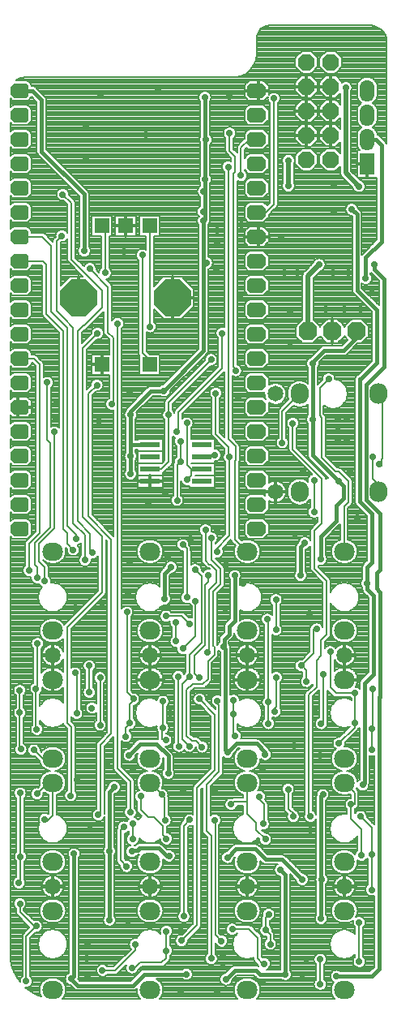
<source format=gbl>
G04 DipTrace 3.3.0.0*
G04 esp02.GBL*
%MOIN*%
G04 #@! TF.FileFunction,Copper,L2,Bot*
G04 #@! TF.Part,Single*
%AMOUTLINE0*
4,1,8,
-0.01574,0.038,
-0.038,0.01574,
-0.038,-0.01574,
-0.01574,-0.038,
0.01574,-0.038,
0.038,-0.01574,
0.038,0.01574,
0.01574,0.038,
-0.01574,0.038,
0*%
%AMOUTLINE3*
4,1,8,
0.014159,0.034184,
0.034184,0.014159,
0.034184,-0.014159,
0.014159,-0.034184,
-0.014159,-0.034184,
-0.034184,-0.014159,
-0.034184,0.014159,
-0.014159,0.034184,
0.014159,0.034184,
0*%
%AMOUTLINE6*
4,1,8,
0.035,-0.03,
-0.0145,-0.03,
-0.03,-0.0145,
-0.03,0.0145,
-0.0145,0.03,
0.035,0.03,
0.045,0.02,
0.045,-0.02,
0.035,-0.03,
0*%
%AMOUTLINE9*
4,1,8,
-0.035,0.03,
0.0145,0.03,
0.03,0.0145,
0.03,-0.0145,
0.0145,-0.03,
-0.035,-0.03,
-0.045,-0.02,
-0.045,0.02,
-0.035,0.03,
0*%
%AMOUTLINE12*
4,1,8,
0.075118,-0.031115,
0.031115,-0.075118,
-0.031115,-0.075118,
-0.075118,-0.031115,
-0.075118,0.031115,
-0.031115,0.075118,
0.031115,0.075118,
0.075118,0.031115,
0.075118,-0.031115,
0*%
G04 #@! TA.AperFunction,Conductor*
%ADD14C,0.015*%
G04 #@! TA.AperFunction,CopperBalancing*
%ADD15C,0.008*%
G04 #@! TA.AperFunction,Conductor*
%ADD16C,0.02*%
G04 #@! TA.AperFunction,CopperBalancing*
%ADD17C,0.013*%
G04 #@! TA.AperFunction,ComponentPad*
%ADD38O,0.075X0.085*%
%ADD39C,0.065*%
%ADD40O,0.085X0.075*%
%ADD45R,0.07874X0.023622*%
G04 #@! TA.AperFunction,ComponentPad*
%ADD46R,0.05937X0.05937*%
%ADD48R,0.06X0.09*%
%ADD49O,0.06X0.09*%
G04 #@! TA.AperFunction,ViaPad*
%ADD50C,0.027559*%
G04 #@! TA.AperFunction,ComponentPad*
%ADD111OUTLINE0*%
%ADD114OUTLINE3*%
%ADD117OUTLINE6*%
%ADD120OUTLINE9*%
%ADD123OUTLINE12*%
%FSLAX26Y26*%
G04*
G70*
G90*
G75*
G01*
G04 Bottom*
%LPD*%
X1213820Y4116526D2*
D14*
Y3942835D1*
Y3780366D1*
Y3727301D1*
Y3647657D1*
Y3615075D1*
X1207589Y3608844D1*
X1218096Y3942835D2*
X1213820D1*
X1215958Y3780366D2*
X1213820D1*
X908471Y2641673D2*
Y2688797D1*
Y2812915D1*
Y2827122D1*
X992272Y2910923D1*
X1042760D1*
X1207589Y3075752D1*
Y3423579D1*
Y3608844D1*
X989329Y2688797D2*
X908471D1*
X1045333Y2910923D2*
X1042760D1*
X1208610Y3730909D2*
X1212219Y3727301D1*
X1213820D1*
X1206689Y3647657D2*
X1213820D1*
X1881749Y3944000D2*
X1919213D1*
X1942290Y3920923D1*
Y3524693D1*
X1876021Y3458424D1*
Y3373129D1*
X1220521Y3436510D2*
X1207589Y3423579D1*
X717517Y3485088D2*
Y3718703D1*
X542303Y3893917D1*
Y4104903D1*
X503199Y4144007D1*
X443870D1*
X908471Y2569925D2*
Y2641673D1*
X1063000Y1339406D2*
Y1411949D1*
X1014538Y1460411D1*
X948816D1*
X902175Y1413769D1*
X1461550Y1416672D2*
Y1427728D1*
X1427092Y1462186D1*
X1343685D1*
X1306749Y1425251D1*
X1290303Y1859051D2*
X1292808D1*
Y1889959D1*
X1314331Y1911482D1*
Y1944446D1*
X1336858Y1966974D1*
Y2151819D1*
X1608039D2*
Y2268936D1*
X1625396Y2286293D1*
X1306749Y1425251D2*
X1311257D1*
X1298654Y1437854D1*
Y1850701D1*
X1290303Y1859051D1*
X1048180Y2055255D2*
Y2160119D1*
X1075093Y2187033D1*
X1657521Y2794612D2*
Y3023774D1*
Y3030496D1*
X1703156Y3076131D1*
X1784933D1*
X1838000Y3129198D1*
Y3155722D1*
X1763583Y2540173D2*
X1784169Y2519587D1*
Y2469592D1*
X1753483Y2438906D1*
Y2375203D1*
X1690573Y2312294D1*
Y2218980D1*
X1763583Y2540173D2*
X1657521Y2646235D1*
Y2794612D1*
X1765790Y1463042D2*
D15*
X1829470Y1526722D1*
Y1546677D1*
X1832661D1*
Y1668608D1*
X1753175D1*
X1730160Y1691622D1*
Y1839762D1*
X1095252Y1881621D2*
Y1958545D1*
X1475118Y1544050D2*
Y1632180D1*
Y1977230D1*
X1470261Y1972373D1*
X904812Y1545230D2*
Y1624554D1*
X919730Y1639471D1*
Y1645299D1*
X904812Y1545230D2*
Y1543440D1*
X888948Y1527575D1*
Y1491240D1*
X1150287Y1954045D2*
X1119276Y1985056D1*
X1054451D1*
X893126Y2002084D2*
Y1671903D1*
X919730Y1645299D1*
X522444Y1520119D2*
X519231Y1523332D1*
Y1687156D1*
X1175878Y2046892D2*
Y1904702D1*
X1122789Y1851613D1*
X524875Y1873115D2*
Y1692801D1*
X519231Y1687156D1*
X1506778Y1929361D2*
Y2053259D1*
X1139783Y2062283D2*
Y2262146D1*
X1123203Y2278726D1*
X1673786Y1932734D2*
X1660134D1*
Y1831667D1*
X1609967Y1781500D1*
X738007D2*
Y1672899D1*
X1632362Y1717072D2*
Y1763227D1*
X1614089Y1781500D1*
X1609967D1*
X1265274Y2249041D2*
X1256260Y2258055D1*
X1314648Y2316444D1*
Y2638413D1*
X1311668D1*
Y2669034D1*
X1310761Y2668127D1*
Y2680786D1*
X1258986Y2732562D1*
Y2901416D1*
X1202671Y1447314D2*
X1176787Y1473197D1*
X1160781D1*
X1139324Y1494654D1*
Y1682056D1*
X1162747Y1705479D1*
X1204403D1*
X1226076Y1727152D1*
Y1800896D1*
X1252798Y1827618D1*
Y1858318D1*
X1246916Y1864199D1*
Y2085727D1*
X1278329Y2117140D1*
Y2179470D1*
X1240932Y2216867D1*
Y2306379D1*
X672423Y2257748D2*
X647740Y2282430D1*
Y2327955D1*
X630867Y2344828D1*
Y3156298D1*
X561272Y3225894D1*
Y3429776D1*
X547047Y3444000D1*
X443864D1*
X1224412Y1836512D2*
X1232129Y1844228D1*
Y2093642D1*
X1260654Y2122167D1*
Y2174759D1*
X1237293Y2198119D1*
X1232181D1*
X1216840Y2213461D1*
Y2339755D1*
X683635Y2302618D2*
Y2319133D1*
X646408Y2356360D1*
Y3169959D1*
X611192Y3205176D1*
Y3208096D1*
X582033Y3237255D1*
Y3507811D1*
X545844Y3544000D1*
X443864D1*
X1282135Y650591D2*
X1256105Y676621D1*
Y1146963D1*
X1254966Y1148102D1*
X1127848Y751894D2*
Y1124249D1*
X1151946Y1148348D1*
X1240400Y579273D2*
Y1083129D1*
X1219836Y1103693D1*
Y1292403D1*
X1272690Y1345257D1*
Y1620629D1*
X1265512Y1627807D1*
Y1637715D1*
X1117782Y651972D2*
X1181688Y715878D1*
Y1280013D1*
X1255521Y1353846D1*
Y1581115D1*
X1191751Y1644886D1*
X1647971Y1162799D2*
X1640680Y1170091D1*
Y1661774D1*
X1672745Y1693840D1*
Y1803933D1*
X1690916Y1822104D1*
Y1885993D1*
X1714925Y1910003D1*
Y2129608D1*
X1665146Y2179387D1*
Y2336924D1*
X1695619Y2367398D1*
Y2550864D1*
X1575466Y2671017D1*
Y2777114D1*
X830353Y2856470D2*
X836537Y2862654D1*
Y3129579D1*
X815251Y3150865D1*
Y3337736D1*
X740199Y3412787D1*
X907579Y1178923D2*
Y1306118D1*
X855316Y1358381D1*
Y3187896D1*
X775955Y1169050D2*
X783849Y1176944D1*
Y1456988D1*
X828741Y1501881D1*
Y2301391D1*
X734535Y2395597D1*
Y2899286D1*
X770064Y2934815D1*
X661759Y1247883D2*
X664673Y1250798D1*
Y1528705D1*
X647182Y1546196D1*
Y1939822D1*
X790492Y2083131D1*
Y2314638D1*
X712493Y2392636D1*
Y3087911D1*
X772562Y3147979D1*
X988193Y3174001D2*
Y3587508D1*
X986425Y3589276D1*
X804467Y3395848D2*
Y3574383D1*
X789575Y3589276D1*
X986425Y3018409D2*
Y3037383D1*
X957154Y3066655D1*
Y3468778D1*
X989329Y2588797D2*
X1035409D1*
X1064816Y2618203D1*
Y2811879D1*
Y2863988D1*
X1240272Y3039444D1*
X1098875Y2743857D2*
X1105407Y2750388D1*
Y2824655D1*
X1284689Y3003937D1*
Y3147925D1*
X522818Y2143492D2*
Y2187766D1*
X514643Y2195941D1*
Y2287236D1*
X578846Y2351440D1*
Y2697476D1*
X565320Y2711003D1*
Y2945163D1*
X588000Y1399751D2*
X546446D1*
X510879Y1435318D1*
X1106749Y1450487D2*
X1104572Y1452665D1*
Y1737825D1*
X1189455Y1733077D2*
X1172609Y1749924D1*
Y1822450D1*
X1215175Y1865016D1*
Y2114584D1*
X1228638Y2128047D1*
Y2153504D1*
X554831Y2129529D2*
Y2185383D1*
X530650Y2209564D1*
Y2283199D1*
X594740Y2347290D1*
Y2741703D1*
X1788000Y2250751D2*
X1786156D1*
Y2435969D1*
X1804990Y2454802D1*
Y2539500D1*
X1765545Y2578945D1*
X1751625D1*
X1694871Y2635698D1*
Y2800727D1*
X1686335Y2809264D1*
Y2923256D1*
X1723028Y2959949D1*
X1340476Y2993798D2*
Y3000370D1*
X1330753Y3010093D1*
Y3801957D1*
X1338783Y3809987D1*
Y3873501D1*
X1315421Y3896864D1*
Y3969869D1*
X1532428Y2697761D2*
Y2827564D1*
X1603699Y2898836D1*
X1662986Y2412463D2*
Y2543419D1*
X1900493Y1436038D2*
Y1527902D1*
X1903047D1*
Y1686941D1*
X1901371Y1523798D2*
X1900493Y1527902D1*
X1692434Y1544050D2*
X1701465Y1553080D1*
Y1745529D1*
X1932415Y2610501D2*
X1940139Y2602777D1*
Y2629476D1*
X1942882Y2632219D1*
Y2898836D1*
X1928699D1*
X1099592Y2460971D2*
Y2606463D1*
X1113084Y2619955D1*
Y2704007D1*
X751161Y2245194D2*
X742534Y2253822D1*
Y2323509D1*
X690816Y2375227D1*
Y3154984D1*
X717550Y3181718D1*
Y3178377D1*
X791302Y3252129D1*
Y3324811D1*
X665148Y3450965D1*
Y3682003D1*
X629310Y3717841D1*
X1053344Y1476335D2*
X1055188Y1478178D1*
X1038454D1*
Y1526575D1*
X1041167D1*
Y1635636D1*
X782795Y1537799D2*
Y1732848D1*
X720912Y2215867D2*
Y2319643D1*
X672643Y2367912D1*
Y3170736D1*
X634711Y3208668D1*
Y3210129D1*
X604971Y3239869D1*
Y3527189D1*
X625377Y3547594D1*
X1140067Y2778615D2*
Y2605820D1*
X1157091Y2588797D1*
X1201928D1*
X1157091D2*
Y2561563D1*
X1141476Y2545949D1*
X1928699Y2496100D2*
Y2526470D1*
X1905669Y2549500D1*
Y2641327D1*
X1338965Y1494119D2*
X1332539Y1500545D1*
Y1582895D1*
Y1639546D1*
X1330787Y1582895D2*
X1332539D1*
X1502442Y1594050D2*
Y1606038D1*
X1508312Y1611908D1*
Y1733974D1*
X456749Y1438365D2*
X452416Y1442698D1*
Y1589504D1*
Y1680089D1*
X686617Y1586133D2*
Y1744895D1*
X679646Y1751866D1*
X1638000Y3155722D2*
D16*
Y3383814D1*
X1683566Y3429379D1*
X1388000Y2250751D2*
D15*
X1387894D1*
X1337320Y2301324D1*
Y2622676D1*
X1340063Y2625419D1*
Y2684123D1*
X1310343Y2713844D1*
Y3830500D1*
X1201928Y2638797D2*
X1246402D1*
X1255202Y2647597D1*
X1457950Y557269D2*
X1451963D1*
X1430623Y578609D1*
Y664774D1*
X1395919Y699479D1*
X1326110D1*
X792699Y530070D2*
X845207D1*
X928209Y613071D1*
Y636862D1*
X1848902Y566373D2*
Y726848D1*
X479291Y486052D2*
Y670822D1*
X520175Y711705D1*
X510618D1*
X452744Y769579D1*
Y804089D1*
X1847736Y3751123D2*
D16*
X1793459Y3805400D1*
Y4156500D1*
X1557734Y3751852D2*
Y3857711D1*
X913840Y540680D2*
D15*
Y538899D1*
X923597D1*
X946478Y561780D1*
X1035950D1*
X1055381Y581210D1*
Y611226D1*
Y690888D1*
X1476684Y760177D2*
X1464556Y748050D1*
Y694974D1*
X1463060D1*
X1483005Y675029D1*
Y638129D1*
X1688365Y473025D2*
Y575615D1*
X917147Y1069050D2*
Y1134164D1*
X1857702Y1003513D2*
X1856416Y1004799D1*
Y1111446D1*
X1815642Y1152220D1*
Y1211992D1*
X1829530D1*
Y1259220D1*
X1788000Y1300751D1*
X1050923Y1146474D2*
X1047903Y1149493D1*
Y1240848D1*
X1036896Y1251854D1*
X988000Y1300751D1*
X555689Y1151058D2*
X563837Y1142909D1*
X588000Y1167072D1*
Y1300751D1*
X568660D1*
X523335Y1255425D1*
X455585Y997278D2*
Y896239D1*
X449161Y889815D1*
X455585Y997278D2*
Y1256593D1*
X453833Y1258345D1*
X1055362Y1070542D2*
X1040882Y1085022D1*
Y1122235D1*
X1003421Y1159696D1*
X981232D1*
X950050Y1190878D1*
Y1244850D1*
X891366Y957148D2*
X866954Y981560D1*
Y1106251D1*
X879753Y1119050D1*
X1577777Y1162799D2*
X1583190Y1168213D1*
X1556627Y1194776D1*
Y1274207D1*
X1455101Y1131500D2*
X1456749D1*
Y1212751D1*
X1438000Y1231500D1*
Y1244000D1*
X1854490Y1162198D2*
X1899908Y1116780D1*
Y1006726D1*
Y861337D1*
X1463000Y1069000D2*
X1424610Y1107390D1*
Y1136245D1*
X1388000Y1172856D1*
Y1222248D1*
Y1300751D1*
X1321257Y1211714D2*
X1331791Y1222248D1*
X1388000D1*
X1150539Y1450920D2*
X1122252Y1479207D1*
Y1706663D1*
X1152181Y1736592D1*
Y1827253D1*
X1200714Y1875786D1*
Y2149774D1*
X1173843Y2176646D1*
X491004Y2171955D2*
Y2284092D1*
X534210Y2327298D1*
Y3019760D1*
X509970Y3044000D1*
X443864D1*
X1435570Y3944007D2*
X1396857D1*
X1362583Y3909732D1*
Y3794915D1*
X1435596Y3644000D2*
X1464753D1*
X1498542Y3677789D1*
Y4111839D1*
X675500Y1008677D2*
D14*
Y505651D1*
X664841Y494992D1*
X1544151Y513731D2*
Y924411D1*
X1525310Y943252D1*
X664841Y494992D2*
Y493364D1*
X690173Y468031D1*
X917017D1*
X963678Y514693D1*
X1137913D1*
X1300500Y494000D2*
X1336799Y530299D1*
X1423094D1*
X1439663Y513731D1*
X1544151D1*
X1755731Y506112D2*
X1900598D1*
X1931068Y536581D1*
Y1652734D1*
X1935266D1*
Y2084035D1*
X1920253Y2099049D1*
Y2162512D1*
X1935266Y2177525D1*
Y2405277D1*
X1876188Y2464356D1*
Y2936804D1*
X1950051Y3010668D1*
Y3370280D1*
X1910622Y3409709D1*
Y3430827D1*
X821465Y736986D2*
Y1018839D1*
Y1263898D1*
X840748Y1283181D1*
X1692429Y743280D2*
Y913247D1*
Y1245047D1*
X1699453Y1252071D1*
X912950Y1018839D2*
X918731Y1024619D1*
X936080D1*
X943471Y1032010D1*
X1024413D1*
X1056218Y1000206D1*
X1067139D1*
X1306751Y994000D2*
X1342157Y1029408D1*
X1421009D1*
X1464432Y985986D1*
X1531332D1*
X1614087Y903231D1*
X1694332D2*
Y913247D1*
X1692429D1*
X1862983Y1291629D2*
X1869941Y1298587D1*
Y1710972D1*
X1906503Y1747534D1*
Y2070909D1*
X1881114Y2096298D1*
Y2120757D1*
Y2186423D1*
X1900748Y2206056D1*
Y2405483D1*
X1850333Y2455898D1*
Y2957592D1*
X1852731Y2959990D1*
Y2957075D1*
X1920822Y3025165D1*
Y3243320D1*
X1839571Y3324571D1*
Y3635639D1*
X1818526Y3656684D1*
D50*
X1213820Y4116526D3*
X1207589Y3608844D3*
X1218096Y3942835D3*
X1215958Y3780366D3*
X908471Y2641673D3*
Y2812915D3*
X1045333Y2910923D3*
X1208610Y3730909D3*
X1206689Y3647657D3*
X1876021Y3373129D3*
X1220521Y3436510D3*
X717517Y3485088D3*
X908471Y2569925D3*
Y2641673D3*
X1063000Y1339406D3*
X902175Y1413769D3*
X1461550Y1416672D3*
X1306749Y1425251D3*
X1336858Y2151819D3*
X1608039D3*
X1290303Y1859051D3*
X1625396Y2286293D3*
X1290303Y1859051D3*
X1048180Y2055255D3*
X1336858Y2151819D3*
X1075093Y2187033D3*
X1657521Y2794612D3*
Y3023774D3*
X1763583Y2540173D3*
X1690573Y2218980D3*
X1763583Y2540173D3*
X1657521Y2794612D3*
X1765790Y1463042D3*
X1832661Y1546677D3*
Y1668608D3*
X1730160Y1839762D3*
X1095252Y1881621D3*
Y1958545D3*
X1475118Y1632180D3*
Y1544050D3*
X1470261Y1972373D3*
X904812Y1545230D3*
X919730Y1645299D3*
X888948Y1491240D3*
X904812Y1545230D3*
X1150287Y1954045D3*
X1054451Y1985056D3*
X893126Y2002084D3*
X522444Y1520119D3*
X519231Y1687156D3*
X1175878Y2046892D3*
X1122789Y1851613D3*
X524875Y1873115D3*
X1506778Y1929361D3*
Y2053259D3*
X1139783Y2062283D3*
X1123203Y2278726D3*
X1673786Y1932734D3*
X1609967Y1781500D3*
X738007D3*
Y1672899D3*
X1632362Y1717072D3*
X1609967Y1781500D3*
X1265274Y2249041D3*
X1314648Y2638413D3*
X1258986Y2901416D3*
X1202671Y1447314D3*
X1240932Y2306379D3*
X672423Y2257748D3*
X1224412Y1836512D3*
X1216840Y2339755D3*
X683635Y2302618D3*
X1282135Y650591D3*
X1254966Y1148102D3*
X1127848Y751894D3*
X1151946Y1148348D3*
X1240400Y579273D3*
X1265512Y1637715D3*
X1117782Y651972D3*
X1191751Y1644886D3*
X1647971Y1162799D3*
X1575466Y2777114D3*
X830353Y2856470D3*
X740199Y3412787D3*
X907579Y1178923D3*
X855316Y3187896D3*
X775955Y1169050D3*
X770064Y2934815D3*
X661759Y1247883D3*
X772562Y3147979D3*
X988193Y3174001D3*
X804467Y3395848D3*
X957154Y3468778D3*
X1064816Y2811879D3*
X1240272Y3039444D3*
X1098875Y2743857D3*
X1284689Y3147925D3*
X522818Y2143492D3*
X565320Y2945163D3*
X510879Y1435318D3*
X1106749Y1450487D3*
X1104572Y1737825D3*
X1189455Y1733077D3*
X1228638Y2153504D3*
X1104572Y1737825D3*
X554831Y2129529D3*
X594740Y2741703D3*
X1723028Y2959949D3*
X1340476Y2993798D3*
X1315421Y3969869D3*
X1532428Y2697761D3*
X1662986Y2543419D3*
Y2412463D3*
X1900493Y1436038D3*
X1903047Y1686941D3*
X1901371Y1523798D3*
X1692434Y1544050D3*
X1701465Y1745529D3*
X1932415Y2610501D3*
X1099592Y2460971D3*
X1113084Y2619955D3*
Y2704007D3*
X751161Y2245194D3*
X629310Y3717841D3*
X1053344Y1476335D3*
X1041167Y1635636D3*
Y1526575D3*
X782795Y1537799D3*
Y1732848D3*
X720912Y2215867D3*
X625377Y3547594D3*
X1140067Y2778615D3*
X1141476Y2545949D3*
X1905669Y2641327D3*
X1338965Y1494119D3*
X1332539Y1639546D3*
X1330787Y1582895D3*
X1508312Y1733974D3*
X1502442Y1594050D3*
X456749Y1438365D3*
X452416Y1680089D3*
Y1589504D3*
D3*
X686617Y1586133D3*
X679646Y1751866D3*
X1683566Y3429379D3*
X1310343Y3830500D3*
X1255202Y2647597D3*
X1326110Y699479D3*
X1457950Y557269D3*
X792699Y530070D3*
X928209Y636862D3*
X1848902Y566373D3*
Y726848D3*
X479291Y486052D3*
X520175Y711705D3*
X452744Y804089D3*
X1847736Y3751123D3*
X1793459Y4156500D3*
X1557734Y3751852D3*
Y3857711D3*
X913840Y540680D3*
X1055381Y690888D3*
Y611226D3*
X1476684Y760177D3*
X1464556Y694974D3*
X1483005Y638129D3*
D3*
X1688365Y473025D3*
Y575615D3*
X917147Y1134164D3*
Y1069050D3*
X1857702Y1003513D3*
X1815642Y1211992D3*
X1050923Y1146474D3*
X1036896Y1251854D3*
X555689Y1151058D3*
X523335Y1255425D3*
X455585Y997278D3*
X449161Y889815D3*
X453833Y1258345D3*
X455585Y997278D3*
X1055362Y1070542D3*
X950050Y1244850D3*
X891366Y957148D3*
X879753Y1119050D3*
X1577777Y1162799D3*
X1556627Y1274207D3*
X1438000Y1244000D3*
X1455101Y1131500D3*
X1854490Y1162198D3*
X1899908Y1006726D3*
Y861337D3*
X1463000Y1069000D3*
X1321257Y1211714D3*
X1150539Y1450920D3*
X1152181Y1736592D3*
X1173843Y2176646D3*
X491004Y2171955D3*
X1173843Y2176646D3*
X1362583Y3794915D3*
X1498542Y4111839D3*
X675500Y1008677D3*
X664841Y494992D3*
X1525310Y943252D3*
X1544151Y513731D3*
X1137913Y514693D3*
X664841Y494992D3*
X1300500Y494000D3*
X1544151Y513731D3*
X1755731Y506112D3*
X1910622Y3430827D3*
X840748Y1283181D3*
X821465Y736986D3*
X1699453Y1252071D3*
X1692429Y743280D3*
X912950Y1018839D3*
X1067139Y1000206D3*
X821465Y1018839D3*
X1306751Y994000D3*
X1614087Y903231D3*
X1694332D3*
X1862983Y1291629D3*
X1818526Y3656684D3*
X1881114Y2120757D3*
X1263000Y3569000D3*
Y3519000D3*
X1526634Y3536281D3*
X1743933Y3651379D3*
X1745324Y3761012D3*
X1542465Y3395867D3*
X1596058Y3395680D3*
X1565829Y3108266D3*
X1563844Y3235471D3*
X600879Y2855173D3*
X600353Y2801189D3*
X1759902Y2799306D3*
X1797402D3*
X1759902Y2761806D3*
Y2711806D3*
X1797402D3*
X1264545Y2341024D3*
X1583480Y2322849D3*
X1154801Y2302567D3*
X1059430Y2231980D3*
X905954Y2209172D3*
X1302340Y2197469D3*
X1369836Y2119818D3*
X1065177Y2019463D3*
X1297694Y2016282D3*
X1644945Y1997902D3*
X1261677Y1724636D3*
X1238033Y1664219D3*
X1070810Y1586227D3*
X1253253Y1271773D3*
X1123944Y1269345D3*
X896307Y732959D3*
X1113000Y694000D3*
X730748Y634975D3*
X1288000Y594000D3*
X729301Y579467D3*
X1631749Y575251D3*
X1288000Y544000D3*
X730265Y508030D3*
X1614123Y496706D3*
X1449938Y482402D3*
X1113000Y444000D3*
X1263000D3*
X969621Y3962244D3*
X726049Y4000738D3*
X724720Y3858709D3*
X783789Y4123520D3*
X1020724Y4142102D3*
X1314073Y4119537D3*
X1260776Y3407059D3*
X1363245Y3593449D3*
X1362362Y3288688D3*
X880928Y3483029D3*
X1687908Y1412287D3*
X1667416Y1605524D3*
X1450282Y1352579D3*
X917854Y1359807D3*
X814465Y1385605D3*
X689029Y1313927D3*
X748920Y1608140D3*
X739714Y1126394D3*
X1646117Y1107155D3*
X1899579Y1388870D3*
X1838276Y1349089D3*
X789450Y2023505D3*
X896337Y2075623D3*
X682563Y2020856D3*
X1740446Y3394920D3*
X1805084Y3395898D3*
X1855970Y3245381D3*
X1788226Y3246045D3*
X1712175D3*
X1902442Y3328732D3*
X980411Y2442157D3*
X776433Y2787474D3*
X1051883Y2494357D3*
X904119Y2902311D3*
X1352227Y2879825D3*
X1580421Y1451806D3*
X1809942Y2574873D3*
X1618680Y2576079D3*
X1841025Y2388982D3*
X1454777Y4403631D2*
D15*
X1925318D1*
X1444230Y4395762D2*
X1937567D1*
X1437121Y4387894D2*
X1945551D1*
X1432510Y4380025D2*
X1951411D1*
X1429449Y4372156D2*
X1956302D1*
X1427558Y4364287D2*
X1959146D1*
X1427558Y4356419D2*
X1960942D1*
X1427558Y4348550D2*
X1960958D1*
X1427558Y4340681D2*
X1960958D1*
X1427558Y4332812D2*
X1960958D1*
X1427542Y4324944D2*
X1960958D1*
X1427542Y4317075D2*
X1960958D1*
X1427542Y4309206D2*
X1960958D1*
X1427542Y4301337D2*
X1605318D1*
X1658323D2*
X1705318D1*
X1758323D2*
X1960958D1*
X1427542Y4293469D2*
X1597442D1*
X1666182D2*
X1697442D1*
X1766182D2*
X1960958D1*
X1426698Y4285600D2*
X1589583D1*
X1674058D2*
X1689583D1*
X1774058D2*
X1960958D1*
X1425761Y4277731D2*
X1584723D1*
X1678902D2*
X1684722D1*
X1778902D2*
X1960958D1*
X1424605Y4269862D2*
X1584505D1*
X1679121D2*
X1684525D1*
X1779121D2*
X1960958D1*
X1421573Y4261993D2*
X1584505D1*
X1679121D2*
X1684525D1*
X1779121D2*
X1960958D1*
X1418542Y4254125D2*
X1584505D1*
X1679121D2*
X1684525D1*
X1779121D2*
X1960958D1*
X1414730Y4246256D2*
X1584535D1*
X1679089D2*
X1684552D1*
X1779089D2*
X1960958D1*
X1409151Y4238387D2*
X1588130D1*
X1675495D2*
X1688130D1*
X1775495D2*
X1960958D1*
X1403573Y4230518D2*
X1596005D1*
X1667621D2*
X1696005D1*
X1767621D2*
X1960958D1*
X1394839Y4222650D2*
X1603879D1*
X1659761D2*
X1703879D1*
X1759761D2*
X1960958D1*
X1385573Y4214781D2*
X1616318D1*
X1647308D2*
X1716318D1*
X1747308D2*
X1960958D1*
X1370073Y4206912D2*
X1612318D1*
X1651308D2*
X1712318D1*
X1751308D2*
X1960958D1*
X1341073Y4199043D2*
X1603020D1*
X1660605D2*
X1703020D1*
X1760605D2*
X1867255D1*
X1896245D2*
X1960958D1*
X446323Y4191175D2*
X1595146D1*
X1668480D2*
X1695146D1*
X1768480D2*
X1853458D1*
X1910042D2*
X1960958D1*
X487745Y4183306D2*
X1391723D1*
X1458965D2*
X1587364D1*
X1676277D2*
X1687364D1*
X1776277D2*
X1846302D1*
X1917198D2*
X1960958D1*
X495667Y4175437D2*
X1383818D1*
X1466886D2*
X1584505D1*
X1679121D2*
X1684525D1*
X1812214D2*
X1841958D1*
X1921542D2*
X1960958D1*
X501465Y4167568D2*
X1378005D1*
X1474745D2*
X1584505D1*
X1679121D2*
X1684525D1*
X1817902D2*
X1839505D1*
X1923995D2*
X1960958D1*
X516105Y4159699D2*
X1377474D1*
X1478651D2*
X1584505D1*
X1679121D2*
X1684525D1*
X1820167D2*
X1838630D1*
X1924870D2*
X1960958D1*
X524198Y4151831D2*
X1377474D1*
X1478714D2*
X1584505D1*
X1679121D2*
X1684525D1*
X1819933D2*
X1838630D1*
X1924870D2*
X1960958D1*
X532073Y4143962D2*
X1377474D1*
X1478714D2*
X1584927D1*
X1678714D2*
X1684927D1*
X1817151D2*
X1838630D1*
X1924870D2*
X1960958D1*
X539949Y4136093D2*
X1195755D1*
X1231886D2*
X1377474D1*
X1478714D2*
X1488098D1*
X1508980D2*
X1590427D1*
X1673198D2*
X1690427D1*
X1816573D2*
X1838630D1*
X1924870D2*
X1960958D1*
X547808Y4128224D2*
X1189692D1*
X1237949D2*
X1377474D1*
X1519651D2*
X1598302D1*
X1665339D2*
X1698302D1*
X1765339D2*
X1770333D1*
X1816573D2*
X1838630D1*
X1924854D2*
X1960958D1*
X555682Y4120356D2*
X1187207D1*
X1240433D2*
X1378020D1*
X1524010D2*
X1606161D1*
X1657465D2*
X1706161D1*
X1757465D2*
X1770333D1*
X1816573D2*
X1839520D1*
X1923980D2*
X1960958D1*
X495573Y4112487D2*
X505895D1*
X561417D2*
X1187239D1*
X1240402D2*
X1383879D1*
X1466808D2*
X1471655D1*
X1525433D2*
X1770333D1*
X1816573D2*
X1841990D1*
X1921510D2*
X1960974D1*
X414808Y4104618D2*
X420592D1*
X487651D2*
X513755D1*
X562917D2*
X1189802D1*
X1237839D2*
X1391818D1*
X1458886D2*
X1472661D1*
X1524417D2*
X1608614D1*
X1655010D2*
X1708614D1*
X1755010D2*
X1770333D1*
X1816573D2*
X1846364D1*
X1917136D2*
X1960974D1*
X414808Y4096749D2*
X521630D1*
X562917D2*
X1193207D1*
X1234433D2*
X1476442D1*
X1520636D2*
X1600723D1*
X1662902D2*
X1700723D1*
X1762902D2*
X1770333D1*
X1816573D2*
X1853551D1*
X1909949D2*
X1960974D1*
X414808Y4088881D2*
X521677D1*
X562917D2*
X1193207D1*
X1234433D2*
X1481427D1*
X1515667D2*
X1592864D1*
X1670777D2*
X1692864D1*
X1816573D2*
X1850974D1*
X1912510D2*
X1960974D1*
X490073Y4081012D2*
X521677D1*
X562917D2*
X1193207D1*
X1234433D2*
X1389379D1*
X1461308D2*
X1481427D1*
X1515667D2*
X1585849D1*
X1677777D2*
X1685849D1*
X1816573D2*
X1844802D1*
X1918698D2*
X1960974D1*
X497949Y4073143D2*
X521677D1*
X562917D2*
X1193207D1*
X1234433D2*
X1381520D1*
X1469182D2*
X1481427D1*
X1515667D2*
X1584505D1*
X1679121D2*
X1684525D1*
X1816573D2*
X1841067D1*
X1922433D2*
X1960974D1*
X501917Y4065274D2*
X521677D1*
X562917D2*
X1193207D1*
X1234433D2*
X1377535D1*
X1476682D2*
X1481427D1*
X1515667D2*
X1584505D1*
X1679121D2*
X1684525D1*
X1816573D2*
X1839098D1*
X1924402D2*
X1960974D1*
X501980Y4057406D2*
X521677D1*
X562917D2*
X1193207D1*
X1234433D2*
X1377474D1*
X1515667D2*
X1584505D1*
X1679121D2*
X1684525D1*
X1816573D2*
X1838630D1*
X1924870D2*
X1960974D1*
X501980Y4049537D2*
X521677D1*
X562917D2*
X1193207D1*
X1234433D2*
X1377474D1*
X1515667D2*
X1584505D1*
X1679121D2*
X1684525D1*
X1816573D2*
X1838630D1*
X1924870D2*
X1960974D1*
X501980Y4041668D2*
X521677D1*
X562917D2*
X1193207D1*
X1234433D2*
X1377474D1*
X1515667D2*
X1585786D1*
X1677854D2*
X1685786D1*
X1816573D2*
X1838630D1*
X1924870D2*
X1960974D1*
X501980Y4033799D2*
X521677D1*
X562917D2*
X1193207D1*
X1234433D2*
X1377474D1*
X1515667D2*
X1592723D1*
X1670902D2*
X1692723D1*
X1816573D2*
X1838630D1*
X1924870D2*
X1960974D1*
X501980Y4025930D2*
X521677D1*
X562917D2*
X1193207D1*
X1234433D2*
X1377474D1*
X1515667D2*
X1600598D1*
X1663042D2*
X1700598D1*
X1763042D2*
X1770333D1*
X1816573D2*
X1838739D1*
X1924761D2*
X1960974D1*
X500465Y4018062D2*
X521677D1*
X562917D2*
X1193207D1*
X1234433D2*
X1379005D1*
X1472386D2*
X1481427D1*
X1515667D2*
X1608474D1*
X1655151D2*
X1708474D1*
X1755151D2*
X1770333D1*
X1816573D2*
X1840067D1*
X1923433D2*
X1960974D1*
X493277Y4010193D2*
X521677D1*
X562917D2*
X1193207D1*
X1234433D2*
X1386177D1*
X1464510D2*
X1481427D1*
X1515667D2*
X1770333D1*
X1816573D2*
X1843035D1*
X1920465D2*
X1960974D1*
X414808Y4002324D2*
X424630D1*
X483589D2*
X521677D1*
X562917D2*
X1193207D1*
X1234433D2*
X1395864D1*
X1454823D2*
X1481427D1*
X1515667D2*
X1606302D1*
X1657323D2*
X1706302D1*
X1757323D2*
X1770333D1*
X1816573D2*
X1848098D1*
X1915402D2*
X1960974D1*
X414808Y3994455D2*
X521677D1*
X562917D2*
X1193207D1*
X1234433D2*
X1305864D1*
X1324980D2*
X1481427D1*
X1515667D2*
X1598427D1*
X1665198D2*
X1698427D1*
X1765198D2*
X1770333D1*
X1816573D2*
X1856505D1*
X1906995D2*
X1960974D1*
X414808Y3986587D2*
X521677D1*
X562917D2*
X1193207D1*
X1234433D2*
X1294583D1*
X1336261D2*
X1481427D1*
X1515667D2*
X1590567D1*
X1673073D2*
X1690567D1*
X1816573D2*
X1848864D1*
X1914636D2*
X1960974D1*
X492370Y3978718D2*
X521677D1*
X562917D2*
X1193207D1*
X1234433D2*
X1290067D1*
X1340777D2*
X1387051D1*
X1463589D2*
X1481427D1*
X1515667D2*
X1584958D1*
X1678667D2*
X1684958D1*
X1816573D2*
X1843505D1*
X1919995D2*
X1960974D1*
X499902Y3970849D2*
X521677D1*
X562917D2*
X1193207D1*
X1234433D2*
X1288535D1*
X1342308D2*
X1379520D1*
X1471449D2*
X1481427D1*
X1515667D2*
X1584505D1*
X1679121D2*
X1684525D1*
X1816573D2*
X1840318D1*
X1923182D2*
X1960974D1*
X501980Y3962980D2*
X521677D1*
X562917D2*
X1193207D1*
X1235495D2*
X1289442D1*
X1341402D2*
X1377442D1*
X1515667D2*
X1584505D1*
X1679121D2*
X1684525D1*
X1816573D2*
X1838818D1*
X1925714D2*
X1960974D1*
X501980Y3955112D2*
X521677D1*
X562917D2*
X1193207D1*
X1241933D2*
X1293098D1*
X1337745D2*
X1377442D1*
X1515667D2*
X1584505D1*
X1679121D2*
X1684525D1*
X1816573D2*
X1838630D1*
X1936933D2*
X1960974D1*
X501980Y3947243D2*
X521677D1*
X562917D2*
X1191567D1*
X1244621D2*
X1298302D1*
X1332542D2*
X1376207D1*
X1515667D2*
X1584505D1*
X1679121D2*
X1684525D1*
X1816573D2*
X1838630D1*
X1944793D2*
X1960974D1*
X501980Y3939374D2*
X521677D1*
X562917D2*
X1191427D1*
X1244761D2*
X1298302D1*
X1332542D2*
X1368349D1*
X1515667D2*
X1587255D1*
X1676386D2*
X1687255D1*
X1816573D2*
X1838630D1*
X1952667D2*
X1960974D1*
X501980Y3931505D2*
X521677D1*
X562917D2*
X1193207D1*
X1242402D2*
X1298302D1*
X1332542D2*
X1360474D1*
X1515667D2*
X1595020D1*
X1668621D2*
X1695020D1*
X1816573D2*
X1838630D1*
X501980Y3923636D2*
X521677D1*
X562917D2*
X1193207D1*
X1236573D2*
X1298302D1*
X1332542D2*
X1352614D1*
X1477198D2*
X1481427D1*
X1515667D2*
X1602879D1*
X1660745D2*
X1702879D1*
X1760745D2*
X1770333D1*
X1816573D2*
X1838974D1*
X498823Y3915768D2*
X521677D1*
X562917D2*
X1193207D1*
X1234433D2*
X1298302D1*
X1332542D2*
X1346614D1*
X1470058D2*
X1481427D1*
X1515667D2*
X1612005D1*
X1651636D2*
X1712005D1*
X1751636D2*
X1770333D1*
X1816573D2*
X1840755D1*
X490980Y3907899D2*
X521677D1*
X562917D2*
X1193207D1*
X1234433D2*
X1298302D1*
X1332542D2*
X1345458D1*
X1462182D2*
X1481427D1*
X1515667D2*
X1770333D1*
X1816573D2*
X1844270D1*
X414808Y3900030D2*
X521677D1*
X565026D2*
X1193207D1*
X1234433D2*
X1298302D1*
X1336136D2*
X1345458D1*
X1379698D2*
X1481427D1*
X1515667D2*
X1604005D1*
X1659621D2*
X1704005D1*
X1759621D2*
X1770333D1*
X1816573D2*
X1838630D1*
X414808Y3892161D2*
X521755D1*
X572886D2*
X1193207D1*
X1234433D2*
X1298990D1*
X1379698D2*
X1481427D1*
X1515667D2*
X1596146D1*
X1667495D2*
X1696146D1*
X1816573D2*
X1838630D1*
X414808Y3884293D2*
X421786D1*
X486433D2*
X524177D1*
X580761D2*
X1193207D1*
X1234433D2*
X1304114D1*
X1379698D2*
X1393020D1*
X1457667D2*
X1481427D1*
X1515667D2*
X1588270D1*
X1675354D2*
X1688270D1*
X1816573D2*
X1838630D1*
X494667Y3876424D2*
X530974D1*
X588621D2*
X1193207D1*
X1234433D2*
X1311974D1*
X1379698D2*
X1384798D1*
X1465902D2*
X1481427D1*
X1515667D2*
X1538739D1*
X1576730D2*
X1584551D1*
X1679073D2*
X1684551D1*
X1816573D2*
X1838630D1*
X501105Y3868555D2*
X538833D1*
X596495D2*
X1193207D1*
X1234433D2*
X1319849D1*
X1473761D2*
X1481427D1*
X1515667D2*
X1533192D1*
X1679121D2*
X1684525D1*
X1816573D2*
X1838630D1*
X501980Y3860686D2*
X546707D1*
X604370D2*
X1193207D1*
X1234433D2*
X1321661D1*
X1515667D2*
X1531005D1*
X1679121D2*
X1684525D1*
X1816573D2*
X1838630D1*
X501980Y3852818D2*
X554567D1*
X612230D2*
X1193207D1*
X1234433D2*
X1296005D1*
X1515667D2*
X1531302D1*
X1679121D2*
X1684525D1*
X1816573D2*
X1838630D1*
X501980Y3844949D2*
X562442D1*
X620105D2*
X1193207D1*
X1234433D2*
X1287802D1*
X1515667D2*
X1534161D1*
X1678933D2*
X1684693D1*
X1816573D2*
X1838630D1*
X501980Y3837080D2*
X570318D1*
X627965D2*
X1193207D1*
X1234433D2*
X1284286D1*
X1515667D2*
X1534614D1*
X1580854D2*
X1589442D1*
X1674182D2*
X1689442D1*
X1816573D2*
X1838630D1*
X501980Y3829211D2*
X578177D1*
X635839D2*
X1193207D1*
X1234433D2*
X1283474D1*
X1515667D2*
X1534614D1*
X1580854D2*
X1597318D1*
X1666323D2*
X1697318D1*
X1766323D2*
X1770333D1*
X1816573D2*
X1838630D1*
X501698Y3821343D2*
X586051D1*
X643714D2*
X1193207D1*
X1234433D2*
X1285098D1*
X1475636D2*
X1481427D1*
X1515667D2*
X1534614D1*
X1580854D2*
X1605177D1*
X1658449D2*
X1705177D1*
X1758449D2*
X1770333D1*
X1816573D2*
X1838630D1*
X496558Y3813474D2*
X593911D1*
X651573D2*
X1193207D1*
X1234433D2*
X1289755D1*
X1467793D2*
X1481427D1*
X1515667D2*
X1534614D1*
X1580854D2*
X1770333D1*
X1817745D2*
X1838630D1*
X414808Y3805605D2*
X419530D1*
X488698D2*
X601786D1*
X659449D2*
X1193207D1*
X1234433D2*
X1293223D1*
X1459917D2*
X1481427D1*
X1515667D2*
X1534614D1*
X1580854D2*
X1770333D1*
X1825621D2*
X1838630D1*
X414808Y3797736D2*
X609661D1*
X667308D2*
X1193207D1*
X1236245D2*
X1293223D1*
X1389323D2*
X1481427D1*
X1515667D2*
X1534614D1*
X1580854D2*
X1771692D1*
X1833495D2*
X1838630D1*
X414808Y3789867D2*
X617520D1*
X675182D2*
X1190849D1*
X1241073D2*
X1293223D1*
X1388995D2*
X1481427D1*
X1515667D2*
X1534614D1*
X1580854D2*
X1776630D1*
X414808Y3781999D2*
X419123D1*
X489089D2*
X625395D1*
X683058D2*
X1189114D1*
X1242808D2*
X1293223D1*
X1386058D2*
X1390364D1*
X1460323D2*
X1481427D1*
X1515667D2*
X1534614D1*
X1580854D2*
X1784490D1*
X1849230D2*
X1921677D1*
X496965Y3774130D2*
X633255D1*
X690917D2*
X1189818D1*
X1242105D2*
X1293223D1*
X1468182D2*
X1481427D1*
X1515667D2*
X1534614D1*
X1580854D2*
X1792364D1*
X1860854D2*
X1921677D1*
X501777Y3766261D2*
X641130D1*
X698793D2*
X1193192D1*
X1238714D2*
X1293223D1*
X1347870D2*
X1377692D1*
X1475965D2*
X1481427D1*
X1515667D2*
X1534614D1*
X1580854D2*
X1800239D1*
X1869793D2*
X1921677D1*
X501980Y3758392D2*
X649005D1*
X706651D2*
X1193207D1*
X1234433D2*
X1293223D1*
X1347870D2*
X1377474D1*
X1515667D2*
X1531661D1*
X1583808D2*
X1808098D1*
X1873605D2*
X1921677D1*
X501980Y3750524D2*
X656864D1*
X714526D2*
X1190598D1*
X1234433D2*
X1293223D1*
X1347870D2*
X1377474D1*
X1515667D2*
X1530864D1*
X1584605D2*
X1815974D1*
X1874636D2*
X1921677D1*
X501980Y3742655D2*
X620411D1*
X638198D2*
X664739D1*
X722402D2*
X1184505D1*
X1234433D2*
X1293223D1*
X1347870D2*
X1377474D1*
X1515667D2*
X1532505D1*
X1582965D2*
X1822255D1*
X1873230D2*
X1921677D1*
X501980Y3734786D2*
X608661D1*
X649965D2*
X672598D1*
X730261D2*
X1182005D1*
X1235214D2*
X1293223D1*
X1347870D2*
X1377474D1*
X1515667D2*
X1537192D1*
X1578277D2*
X1826583D1*
X1868886D2*
X1921677D1*
X501980Y3726917D2*
X604035D1*
X654573D2*
X680474D1*
X736354D2*
X1182020D1*
X1235198D2*
X1293223D1*
X1347870D2*
X1377474D1*
X1515667D2*
X1549223D1*
X1566245D2*
X1837177D1*
X1858293D2*
X1921677D1*
X500949Y3719049D2*
X602442D1*
X656182D2*
X688349D1*
X738136D2*
X1184567D1*
X1234433D2*
X1293223D1*
X1347870D2*
X1378520D1*
X1473370D2*
X1481427D1*
X1515667D2*
X1921677D1*
X494261Y3711180D2*
X603270D1*
X659854D2*
X696207D1*
X738136D2*
X1190723D1*
X1234433D2*
X1293223D1*
X1347870D2*
X1385192D1*
X1465495D2*
X1481427D1*
X1515667D2*
X1921677D1*
X414808Y3703311D2*
X422442D1*
X485793D2*
X606833D1*
X667714D2*
X696895D1*
X738136D2*
X1193207D1*
X1234433D2*
X1293223D1*
X1347870D2*
X1393677D1*
X1457026D2*
X1481427D1*
X1515667D2*
X1921677D1*
X414808Y3695442D2*
X615114D1*
X675589D2*
X696895D1*
X738136D2*
X1193207D1*
X1234433D2*
X1293223D1*
X1347870D2*
X1481427D1*
X1515667D2*
X1921677D1*
X414808Y3687573D2*
X635692D1*
X681293D2*
X696895D1*
X738136D2*
X1193207D1*
X1234433D2*
X1293223D1*
X1347870D2*
X1481427D1*
X1515667D2*
X1921677D1*
X491386Y3679705D2*
X643567D1*
X682261D2*
X696895D1*
X738136D2*
X1193207D1*
X1234433D2*
X1293223D1*
X1347870D2*
X1388083D1*
X1462621D2*
X1476583D1*
X1515667D2*
X1805427D1*
X1831621D2*
X1921677D1*
X499167Y3671836D2*
X648035D1*
X682261D2*
X696895D1*
X738136D2*
X1193207D1*
X1234433D2*
X1293223D1*
X1347870D2*
X1380286D1*
X1514542D2*
X1796474D1*
X1840573D2*
X1921677D1*
X501980Y3663967D2*
X648035D1*
X682261D2*
X696895D1*
X738136D2*
X1185520D1*
X1234433D2*
X1293223D1*
X1347870D2*
X1377474D1*
X1508605D2*
X1792661D1*
X1844386D2*
X1921677D1*
X501980Y3656098D2*
X648035D1*
X682261D2*
X696895D1*
X738136D2*
X1181192D1*
X1234433D2*
X1293223D1*
X1347870D2*
X1377474D1*
X1500730D2*
X1791630D1*
X1847949D2*
X1921677D1*
X501980Y3648230D2*
X648035D1*
X682261D2*
X696895D1*
X738136D2*
X1179802D1*
X1234433D2*
X1293223D1*
X1347870D2*
X1377474D1*
X1492870D2*
X1793035D1*
X1855682D2*
X1921677D1*
X501980Y3640361D2*
X648035D1*
X682261D2*
X696895D1*
X738136D2*
X1180833D1*
X1234433D2*
X1293223D1*
X1347870D2*
X1377474D1*
X1484995D2*
X1797364D1*
X1859621D2*
X1921677D1*
X501980Y3632492D2*
X648035D1*
X682261D2*
X696895D1*
X738136D2*
X1184646D1*
X1234433D2*
X1293223D1*
X1347870D2*
X1377474D1*
X1478714D2*
X1807927D1*
X1860198D2*
X1921677D1*
X501980Y3624623D2*
X648035D1*
X682261D2*
X696895D1*
X738136D2*
X746770D1*
X832386D2*
X845192D1*
X930808D2*
X943614D1*
X1029230D2*
X1186005D1*
X1234433D2*
X1293223D1*
X1347870D2*
X1377474D1*
X1477714D2*
X1818958D1*
X1860198D2*
X1921677D1*
X499621Y3616755D2*
X648035D1*
X682261D2*
X696895D1*
X738136D2*
X746770D1*
X832386D2*
X845192D1*
X930808D2*
X943614D1*
X1029230D2*
X1181911D1*
X1234433D2*
X1293223D1*
X1347870D2*
X1379833D1*
X1471073D2*
X1818958D1*
X1860198D2*
X1921677D1*
X491980Y3608886D2*
X648035D1*
X682261D2*
X696895D1*
X738136D2*
X746770D1*
X832386D2*
X845192D1*
X930808D2*
X943614D1*
X1029230D2*
X1180692D1*
X1234495D2*
X1293223D1*
X1347870D2*
X1387490D1*
X1463198D2*
X1818958D1*
X1860198D2*
X1921677D1*
X414808Y3601017D2*
X648035D1*
X682261D2*
X696895D1*
X738136D2*
X746770D1*
X832386D2*
X845192D1*
X930808D2*
X943614D1*
X1029230D2*
X1181895D1*
X1233293D2*
X1293223D1*
X1347870D2*
X1818958D1*
X1860198D2*
X1921677D1*
X414808Y3593148D2*
X648035D1*
X682261D2*
X696895D1*
X738136D2*
X746770D1*
X832386D2*
X845192D1*
X930808D2*
X943614D1*
X1029230D2*
X1185942D1*
X1229245D2*
X1293223D1*
X1347870D2*
X1818958D1*
X1860198D2*
X1921677D1*
X414808Y3585280D2*
X423614D1*
X484621D2*
X648035D1*
X682261D2*
X696895D1*
X738136D2*
X746770D1*
X832386D2*
X845192D1*
X930808D2*
X943614D1*
X1029230D2*
X1186974D1*
X1228214D2*
X1293223D1*
X1347870D2*
X1394833D1*
X1455854D2*
X1818958D1*
X1860198D2*
X1921677D1*
X493682Y3577411D2*
X648035D1*
X682261D2*
X696895D1*
X738136D2*
X746770D1*
X832386D2*
X845192D1*
X930808D2*
X943614D1*
X1029230D2*
X1186974D1*
X1228214D2*
X1293223D1*
X1347870D2*
X1385786D1*
X1464902D2*
X1818958D1*
X1860198D2*
X1921677D1*
X500667Y3569542D2*
X610458D1*
X640308D2*
X648035D1*
X682261D2*
X696895D1*
X738136D2*
X746770D1*
X832386D2*
X845192D1*
X930808D2*
X943614D1*
X1029230D2*
X1186974D1*
X1228214D2*
X1293223D1*
X1347870D2*
X1378786D1*
X1472777D2*
X1818958D1*
X1860198D2*
X1921677D1*
X501980Y3561673D2*
X602598D1*
X682261D2*
X696895D1*
X738136D2*
X746770D1*
X832386D2*
X845192D1*
X930808D2*
X943614D1*
X1029230D2*
X1186974D1*
X1228214D2*
X1293223D1*
X1347870D2*
X1377474D1*
X1478308D2*
X1818958D1*
X1860198D2*
X1921677D1*
X559917Y3553804D2*
X599223D1*
X682261D2*
X696895D1*
X738136D2*
X746770D1*
X832386D2*
X845192D1*
X930808D2*
X943614D1*
X1029230D2*
X1186974D1*
X1228214D2*
X1293223D1*
X1347870D2*
X1377474D1*
X1478714D2*
X1818958D1*
X1860198D2*
X1921677D1*
X567793Y3545936D2*
X598535D1*
X682261D2*
X696895D1*
X738136D2*
X787349D1*
X821589D2*
X971067D1*
X1005308D2*
X1186974D1*
X1228214D2*
X1293223D1*
X1347870D2*
X1377474D1*
X1478714D2*
X1818958D1*
X1860198D2*
X1921677D1*
X575651Y3538067D2*
X592005D1*
X682261D2*
X696895D1*
X738136D2*
X787349D1*
X821589D2*
X971067D1*
X1005308D2*
X1186974D1*
X1228214D2*
X1293223D1*
X1347870D2*
X1377474D1*
X1478714D2*
X1818958D1*
X1860198D2*
X1921677D1*
X583526Y3530198D2*
X588135D1*
X682261D2*
X696895D1*
X738136D2*
X787349D1*
X821589D2*
X971067D1*
X1005308D2*
X1186974D1*
X1228214D2*
X1293223D1*
X1347870D2*
X1377474D1*
X1478714D2*
X1818958D1*
X1860198D2*
X1918958D1*
X632730Y3522329D2*
X648035D1*
X682261D2*
X696895D1*
X738136D2*
X787349D1*
X821589D2*
X971067D1*
X1005308D2*
X1186974D1*
X1228214D2*
X1293223D1*
X1347870D2*
X1377583D1*
X1476417D2*
X1818958D1*
X1860198D2*
X1911098D1*
X622089Y3514461D2*
X648035D1*
X682261D2*
X696895D1*
X738136D2*
X787349D1*
X821589D2*
X971067D1*
X1005308D2*
X1186974D1*
X1228214D2*
X1293223D1*
X1347870D2*
X1381911D1*
X1468777D2*
X1818958D1*
X1860198D2*
X1903223D1*
X622089Y3506592D2*
X648035D1*
X682261D2*
X696895D1*
X738136D2*
X787349D1*
X821589D2*
X971067D1*
X1005308D2*
X1186974D1*
X1228214D2*
X1293223D1*
X1347870D2*
X1389786D1*
X1460917D2*
X1818958D1*
X1860198D2*
X1895364D1*
X622089Y3498723D2*
X648035D1*
X682261D2*
X694458D1*
X740573D2*
X787349D1*
X821589D2*
X971067D1*
X1005308D2*
X1186974D1*
X1228214D2*
X1293223D1*
X1347870D2*
X1818958D1*
X1860198D2*
X1887490D1*
X622089Y3490854D2*
X648035D1*
X682261D2*
X691270D1*
X743777D2*
X787349D1*
X821589D2*
X942427D1*
X1005308D2*
X1186974D1*
X1228214D2*
X1293223D1*
X1347870D2*
X1818958D1*
X1860198D2*
X1879614D1*
X622089Y3482986D2*
X648035D1*
X682261D2*
X690707D1*
X744339D2*
X787349D1*
X821589D2*
X934458D1*
X1005308D2*
X1186974D1*
X1228214D2*
X1293223D1*
X1347870D2*
X1391364D1*
X1459323D2*
X1818958D1*
X1860198D2*
X1871755D1*
X622089Y3475117D2*
X648035D1*
X682261D2*
X692598D1*
X742433D2*
X787349D1*
X821589D2*
X931035D1*
X1005308D2*
X1186974D1*
X1228214D2*
X1293223D1*
X1347870D2*
X1383490D1*
X1467198D2*
X1818958D1*
X622089Y3467248D2*
X648035D1*
X682261D2*
X697661D1*
X737370D2*
X787349D1*
X821589D2*
X930302D1*
X1005308D2*
X1186974D1*
X1228214D2*
X1293223D1*
X1347870D2*
X1377911D1*
X1475073D2*
X1818958D1*
X622089Y3459379D2*
X648035D1*
X682261D2*
X712223D1*
X722823D2*
X787349D1*
X821589D2*
X932005D1*
X1005308D2*
X1186974D1*
X1233902D2*
X1293223D1*
X1347870D2*
X1377474D1*
X1478682D2*
X1818958D1*
X622089Y3451510D2*
X648035D1*
X688480D2*
X787349D1*
X821589D2*
X936786D1*
X1005308D2*
X1186974D1*
X1242682D2*
X1293223D1*
X1347870D2*
X1377474D1*
X1478714D2*
X1668927D1*
X1698198D2*
X1818958D1*
X622089Y3443642D2*
X649770D1*
X696354D2*
X787349D1*
X821589D2*
X940035D1*
X1005308D2*
X1186974D1*
X1246433D2*
X1293223D1*
X1347870D2*
X1377474D1*
X1478714D2*
X1660911D1*
X1706230D2*
X1818958D1*
X622089Y3435773D2*
X656458D1*
X704214D2*
X727035D1*
X753370D2*
X787349D1*
X821589D2*
X940035D1*
X1005308D2*
X1186974D1*
X1247417D2*
X1293223D1*
X1347870D2*
X1377474D1*
X1478714D2*
X1657458D1*
X1709667D2*
X1818958D1*
X622089Y3427904D2*
X664333D1*
X712089D2*
X718130D1*
X762277D2*
X787349D1*
X821589D2*
X940035D1*
X1005308D2*
X1186974D1*
X1245965D2*
X1293223D1*
X1347870D2*
X1377474D1*
X1478605D2*
X1649723D1*
X1710417D2*
X1818958D1*
X501323Y3420035D2*
X544146D1*
X622089D2*
X672192D1*
X766073D2*
X787349D1*
X821589D2*
X940035D1*
X1005308D2*
X1186974D1*
X1241558D2*
X1293223D1*
X1347870D2*
X1378130D1*
X1474354D2*
X1641864D1*
X1708730D2*
X1818958D1*
X495261Y3412167D2*
X544146D1*
X622089D2*
X680067D1*
X767089D2*
X783302D1*
X825636D2*
X940035D1*
X1005308D2*
X1186974D1*
X1230730D2*
X1293223D1*
X1347870D2*
X1384207D1*
X1466480D2*
X1633990D1*
X1703980D2*
X1818958D1*
X414808Y3404298D2*
X420966D1*
X487261D2*
X544146D1*
X622089D2*
X687942D1*
X772573D2*
X778974D1*
X829965D2*
X940035D1*
X1005308D2*
X1186974D1*
X1228214D2*
X1293223D1*
X1347870D2*
X1392207D1*
X1458495D2*
X1626114D1*
X1691589D2*
X1818958D1*
X414808Y3396429D2*
X544146D1*
X622089D2*
X695802D1*
X831354D2*
X940035D1*
X1005308D2*
X1186974D1*
X1228214D2*
X1293223D1*
X1347870D2*
X1618786D1*
X1682980D2*
X1818958D1*
X414808Y3388560D2*
X544146D1*
X622089D2*
X703677D1*
X830323D2*
X940035D1*
X1005308D2*
X1186974D1*
X1228214D2*
X1293223D1*
X1347870D2*
X1615395D1*
X1675105D2*
X1818958D1*
X1897870D2*
X1902942D1*
X490402Y3380692D2*
X544146D1*
X622089D2*
X658942D1*
X826510D2*
X940035D1*
X1005308D2*
X1044770D1*
X1117058D2*
X1186974D1*
X1228214D2*
X1293223D1*
X1347870D2*
X1389067D1*
X1461621D2*
X1614879D1*
X1667245D2*
X1818958D1*
X1901808D2*
X1910802D1*
X498261Y3372823D2*
X544146D1*
X622089D2*
X649458D1*
X817558D2*
X940035D1*
X1005308D2*
X1035286D1*
X1126542D2*
X1186974D1*
X1228214D2*
X1293223D1*
X1347870D2*
X1381192D1*
X1469495D2*
X1614879D1*
X1661121D2*
X1818958D1*
X1902917D2*
X1918677D1*
X501949Y3364954D2*
X544146D1*
X622089D2*
X641583D1*
X811917D2*
X940035D1*
X1005308D2*
X1027411D1*
X1134417D2*
X1186974D1*
X1228214D2*
X1293223D1*
X1347870D2*
X1377520D1*
X1476886D2*
X1614879D1*
X1661121D2*
X1818958D1*
X1901605D2*
X1926551D1*
X501980Y3357085D2*
X544146D1*
X622089D2*
X633707D1*
X819777D2*
X940035D1*
X1005308D2*
X1019535D1*
X1142293D2*
X1186974D1*
X1228214D2*
X1293223D1*
X1347870D2*
X1377474D1*
X1478714D2*
X1614879D1*
X1661121D2*
X1818958D1*
X1897402D2*
X1929427D1*
X501980Y3349217D2*
X544146D1*
X827651D2*
X940035D1*
X1005308D2*
X1011677D1*
X1150151D2*
X1186974D1*
X1228214D2*
X1293223D1*
X1347870D2*
X1377474D1*
X1478714D2*
X1614879D1*
X1661121D2*
X1818958D1*
X1860198D2*
X1864749D1*
X1887277D2*
X1929427D1*
X501980Y3341348D2*
X544146D1*
X831965D2*
X940035D1*
X1158026D2*
X1186974D1*
X1228214D2*
X1293223D1*
X1347870D2*
X1377474D1*
X1478714D2*
X1614879D1*
X1661121D2*
X1818958D1*
X1860198D2*
X1929427D1*
X501980Y3333479D2*
X544146D1*
X832370D2*
X940035D1*
X1165870D2*
X1186974D1*
X1228214D2*
X1293223D1*
X1347870D2*
X1377474D1*
X1478714D2*
X1614879D1*
X1661121D2*
X1818958D1*
X1860198D2*
X1929427D1*
X501980Y3325610D2*
X544146D1*
X832370D2*
X940035D1*
X1169136D2*
X1186974D1*
X1228214D2*
X1293223D1*
X1347870D2*
X1377474D1*
X1478089D2*
X1614879D1*
X1661121D2*
X1818958D1*
X1867354D2*
X1929427D1*
X500277Y3317741D2*
X544146D1*
X832370D2*
X940035D1*
X1169151D2*
X1186974D1*
X1228214D2*
X1293223D1*
X1347870D2*
X1379177D1*
X1472058D2*
X1614879D1*
X1661121D2*
X1820161D1*
X1875230D2*
X1929427D1*
X492965Y3309873D2*
X544146D1*
X832370D2*
X940035D1*
X1169151D2*
X1186974D1*
X1228214D2*
X1293223D1*
X1347870D2*
X1386505D1*
X1464198D2*
X1614879D1*
X1661121D2*
X1825442D1*
X1883105D2*
X1929427D1*
X414808Y3302004D2*
X425755D1*
X482465D2*
X544146D1*
X832370D2*
X940035D1*
X1169151D2*
X1186974D1*
X1228214D2*
X1293223D1*
X1347870D2*
X1396990D1*
X1453698D2*
X1614879D1*
X1661121D2*
X1833302D1*
X1890965D2*
X1929427D1*
X414808Y3294135D2*
X544146D1*
X832370D2*
X940035D1*
X1169151D2*
X1186974D1*
X1228214D2*
X1293223D1*
X1347870D2*
X1614879D1*
X1661121D2*
X1841177D1*
X1898839D2*
X1929427D1*
X414808Y3286266D2*
X427411D1*
X480808D2*
X544146D1*
X832370D2*
X940035D1*
X1169151D2*
X1186974D1*
X1228214D2*
X1293223D1*
X1347870D2*
X1398646D1*
X1452042D2*
X1614879D1*
X1661121D2*
X1849051D1*
X1906698D2*
X1929427D1*
X492682Y3278398D2*
X544146D1*
X832370D2*
X940035D1*
X1169151D2*
X1186974D1*
X1228214D2*
X1293223D1*
X1347870D2*
X1386770D1*
X1463917D2*
X1614879D1*
X1661121D2*
X1856911D1*
X1914573D2*
X1929427D1*
X500105Y3270529D2*
X544146D1*
X832370D2*
X940035D1*
X1169151D2*
X1186974D1*
X1228214D2*
X1293223D1*
X1347870D2*
X1379349D1*
X1471793D2*
X1614879D1*
X1661121D2*
X1864786D1*
X1922449D2*
X1929427D1*
X501980Y3262660D2*
X544146D1*
X832370D2*
X940035D1*
X1169151D2*
X1186974D1*
X1228214D2*
X1293223D1*
X1347870D2*
X1377474D1*
X1477995D2*
X1614879D1*
X1661121D2*
X1872646D1*
X501980Y3254791D2*
X544146D1*
X832370D2*
X940035D1*
X1166121D2*
X1186974D1*
X1228214D2*
X1293223D1*
X1347870D2*
X1377474D1*
X1478714D2*
X1614879D1*
X1661121D2*
X1880520D1*
X501980Y3246923D2*
X544146D1*
X832370D2*
X940035D1*
X1158293D2*
X1186974D1*
X1228214D2*
X1293223D1*
X1347870D2*
X1377474D1*
X1478714D2*
X1614879D1*
X1661121D2*
X1888395D1*
X501980Y3239054D2*
X544146D1*
X832370D2*
X940035D1*
X1005308D2*
X1011395D1*
X1150417D2*
X1186974D1*
X1228214D2*
X1293223D1*
X1347870D2*
X1377474D1*
X1478714D2*
X1614879D1*
X1661121D2*
X1896255D1*
X501980Y3231185D2*
X544146D1*
X832370D2*
X940035D1*
X1005308D2*
X1019270D1*
X1142558D2*
X1186974D1*
X1228214D2*
X1293223D1*
X1347870D2*
X1377474D1*
X1478714D2*
X1614879D1*
X1661121D2*
X1900207D1*
X501965Y3223316D2*
X544364D1*
X786370D2*
X798130D1*
X832370D2*
X940035D1*
X1005308D2*
X1027146D1*
X1134682D2*
X1186974D1*
X1228214D2*
X1293223D1*
X1347870D2*
X1377490D1*
X1477058D2*
X1614879D1*
X1661121D2*
X1900207D1*
X498526Y3215448D2*
X547927D1*
X778495D2*
X798130D1*
X832370D2*
X940035D1*
X1005308D2*
X1035005D1*
X1126823D2*
X1186974D1*
X1228214D2*
X1293223D1*
X1347870D2*
X1380927D1*
X1469761D2*
X1614879D1*
X1661121D2*
X1900207D1*
X490667Y3207579D2*
X555707D1*
X770636D2*
X798130D1*
X832370D2*
X837379D1*
X873261D2*
X940035D1*
X1005308D2*
X1044098D1*
X1117730D2*
X1186974D1*
X1228214D2*
X1293223D1*
X1347870D2*
X1388802D1*
X1461902D2*
X1614879D1*
X1661121D2*
X1900207D1*
X414808Y3199710D2*
X563583D1*
X762761D2*
X798130D1*
X879386D2*
X940035D1*
X1005308D2*
X1186974D1*
X1228214D2*
X1293223D1*
X1347870D2*
X1610020D1*
X1665980D2*
X1710020D1*
X1765980D2*
X1810020D1*
X1865980D2*
X1900207D1*
X414808Y3191841D2*
X571442D1*
X754902D2*
X798130D1*
X881917D2*
X940035D1*
X1008042D2*
X1186974D1*
X1228214D2*
X1293223D1*
X1347870D2*
X1602161D1*
X1673839D2*
X1702161D1*
X1773839D2*
X1802161D1*
X1873839D2*
X1900207D1*
X414808Y3183972D2*
X421333D1*
X486902D2*
X579318D1*
X747026D2*
X798130D1*
X881917D2*
X940035D1*
X1013121D2*
X1186974D1*
X1228214D2*
X1293223D1*
X1347870D2*
X1392567D1*
X1458136D2*
X1594286D1*
X1681714D2*
X1694286D1*
X1781714D2*
X1794286D1*
X1881714D2*
X1900207D1*
X494980Y3176104D2*
X587177D1*
X739151D2*
X798130D1*
X879402D2*
X940035D1*
X1015010D2*
X1186974D1*
X1228214D2*
X1293223D1*
X1347870D2*
X1384474D1*
X1466214D2*
X1587786D1*
X1888214D2*
X1900207D1*
X501230Y3168235D2*
X595051D1*
X731293D2*
X755302D1*
X789823D2*
X798130D1*
X873277D2*
X940035D1*
X1014449D2*
X1186974D1*
X1228214D2*
X1267505D1*
X1347870D2*
X1378223D1*
X1474089D2*
X1586879D1*
X1889121D2*
X1900207D1*
X501980Y3160366D2*
X602927D1*
X720073D2*
X748786D1*
X872433D2*
X940035D1*
X1011245D2*
X1186974D1*
X1228214D2*
X1260942D1*
X1347870D2*
X1377474D1*
X1478573D2*
X1586879D1*
X1889121D2*
X1900207D1*
X501980Y3152497D2*
X610786D1*
X712214D2*
X746051D1*
X872433D2*
X940035D1*
X1003777D2*
X1186974D1*
X1228214D2*
X1258192D1*
X1347870D2*
X1377474D1*
X1478714D2*
X1586879D1*
X1889121D2*
X1900207D1*
X501980Y3144629D2*
X613755D1*
X707933D2*
X745333D1*
X872433D2*
X940035D1*
X974277D2*
X1186974D1*
X1228214D2*
X1258005D1*
X1347870D2*
X1377474D1*
X1478714D2*
X1586879D1*
X1889121D2*
X1900207D1*
X501980Y3136760D2*
X613755D1*
X707933D2*
X737458D1*
X796933D2*
X805474D1*
X872433D2*
X940035D1*
X974277D2*
X1186974D1*
X1228214D2*
X1260302D1*
X1347870D2*
X1377474D1*
X1478714D2*
X1587302D1*
X1888698D2*
X1900207D1*
X501980Y3128891D2*
X613755D1*
X707933D2*
X729598D1*
X791167D2*
X813349D1*
X872433D2*
X940035D1*
X974277D2*
X1186974D1*
X1228214D2*
X1266035D1*
X1347870D2*
X1377474D1*
X1478698D2*
X1592864D1*
X1683136D2*
X1692864D1*
X1783136D2*
X1792864D1*
X1883136D2*
X1900207D1*
X501621Y3121022D2*
X613755D1*
X707933D2*
X721723D1*
X769480D2*
X819411D1*
X872433D2*
X940035D1*
X974277D2*
X1186974D1*
X1228214D2*
X1267567D1*
X1347870D2*
X1377849D1*
X1475339D2*
X1600739D1*
X1675261D2*
X1700739D1*
X1775261D2*
X1800739D1*
X1875261D2*
X1900207D1*
X496245Y3113154D2*
X613755D1*
X707933D2*
X713849D1*
X761621D2*
X819411D1*
X872433D2*
X940035D1*
X974277D2*
X1186974D1*
X1228214D2*
X1267567D1*
X1347870D2*
X1383223D1*
X1467480D2*
X1608598D1*
X1667402D2*
X1708598D1*
X1767402D2*
X1793130D1*
X1867402D2*
X1900207D1*
X414808Y3105285D2*
X419843D1*
X488370D2*
X613755D1*
X753745D2*
X819411D1*
X872433D2*
X940035D1*
X974277D2*
X1186974D1*
X1228214D2*
X1267567D1*
X1347870D2*
X1391083D1*
X1459605D2*
X1785255D1*
X1842917D2*
X1900207D1*
X414808Y3097416D2*
X613755D1*
X745886D2*
X819411D1*
X872433D2*
X940035D1*
X974277D2*
X1186974D1*
X1228214D2*
X1267567D1*
X1347870D2*
X1777395D1*
X1835042D2*
X1900207D1*
X414808Y3089547D2*
X613755D1*
X738010D2*
X819411D1*
X872433D2*
X940035D1*
X974277D2*
X1186974D1*
X1228214D2*
X1267567D1*
X1347870D2*
X1687739D1*
X1827182D2*
X1900207D1*
X414808Y3081678D2*
X418812D1*
X489402D2*
X613755D1*
X730136D2*
X819411D1*
X872433D2*
X940035D1*
X974277D2*
X1184692D1*
X1228214D2*
X1267567D1*
X1347870D2*
X1390051D1*
X1460636D2*
X1679879D1*
X1819308D2*
X1900207D1*
X497277Y3073810D2*
X613755D1*
X729621D2*
X819411D1*
X872433D2*
X940035D1*
X974277D2*
X1176818D1*
X1228121D2*
X1267567D1*
X1347870D2*
X1382177D1*
X1468510D2*
X1672005D1*
X1811449D2*
X1900207D1*
X501823Y3065941D2*
X613755D1*
X729621D2*
X819411D1*
X872433D2*
X940051D1*
X981745D2*
X1168942D1*
X1225605D2*
X1267567D1*
X1347870D2*
X1377630D1*
X1476214D2*
X1664130D1*
X1803573D2*
X1900207D1*
X519042Y3058072D2*
X613755D1*
X729621D2*
X746770D1*
X872433D2*
X942474D1*
X1029230D2*
X1161083D1*
X1259354D2*
X1267567D1*
X1347870D2*
X1377474D1*
X1478714D2*
X1656270D1*
X1793902D2*
X1900207D1*
X527651Y3050203D2*
X613755D1*
X729621D2*
X746770D1*
X872433D2*
X943614D1*
X1029230D2*
X1153207D1*
X1210870D2*
X1215698D1*
X1347870D2*
X1377474D1*
X1478714D2*
X1648395D1*
X1706058D2*
X1900207D1*
X535510Y3042335D2*
X613755D1*
X729621D2*
X746770D1*
X872433D2*
X943614D1*
X1029230D2*
X1145349D1*
X1202995D2*
X1213535D1*
X1347870D2*
X1377474D1*
X1478714D2*
X1638364D1*
X1698182D2*
X1900207D1*
X543386Y3034466D2*
X613755D1*
X729621D2*
X746770D1*
X872433D2*
X943614D1*
X1029230D2*
X1137474D1*
X1195136D2*
X1211411D1*
X1347870D2*
X1377474D1*
X1478714D2*
X1632911D1*
X1690323D2*
X1900207D1*
X549823Y3026597D2*
X613755D1*
X729621D2*
X746770D1*
X872433D2*
X943614D1*
X1029230D2*
X1129598D1*
X1187261D2*
X1203551D1*
X1347870D2*
X1377474D1*
X1478370D2*
X1630770D1*
X1684261D2*
X1893427D1*
X500793Y3018728D2*
X511364D1*
X551323D2*
X613755D1*
X729621D2*
X746770D1*
X872433D2*
X943614D1*
X1029230D2*
X1121739D1*
X1179402D2*
X1195677D1*
X1256949D2*
X1267567D1*
X1348995D2*
X1378661D1*
X1473042D2*
X1631114D1*
X1683933D2*
X1885551D1*
X493949Y3010860D2*
X517083D1*
X551323D2*
X613755D1*
X729621D2*
X746770D1*
X872433D2*
X943614D1*
X1029230D2*
X1113864D1*
X1171526D2*
X1187802D1*
X1235573D2*
X1267567D1*
X1361026D2*
X1385520D1*
X1465182D2*
X1634035D1*
X1680995D2*
X1877692D1*
X414808Y3002991D2*
X423035D1*
X485198D2*
X517083D1*
X551323D2*
X613755D1*
X729621D2*
X746770D1*
X872433D2*
X943614D1*
X1029230D2*
X1106005D1*
X1163651D2*
X1179942D1*
X1227698D2*
X1259864D1*
X1365698D2*
X1394270D1*
X1456433D2*
X1636895D1*
X1678136D2*
X1869818D1*
X414808Y2995122D2*
X517083D1*
X551323D2*
X613755D1*
X729621D2*
X746770D1*
X872433D2*
X943614D1*
X1029230D2*
X1098130D1*
X1155793D2*
X1172067D1*
X1219823D2*
X1251990D1*
X1367339D2*
X1636895D1*
X1678136D2*
X1861942D1*
X414808Y2987253D2*
X517083D1*
X551323D2*
X613755D1*
X729621D2*
X746770D1*
X872433D2*
X943614D1*
X1029230D2*
X1090255D1*
X1147917D2*
X1164207D1*
X1211965D2*
X1244130D1*
X1366542D2*
X1636895D1*
X1678136D2*
X1854083D1*
X491698Y2979385D2*
X517083D1*
X551323D2*
X613755D1*
X729621D2*
X746770D1*
X872433D2*
X943614D1*
X1029230D2*
X1082395D1*
X1140058D2*
X1156333D1*
X1204089D2*
X1236255D1*
X1284010D2*
X1293223D1*
X1363042D2*
X1387755D1*
X1462933D2*
X1636895D1*
X1678136D2*
X1704802D1*
X1741245D2*
X1846207D1*
X499433Y2971516D2*
X517083D1*
X551323D2*
X613755D1*
X729621D2*
X819411D1*
X872433D2*
X1074520D1*
X1132182D2*
X1148458D1*
X1196230D2*
X1228395D1*
X1276151D2*
X1293223D1*
X1354870D2*
X1380035D1*
X1470808D2*
X1636895D1*
X1678136D2*
X1698833D1*
X1747230D2*
X1835427D1*
X501980Y2963647D2*
X517083D1*
X584542D2*
X613755D1*
X729621D2*
X819411D1*
X872433D2*
X1066661D1*
X1124308D2*
X1140598D1*
X1188354D2*
X1220520D1*
X1268277D2*
X1293223D1*
X1327465D2*
X1377474D1*
X1477589D2*
X1636895D1*
X1678136D2*
X1696395D1*
X1749667D2*
X1830661D1*
X501980Y2955778D2*
X517083D1*
X589965D2*
X613755D1*
X729621D2*
X753723D1*
X786417D2*
X819411D1*
X872433D2*
X1058786D1*
X1116449D2*
X1132723D1*
X1180480D2*
X1212646D1*
X1260417D2*
X1293223D1*
X1327465D2*
X1377474D1*
X1478714D2*
X1636895D1*
X1678136D2*
X1694974D1*
X1762714D2*
X1829707D1*
X501980Y2947909D2*
X517083D1*
X592073D2*
X613755D1*
X729621D2*
X746692D1*
X793449D2*
X819411D1*
X872433D2*
X1050911D1*
X1108573D2*
X1124864D1*
X1172621D2*
X1204786D1*
X1252542D2*
X1293223D1*
X1327465D2*
X1377474D1*
X1478714D2*
X1579677D1*
X1627730D2*
X1636895D1*
X1678136D2*
X1687114D1*
X1777573D2*
X1829707D1*
X501980Y2940041D2*
X517083D1*
X591714D2*
X613755D1*
X729621D2*
X743692D1*
X796433D2*
X819411D1*
X872433D2*
X1043051D1*
X1100714D2*
X1116990D1*
X1164745D2*
X1196911D1*
X1244667D2*
X1293223D1*
X1327465D2*
X1377474D1*
X1478714D2*
X1485270D1*
X1522136D2*
X1568677D1*
X1785667D2*
X1829707D1*
X501980Y2932172D2*
X517083D1*
X588761D2*
X613755D1*
X729621D2*
X743302D1*
X796823D2*
X819411D1*
X872433D2*
X1029379D1*
X1092839D2*
X1109114D1*
X1156886D2*
X1189051D1*
X1236808D2*
X1293223D1*
X1327465D2*
X1377474D1*
X1534465D2*
X1561927D1*
X1792261D2*
X1829707D1*
X501980Y2924303D2*
X517083D1*
X582433D2*
X613755D1*
X729621D2*
X735677D1*
X794761D2*
X819411D1*
X872433D2*
X976818D1*
X1084965D2*
X1101255D1*
X1149010D2*
X1181177D1*
X1228933D2*
X1245646D1*
X1272323D2*
X1293223D1*
X1327465D2*
X1377474D1*
X1541386D2*
X1557474D1*
X1796277D2*
X1829707D1*
X499386Y2916434D2*
X517083D1*
X582433D2*
X613755D1*
X789386D2*
X819411D1*
X872433D2*
X968958D1*
X1077105D2*
X1093379D1*
X1141136D2*
X1173302D1*
X1221073D2*
X1236833D1*
X1281136D2*
X1293223D1*
X1327465D2*
X1380067D1*
X1545714D2*
X1554692D1*
X1799777D2*
X1829707D1*
X491651Y2908566D2*
X517083D1*
X582433D2*
X613755D1*
X767698D2*
X819411D1*
X872433D2*
X961083D1*
X1072121D2*
X1085520D1*
X1133277D2*
X1165442D1*
X1213198D2*
X1233083D1*
X1284886D2*
X1293223D1*
X1327465D2*
X1387802D1*
X1548245D2*
X1553302D1*
X1801073D2*
X1829707D1*
X414808Y2900697D2*
X517083D1*
X582433D2*
X613755D1*
X759823D2*
X819411D1*
X872433D2*
X953223D1*
X1070151D2*
X1077646D1*
X1125402D2*
X1157567D1*
X1205323D2*
X1232098D1*
X1285870D2*
X1293223D1*
X1327465D2*
X1458114D1*
X1802308D2*
X1829707D1*
X414808Y2892828D2*
X517083D1*
X582433D2*
X613755D1*
X751965D2*
X819411D1*
X872433D2*
X945349D1*
X1064949D2*
X1069770D1*
X1117542D2*
X1149692D1*
X1197465D2*
X1233535D1*
X1284433D2*
X1293223D1*
X1327465D2*
X1458490D1*
X1548917D2*
X1553097D1*
X1801667D2*
X1829707D1*
X414808Y2884959D2*
X422942D1*
X485293D2*
X517083D1*
X582433D2*
X613755D1*
X751651D2*
X819411D1*
X872433D2*
X937474D1*
X995136D2*
X1041864D1*
X1048808D2*
X1061911D1*
X1109667D2*
X1141833D1*
X1189589D2*
X1237927D1*
X1280042D2*
X1293223D1*
X1327465D2*
X1394161D1*
X1547121D2*
X1553879D1*
X1800417D2*
X1829707D1*
X493995Y2877091D2*
X517083D1*
X582433D2*
X613755D1*
X751651D2*
X813551D1*
X872433D2*
X929614D1*
X987277D2*
X1054035D1*
X1101793D2*
X1133958D1*
X1181730D2*
X1241864D1*
X1276105D2*
X1293223D1*
X1327465D2*
X1385458D1*
X1543698D2*
X1555974D1*
X1798167D2*
X1829707D1*
X500823Y2869222D2*
X517083D1*
X582433D2*
X613755D1*
X751651D2*
X806786D1*
X872433D2*
X921739D1*
X979402D2*
X1048551D1*
X1093933D2*
X1126098D1*
X1173854D2*
X1241864D1*
X1276105D2*
X1293223D1*
X1327465D2*
X1378630D1*
X1538136D2*
X1550207D1*
X1794151D2*
X1829707D1*
X501980Y2861353D2*
X517083D1*
X582433D2*
X613755D1*
X751651D2*
X803911D1*
X872433D2*
X913879D1*
X971526D2*
X1047692D1*
X1086058D2*
X1118223D1*
X1165980D2*
X1241864D1*
X1276105D2*
X1293223D1*
X1327465D2*
X1377474D1*
X1529073D2*
X1542333D1*
X1789370D2*
X1829707D1*
X501980Y2853484D2*
X517083D1*
X582433D2*
X613755D1*
X751651D2*
X803630D1*
X872433D2*
X906005D1*
X963667D2*
X1047692D1*
X1081933D2*
X1110349D1*
X1158121D2*
X1241864D1*
X1276105D2*
X1293223D1*
X1327465D2*
X1377474D1*
X1478714D2*
X1534474D1*
X1781510D2*
X1829707D1*
X501980Y2845615D2*
X517083D1*
X582433D2*
X613755D1*
X751651D2*
X805818D1*
X872433D2*
X898130D1*
X955793D2*
X1047692D1*
X1081933D2*
X1102490D1*
X1150245D2*
X1241864D1*
X1276105D2*
X1293223D1*
X1327465D2*
X1377474D1*
X1478714D2*
X1526598D1*
X1574354D2*
X1590379D1*
X1617026D2*
X1636895D1*
X1703449D2*
X1711333D1*
X1770010D2*
X1829707D1*
X501980Y2837747D2*
X517083D1*
X582433D2*
X613755D1*
X751651D2*
X811364D1*
X872433D2*
X890942D1*
X947933D2*
X1047692D1*
X1081933D2*
X1094614D1*
X1142386D2*
X1241864D1*
X1276105D2*
X1293223D1*
X1327465D2*
X1377474D1*
X1478714D2*
X1518879D1*
X1566495D2*
X1636895D1*
X1703449D2*
X1829707D1*
X501980Y2829878D2*
X517083D1*
X582433D2*
X613755D1*
X751651D2*
X838192D1*
X872433D2*
X887833D1*
X940058D2*
X1045114D1*
X1084510D2*
X1089139D1*
X1134510D2*
X1241864D1*
X1276105D2*
X1293223D1*
X1327465D2*
X1377474D1*
X1478714D2*
X1515474D1*
X1558621D2*
X1636895D1*
X1703449D2*
X1829707D1*
X501823Y2822009D2*
X517083D1*
X582433D2*
X613755D1*
X751651D2*
X838192D1*
X872433D2*
X883207D1*
X933730D2*
X1039958D1*
X1126636D2*
X1241864D1*
X1276105D2*
X1293223D1*
X1327465D2*
X1377646D1*
X1476182D2*
X1515302D1*
X1550745D2*
X1636895D1*
X1703449D2*
X1829707D1*
X497230Y2814140D2*
X517083D1*
X582433D2*
X613755D1*
X751651D2*
X838192D1*
X872433D2*
X881598D1*
X935339D2*
X1038020D1*
X1122526D2*
X1241864D1*
X1276105D2*
X1293223D1*
X1327465D2*
X1382239D1*
X1468465D2*
X1515302D1*
X1549542D2*
X1636895D1*
X1705339D2*
X1829707D1*
X414808Y2806272D2*
X418874D1*
X489354D2*
X517083D1*
X582433D2*
X613755D1*
X751651D2*
X838192D1*
X872433D2*
X882427D1*
X934510D2*
X1038520D1*
X1122526D2*
X1241864D1*
X1276105D2*
X1293223D1*
X1327465D2*
X1390098D1*
X1460589D2*
X1515302D1*
X1549542D2*
X1633364D1*
X1711026D2*
X1829707D1*
X414808Y2798403D2*
X517083D1*
X582433D2*
X613755D1*
X751651D2*
X838192D1*
X872433D2*
X885974D1*
X930965D2*
X1041661D1*
X1157886D2*
X1241864D1*
X1276105D2*
X1293223D1*
X1327465D2*
X1515302D1*
X1549542D2*
X1559567D1*
X1591370D2*
X1630895D1*
X1711995D2*
X1829707D1*
X414808Y2790534D2*
X517083D1*
X582433D2*
X613755D1*
X751651D2*
X838192D1*
X872433D2*
X887849D1*
X929089D2*
X1047692D1*
X1164089D2*
X1241864D1*
X1276105D2*
X1293223D1*
X1327465D2*
X1515302D1*
X1598651D2*
X1630942D1*
X1711995D2*
X1829707D1*
X414808Y2782665D2*
X419811D1*
X488417D2*
X517083D1*
X582433D2*
X613755D1*
X751651D2*
X838192D1*
X872433D2*
X887849D1*
X929089D2*
X1047692D1*
X1166651D2*
X1241864D1*
X1276105D2*
X1293223D1*
X1327465D2*
X1391035D1*
X1459651D2*
X1515302D1*
X1601761D2*
X1633520D1*
X1711995D2*
X1829707D1*
X496293Y2774797D2*
X517083D1*
X582433D2*
X613755D1*
X751651D2*
X838192D1*
X872433D2*
X887849D1*
X929089D2*
X1047692D1*
X1166682D2*
X1241864D1*
X1276105D2*
X1293223D1*
X1327465D2*
X1383177D1*
X1467526D2*
X1515302D1*
X1602261D2*
X1636895D1*
X1711995D2*
X1829707D1*
X501636Y2766928D2*
X517083D1*
X582433D2*
X587239D1*
X602245D2*
X613755D1*
X751651D2*
X838192D1*
X872433D2*
X887849D1*
X929089D2*
X1047692D1*
X1164198D2*
X1241864D1*
X1276105D2*
X1293223D1*
X1327465D2*
X1377833D1*
X1475386D2*
X1515302D1*
X1600293D2*
X1636895D1*
X1711995D2*
X1829707D1*
X501980Y2759059D2*
X517083D1*
X751651D2*
X838192D1*
X872433D2*
X887849D1*
X929089D2*
X1047692D1*
X1158151D2*
X1241864D1*
X1276105D2*
X1293223D1*
X1327465D2*
X1377474D1*
X1478698D2*
X1515302D1*
X1549542D2*
X1555818D1*
X1595121D2*
X1636895D1*
X1711995D2*
X1829707D1*
X501980Y2751190D2*
X517083D1*
X751651D2*
X838192D1*
X872433D2*
X887849D1*
X929089D2*
X1047692D1*
X1157182D2*
X1241864D1*
X1276105D2*
X1293223D1*
X1327465D2*
X1377474D1*
X1478714D2*
X1515302D1*
X1549542D2*
X1558349D1*
X1592589D2*
X1636895D1*
X1711995D2*
X1829707D1*
X501980Y2743322D2*
X517083D1*
X751651D2*
X838192D1*
X872433D2*
X887849D1*
X929089D2*
X1047692D1*
X1157182D2*
X1241864D1*
X1276105D2*
X1293223D1*
X1327465D2*
X1377474D1*
X1478714D2*
X1515302D1*
X1549542D2*
X1558349D1*
X1592589D2*
X1636895D1*
X1711995D2*
X1829707D1*
X501980Y2735453D2*
X517083D1*
X751651D2*
X838192D1*
X872433D2*
X887849D1*
X929089D2*
X1047692D1*
X1157182D2*
X1241864D1*
X1279980D2*
X1293223D1*
X1327465D2*
X1377474D1*
X1478714D2*
X1515302D1*
X1549542D2*
X1558349D1*
X1592589D2*
X1636895D1*
X1711995D2*
X1829707D1*
X501980Y2727584D2*
X517083D1*
X751651D2*
X838192D1*
X872433D2*
X887849D1*
X929089D2*
X1047692D1*
X1157182D2*
X1242646D1*
X1287839D2*
X1293223D1*
X1327465D2*
X1377474D1*
X1478573D2*
X1515302D1*
X1549542D2*
X1558349D1*
X1592589D2*
X1636895D1*
X1711995D2*
X1829707D1*
X501214Y2719715D2*
X517083D1*
X751651D2*
X838192D1*
X872433D2*
X887849D1*
X929089D2*
X1047692D1*
X1081933D2*
X1088161D1*
X1157182D2*
X1247958D1*
X1328354D2*
X1378239D1*
X1474026D2*
X1515302D1*
X1549542D2*
X1558349D1*
X1592589D2*
X1636895D1*
X1711995D2*
X1829707D1*
X494933Y2711846D2*
X517083D1*
X751651D2*
X838192D1*
X872433D2*
X887849D1*
X929089D2*
X936833D1*
X1041823D2*
X1047692D1*
X1081933D2*
X1087395D1*
X1336214D2*
X1384520D1*
X1466167D2*
X1509661D1*
X1592589D2*
X1636895D1*
X1711995D2*
X1829707D1*
X414808Y2703978D2*
X421395D1*
X486823D2*
X517083D1*
X751651D2*
X838192D1*
X872433D2*
X887849D1*
X1041823D2*
X1047692D1*
X1081933D2*
X1086192D1*
X1254417D2*
X1263692D1*
X1344089D2*
X1392630D1*
X1458058D2*
X1506286D1*
X1592589D2*
X1636895D1*
X1711995D2*
X1829707D1*
X414808Y2696109D2*
X517083D1*
X751651D2*
X838192D1*
X872433D2*
X887849D1*
X1041823D2*
X1047692D1*
X1081933D2*
X1087411D1*
X1254417D2*
X1271551D1*
X1351965D2*
X1505583D1*
X1592589D2*
X1636895D1*
X1711995D2*
X1829707D1*
X414808Y2688240D2*
X517083D1*
X751651D2*
X838192D1*
X872433D2*
X887849D1*
X1041823D2*
X1047692D1*
X1081933D2*
X1091490D1*
X1254417D2*
X1279427D1*
X1356651D2*
X1507333D1*
X1592589D2*
X1636895D1*
X1711995D2*
X1829707D1*
X490714Y2680371D2*
X517083D1*
X751651D2*
X838192D1*
X872433D2*
X887849D1*
X1041823D2*
X1047692D1*
X1081933D2*
X1095958D1*
X1254417D2*
X1287302D1*
X1357182D2*
X1388739D1*
X1461949D2*
X1512161D1*
X1552682D2*
X1558349D1*
X1592589D2*
X1636895D1*
X1711995D2*
X1829707D1*
X498573Y2672503D2*
X517083D1*
X751651D2*
X838192D1*
X872433D2*
X887849D1*
X1041823D2*
X1047692D1*
X1081933D2*
X1095958D1*
X1263808D2*
X1293646D1*
X1357182D2*
X1380879D1*
X1469823D2*
X1525051D1*
X1539793D2*
X1558349D1*
X1597854D2*
X1636895D1*
X1711995D2*
X1829707D1*
X501965Y2664634D2*
X517083D1*
X751651D2*
X838192D1*
X872433D2*
X887849D1*
X929089D2*
X1047692D1*
X1081933D2*
X1095958D1*
X1275777D2*
X1294020D1*
X1357182D2*
X1377490D1*
X1477073D2*
X1559646D1*
X1605730D2*
X1636895D1*
X1711995D2*
X1829707D1*
X501980Y2656765D2*
X517083D1*
X751651D2*
X838192D1*
X872433D2*
X886379D1*
X930558D2*
X936833D1*
X1041823D2*
X1047692D1*
X1081933D2*
X1095958D1*
X1280433D2*
X1294551D1*
X1357182D2*
X1377474D1*
X1478714D2*
X1565833D1*
X1613605D2*
X1636895D1*
X1711995D2*
X1829707D1*
X501980Y2648896D2*
X517083D1*
X751651D2*
X838192D1*
X872433D2*
X882598D1*
X1041823D2*
X1047692D1*
X1081933D2*
X1095958D1*
X1282073D2*
X1289942D1*
X1357182D2*
X1377474D1*
X1478714D2*
X1573707D1*
X1621465D2*
X1636895D1*
X1711995D2*
X1829707D1*
X501980Y2641028D2*
X517083D1*
X751651D2*
X838192D1*
X872433D2*
X881583D1*
X1041823D2*
X1047692D1*
X1081933D2*
X1095958D1*
X1281261D2*
X1287879D1*
X1357182D2*
X1377474D1*
X1478714D2*
X1581583D1*
X1629339D2*
X1637598D1*
X1713417D2*
X1829707D1*
X501980Y2633159D2*
X517083D1*
X751651D2*
X838192D1*
X872433D2*
X883005D1*
X1041823D2*
X1047692D1*
X1081933D2*
X1089770D1*
X1277745D2*
X1288286D1*
X1357182D2*
X1377474D1*
X1478714D2*
X1589442D1*
X1637198D2*
X1641833D1*
X1721293D2*
X1829707D1*
X501980Y2625290D2*
X517083D1*
X751651D2*
X838192D1*
X872433D2*
X887349D1*
X929589D2*
X936833D1*
X1041823D2*
X1047692D1*
X1081933D2*
X1086739D1*
X1269558D2*
X1291286D1*
X1357182D2*
X1377474D1*
X1477980D2*
X1597318D1*
X1645073D2*
X1649630D1*
X1729167D2*
X1829707D1*
X500073Y2617421D2*
X517083D1*
X751651D2*
X838192D1*
X872433D2*
X887849D1*
X929089D2*
X936833D1*
X1081917D2*
X1086302D1*
X1254417D2*
X1297535D1*
X1355089D2*
X1379379D1*
X1471745D2*
X1605177D1*
X1652949D2*
X1657505D1*
X1737026D2*
X1829707D1*
X492636Y2609552D2*
X517083D1*
X751651D2*
X838192D1*
X872433D2*
X887849D1*
X929089D2*
X936833D1*
X1254417D2*
X1297535D1*
X1354433D2*
X1386818D1*
X1463870D2*
X1613051D1*
X1660808D2*
X1665379D1*
X1744902D2*
X1829707D1*
X414808Y2601684D2*
X428255D1*
X479965D2*
X517083D1*
X751651D2*
X838192D1*
X872433D2*
X887849D1*
X929089D2*
X936833D1*
X1072182D2*
X1082474D1*
X1254417D2*
X1297535D1*
X1354433D2*
X1399490D1*
X1451198D2*
X1620927D1*
X1668682D2*
X1673239D1*
X1752761D2*
X1829707D1*
X414808Y2593815D2*
X517083D1*
X751651D2*
X838192D1*
X872433D2*
X887849D1*
X929089D2*
X936833D1*
X1064308D2*
X1082474D1*
X1254417D2*
X1297535D1*
X1354433D2*
X1628786D1*
X1676542D2*
X1681114D1*
X1773073D2*
X1829707D1*
X414808Y2585946D2*
X425551D1*
X482682D2*
X517083D1*
X751651D2*
X838192D1*
X872433D2*
X887067D1*
X929870D2*
X936833D1*
X1056433D2*
X1082474D1*
X1254417D2*
X1297535D1*
X1354433D2*
X1396786D1*
X1453902D2*
X1636661D1*
X1684417D2*
X1688988D1*
X1782417D2*
X1829707D1*
X493010Y2578077D2*
X517083D1*
X751651D2*
X838192D1*
X872433D2*
X882879D1*
X1048573D2*
X1082474D1*
X1254417D2*
X1297535D1*
X1354433D2*
X1386442D1*
X1464245D2*
X1644520D1*
X1692293D2*
X1696857D1*
X1790293D2*
X1829707D1*
X500308Y2570209D2*
X517083D1*
X751651D2*
X838192D1*
X872433D2*
X881567D1*
X1041823D2*
X1082474D1*
X1254417D2*
X1297535D1*
X1354433D2*
X1379161D1*
X1472105D2*
X1652395D1*
X1700151D2*
X1704719D1*
X1798167D2*
X1829707D1*
X501980Y2562340D2*
X517083D1*
X751651D2*
X838192D1*
X872433D2*
X882692D1*
X1041823D2*
X1082474D1*
X1254417D2*
X1297535D1*
X1354433D2*
X1377474D1*
X1478105D2*
X1644207D1*
X1708026D2*
X1712579D1*
X1806026D2*
X1829707D1*
X501980Y2554471D2*
X517083D1*
X751651D2*
X838192D1*
X872433D2*
X886646D1*
X930308D2*
X936833D1*
X1041823D2*
X1082474D1*
X1254417D2*
X1297535D1*
X1354433D2*
X1377474D1*
X1478714D2*
X1638535D1*
X1712339D2*
X1720458D1*
X1813902D2*
X1829707D1*
X501980Y2546602D2*
X517083D1*
X751651D2*
X838192D1*
X872433D2*
X895958D1*
X920980D2*
X936833D1*
X1041823D2*
X1082474D1*
X1254417D2*
X1297535D1*
X1354433D2*
X1377474D1*
X1478714D2*
X1582614D1*
X1624793D2*
X1636286D1*
X1820480D2*
X1829707D1*
X501980Y2538734D2*
X517083D1*
X751651D2*
X838192D1*
X872433D2*
X936833D1*
X1041823D2*
X1082474D1*
X1254417D2*
X1297535D1*
X1354433D2*
X1377474D1*
X1478714D2*
X1489067D1*
X1518323D2*
X1570255D1*
X1822105D2*
X1829707D1*
X501980Y2530865D2*
X517083D1*
X751651D2*
X838192D1*
X872433D2*
X936833D1*
X1041823D2*
X1082474D1*
X1254417D2*
X1297535D1*
X1354433D2*
X1377474D1*
X1532793D2*
X1562942D1*
X1822105D2*
X1829707D1*
X501949Y2522996D2*
X517083D1*
X751651D2*
X838192D1*
X872433D2*
X936833D1*
X1041823D2*
X1082474D1*
X1116714D2*
X1128255D1*
X1254417D2*
X1297535D1*
X1354433D2*
X1377520D1*
X1540354D2*
X1558146D1*
X1822105D2*
X1829707D1*
X498214Y2515127D2*
X517083D1*
X751651D2*
X838192D1*
X872433D2*
X936833D1*
X1041823D2*
X1082474D1*
X1116714D2*
X1149442D1*
X1254417D2*
X1297535D1*
X1354433D2*
X1381239D1*
X1545073D2*
X1555098D1*
X1822105D2*
X1829707D1*
X490339Y2507259D2*
X517083D1*
X751651D2*
X838192D1*
X872433D2*
X1082474D1*
X1116714D2*
X1297535D1*
X1354433D2*
X1389114D1*
X1547902D2*
X1553458D1*
X1822105D2*
X1829707D1*
X414808Y2499390D2*
X517083D1*
X751651D2*
X838192D1*
X872433D2*
X1082474D1*
X1116714D2*
X1297535D1*
X1354433D2*
X1458207D1*
X1822105D2*
X1829707D1*
X414808Y2491521D2*
X517083D1*
X751651D2*
X838192D1*
X872433D2*
X1082474D1*
X1116714D2*
X1297535D1*
X1354433D2*
X1458318D1*
X1822105D2*
X1829707D1*
X414808Y2483652D2*
X420903D1*
X487323D2*
X517083D1*
X751651D2*
X838192D1*
X872433D2*
X1082474D1*
X1116714D2*
X1297535D1*
X1354433D2*
X1392146D1*
X1547558D2*
X1553646D1*
X1822105D2*
X1829707D1*
X495308Y2475783D2*
X517083D1*
X751651D2*
X838192D1*
X872433D2*
X1077302D1*
X1121886D2*
X1297535D1*
X1354433D2*
X1384161D1*
X1544449D2*
X1555490D1*
X1822105D2*
X1829707D1*
X501339Y2467915D2*
X517083D1*
X751651D2*
X838192D1*
X872433D2*
X1073630D1*
X1125558D2*
X1297535D1*
X1354433D2*
X1378114D1*
X1539354D2*
X1558802D1*
X1822105D2*
X1829707D1*
X501980Y2460046D2*
X517083D1*
X751651D2*
X838192D1*
X872433D2*
X1072707D1*
X1126480D2*
X1297535D1*
X1354433D2*
X1377474D1*
X1531121D2*
X1563942D1*
X1822105D2*
X1829707D1*
X501980Y2452177D2*
X517083D1*
X751651D2*
X838192D1*
X872433D2*
X1074223D1*
X1124965D2*
X1297535D1*
X1354433D2*
X1377474D1*
X1478714D2*
X1493974D1*
X1513417D2*
X1571802D1*
X1635605D2*
X1645864D1*
X1821902D2*
X1830067D1*
X501980Y2444308D2*
X517083D1*
X751651D2*
X838192D1*
X872433D2*
X1078707D1*
X1120480D2*
X1297535D1*
X1354433D2*
X1377474D1*
X1478714D2*
X1585802D1*
X1621605D2*
X1645864D1*
X1818293D2*
X1833458D1*
X501980Y2436440D2*
X517083D1*
X751651D2*
X838192D1*
X872433D2*
X1089879D1*
X1109308D2*
X1297535D1*
X1354433D2*
X1377474D1*
X1478714D2*
X1645864D1*
X1810510D2*
X1840958D1*
X501980Y2428571D2*
X517083D1*
X751651D2*
X838192D1*
X872433D2*
X1297535D1*
X1354433D2*
X1377474D1*
X1478682D2*
X1641646D1*
X1803277D2*
X1848833D1*
X501526Y2420702D2*
X517083D1*
X751651D2*
X838192D1*
X872433D2*
X1297535D1*
X1354433D2*
X1377927D1*
X1475026D2*
X1637427D1*
X1803277D2*
X1856692D1*
X495917Y2412833D2*
X517083D1*
X751651D2*
X838192D1*
X872433D2*
X1297535D1*
X1354433D2*
X1383535D1*
X1467151D2*
X1636083D1*
X1803277D2*
X1864567D1*
X414808Y2404965D2*
X420185D1*
X488042D2*
X517083D1*
X751651D2*
X838192D1*
X872433D2*
X1297535D1*
X1354433D2*
X1391427D1*
X1459277D2*
X1637192D1*
X1803277D2*
X1872442D1*
X414808Y2397096D2*
X517083D1*
X756917D2*
X838192D1*
X872433D2*
X1297535D1*
X1354433D2*
X1641083D1*
X1803277D2*
X1880130D1*
X414808Y2389227D2*
X517083D1*
X764793D2*
X838192D1*
X872433D2*
X1297535D1*
X1354433D2*
X1650302D1*
X1803277D2*
X1880130D1*
X489730Y2381358D2*
X517083D1*
X772651D2*
X838192D1*
X872433D2*
X1297535D1*
X1354433D2*
X1389723D1*
X1460965D2*
X1678505D1*
X1803277D2*
X1880130D1*
X497605Y2373490D2*
X517083D1*
X780526D2*
X838192D1*
X872433D2*
X1297535D1*
X1354433D2*
X1381864D1*
X1468823D2*
X1677833D1*
X1803277D2*
X1880130D1*
X501870Y2365621D2*
X517083D1*
X788386D2*
X838192D1*
X872433D2*
X1212551D1*
X1221121D2*
X1297535D1*
X1354433D2*
X1377583D1*
X1476449D2*
X1669958D1*
X1803277D2*
X1880130D1*
X501980Y2357752D2*
X517083D1*
X796261D2*
X838192D1*
X872433D2*
X1197146D1*
X1236542D2*
X1297535D1*
X1354433D2*
X1377474D1*
X1478714D2*
X1662098D1*
X1764854D2*
X1769026D1*
X1803277D2*
X1880130D1*
X501980Y2349883D2*
X517083D1*
X804136D2*
X838192D1*
X872433D2*
X1191990D1*
X1241698D2*
X1297535D1*
X1354433D2*
X1377474D1*
X1478714D2*
X1654223D1*
X1756995D2*
X1769035D1*
X1803277D2*
X1880130D1*
X501980Y2342014D2*
X517083D1*
X811995D2*
X838192D1*
X872433D2*
X1190035D1*
X1243636D2*
X1297535D1*
X1354433D2*
X1377474D1*
X1478714D2*
X1648833D1*
X1749121D2*
X1769035D1*
X1803277D2*
X1880130D1*
X501980Y2334146D2*
X517083D1*
X819870D2*
X838192D1*
X872433D2*
X1190551D1*
X1243136D2*
X1297535D1*
X1354433D2*
X1377474D1*
X1478714D2*
X1648020D1*
X1741261D2*
X1769035D1*
X1803277D2*
X1880130D1*
X501980Y2326277D2*
X509302D1*
X827730D2*
X838192D1*
X872433D2*
X1193692D1*
X1258621D2*
X1297535D1*
X1354433D2*
X1377474D1*
X1478293D2*
X1648020D1*
X1733386D2*
X1769035D1*
X1803277D2*
X1880130D1*
X872433Y2318408D2*
X1199723D1*
X1264902D2*
X1292739D1*
X1354433D2*
X1378818D1*
X1472730D2*
X1648020D1*
X1725510D2*
X1769035D1*
X1803277D2*
X1880130D1*
X872433Y2310539D2*
X1199723D1*
X1267495D2*
X1284864D1*
X1354433D2*
X1385833D1*
X1464854D2*
X1614942D1*
X1635854D2*
X1648020D1*
X1717651D2*
X1769035D1*
X1803277D2*
X1880130D1*
X414808Y2302671D2*
X423723D1*
X872433D2*
X1112020D1*
X1134386D2*
X1199723D1*
X1267573D2*
X1276990D1*
X1359854D2*
X1394958D1*
X1455730D2*
X1604270D1*
X1711198D2*
X1769035D1*
X1803277D2*
X1880130D1*
X414808Y2294802D2*
X477895D1*
X872433D2*
X958927D1*
X1017073D2*
X1101849D1*
X1144558D2*
X1199723D1*
X1265121D2*
X1269122D1*
X1316886D2*
X1321567D1*
X1417073D2*
X1599927D1*
X1711198D2*
X1758927D1*
X1817073D2*
X1880130D1*
X414808Y2286933D2*
X474130D1*
X807605D2*
X811612D1*
X872433D2*
X947958D1*
X1028042D2*
X1097630D1*
X1148777D2*
X1199723D1*
X1309010D2*
X1327833D1*
X1428042D2*
X1597207D1*
X1711198D2*
X1747958D1*
X1828042D2*
X1880130D1*
X414808Y2279064D2*
X473879D1*
X695682D2*
X703786D1*
X807605D2*
X811612D1*
X872433D2*
X941207D1*
X1034793D2*
X1096302D1*
X1150105D2*
X1199723D1*
X1301151D2*
X1335692D1*
X1434793D2*
X1590207D1*
X1711198D2*
X1741207D1*
X1834793D2*
X1880130D1*
X414808Y2271196D2*
X473879D1*
X695589D2*
X703786D1*
X807605D2*
X811612D1*
X872433D2*
X936770D1*
X1039230D2*
X1097411D1*
X1154167D2*
X1199723D1*
X1293277D2*
X1336770D1*
X1439230D2*
X1587551D1*
X1711198D2*
X1736770D1*
X1839230D2*
X1880130D1*
X414808Y2263327D2*
X473879D1*
X698714D2*
X703786D1*
X807605D2*
X811612D1*
X872433D2*
X933990D1*
X1042010D2*
X1101333D1*
X1156854D2*
X1199723D1*
X1287917D2*
X1333990D1*
X1442010D2*
X1587427D1*
X1638589D2*
X1648020D1*
X1711198D2*
X1733990D1*
X1842010D2*
X1880130D1*
X414808Y2255458D2*
X473879D1*
X699214D2*
X703793D1*
X807605D2*
X811612D1*
X872433D2*
X932598D1*
X1043402D2*
X1110583D1*
X1156902D2*
X1199723D1*
X1291370D2*
X1332598D1*
X1443402D2*
X1587427D1*
X1628667D2*
X1648020D1*
X1711198D2*
X1732598D1*
X1843402D2*
X1880130D1*
X414808Y2247589D2*
X473879D1*
X643526D2*
X647594D1*
X697261D2*
X703786D1*
X807605D2*
X811612D1*
X872433D2*
X932474D1*
X1043526D2*
X1122661D1*
X1156902D2*
X1199723D1*
X1292136D2*
X1332474D1*
X1443526D2*
X1587427D1*
X1628667D2*
X1648020D1*
X1711198D2*
X1732474D1*
X1843526D2*
X1880130D1*
X414808Y2239720D2*
X473879D1*
X642386D2*
X652755D1*
X692089D2*
X703786D1*
X807605D2*
X811612D1*
X872433D2*
X933614D1*
X1042386D2*
X1122661D1*
X1156902D2*
X1199723D1*
X1290449D2*
X1333614D1*
X1442386D2*
X1587427D1*
X1628667D2*
X1648020D1*
X1711198D2*
X1733614D1*
X1842386D2*
X1880130D1*
X414808Y2231852D2*
X473879D1*
X639902D2*
X668379D1*
X676480D2*
X699474D1*
X807605D2*
X811612D1*
X872433D2*
X936098D1*
X1039902D2*
X1122661D1*
X1156902D2*
X1199723D1*
X1285714D2*
X1336098D1*
X1439902D2*
X1587427D1*
X1628667D2*
X1648020D1*
X1714073D2*
X1736098D1*
X1839902D2*
X1880130D1*
X414808Y2223983D2*
X473879D1*
X635823D2*
X695302D1*
X767167D2*
X773379D1*
X807605D2*
X811612D1*
X872433D2*
X940177D1*
X1035823D2*
X1122661D1*
X1156902D2*
X1199723D1*
X1273370D2*
X1340177D1*
X1435823D2*
X1587427D1*
X1628667D2*
X1648020D1*
X1716995D2*
X1740177D1*
X1835823D2*
X1880130D1*
X414808Y2216114D2*
X473879D1*
X629605D2*
X694020D1*
X747808D2*
X773379D1*
X807605D2*
X811612D1*
X872433D2*
X946395D1*
X1029605D2*
X1122661D1*
X1156902D2*
X1199723D1*
X1265558D2*
X1346395D1*
X1429605D2*
X1587427D1*
X1628667D2*
X1648020D1*
X1717308D2*
X1746395D1*
X1829605D2*
X1880130D1*
X414808Y2208245D2*
X473879D1*
X619793D2*
X695146D1*
X746667D2*
X773379D1*
X807605D2*
X811612D1*
X872433D2*
X956207D1*
X1019793D2*
X1059083D1*
X1091105D2*
X1122661D1*
X1156902D2*
X1200583D1*
X1273433D2*
X1356207D1*
X1419793D2*
X1587427D1*
X1628667D2*
X1648020D1*
X1715167D2*
X1756207D1*
X1819793D2*
X1874114D1*
X414808Y2200377D2*
X473879D1*
X563714D2*
X699114D1*
X742714D2*
X773379D1*
X807605D2*
X811612D1*
X872433D2*
X1051864D1*
X1098323D2*
X1122661D1*
X1156902D2*
X1162177D1*
X1185510D2*
X1206051D1*
X1281308D2*
X1587427D1*
X1628667D2*
X1648020D1*
X1709682D2*
X1866239D1*
X414808Y2192508D2*
X473879D1*
X570308D2*
X708474D1*
X733354D2*
X773379D1*
X807605D2*
X811612D1*
X872433D2*
X1048770D1*
X1101417D2*
X1122661D1*
X1195370D2*
X1213911D1*
X1289167D2*
X1587427D1*
X1628667D2*
X1648020D1*
X1682261D2*
X1861458D1*
X414808Y2184639D2*
X467395D1*
X571949D2*
X773379D1*
X807605D2*
X811612D1*
X872433D2*
X1043864D1*
X1101886D2*
X1122661D1*
X1199495D2*
X1222177D1*
X1294605D2*
X1587427D1*
X1628667D2*
X1648020D1*
X1683777D2*
X1860490D1*
X414808Y2176770D2*
X464551D1*
X571949D2*
X773379D1*
X807605D2*
X811612D1*
X872433D2*
X1036005D1*
X1099886D2*
X1122661D1*
X1200745D2*
X1216005D1*
X1295449D2*
X1328395D1*
X1345308D2*
X1587427D1*
X1628667D2*
X1648239D1*
X1691636D2*
X1860490D1*
X414808Y2168902D2*
X464286D1*
X571949D2*
X773379D1*
X807605D2*
X811612D1*
X872433D2*
X1029614D1*
X1094667D2*
X1122661D1*
X1295449D2*
X1316333D1*
X1357386D2*
X1587427D1*
X1628667D2*
X1651833D1*
X1699510D2*
X1860490D1*
X414808Y2161033D2*
X466505D1*
X571949D2*
X773379D1*
X807605D2*
X811612D1*
X872433D2*
X1027583D1*
X1078167D2*
X1122661D1*
X1295449D2*
X1311646D1*
X1362073D2*
X1582818D1*
X1633261D2*
X1659614D1*
X1707386D2*
X1860490D1*
X414808Y2153164D2*
X472098D1*
X571949D2*
X773379D1*
X807605D2*
X811612D1*
X872433D2*
X1027567D1*
X1070058D2*
X1122661D1*
X1295449D2*
X1309990D1*
X1363730D2*
X1581177D1*
X1634902D2*
X1667490D1*
X1715245D2*
X1860490D1*
X414808Y2145295D2*
X495974D1*
X576433D2*
X773379D1*
X807605D2*
X811612D1*
X872433D2*
X1027567D1*
X1068793D2*
X1122661D1*
X1295449D2*
X1310786D1*
X1362933D2*
X1581974D1*
X1634105D2*
X1675364D1*
X1723121D2*
X1860490D1*
X414808Y2137427D2*
X496630D1*
X580510D2*
X773379D1*
X807605D2*
X811612D1*
X872433D2*
X1027567D1*
X1068793D2*
X1122661D1*
X1295449D2*
X1314286D1*
X1359433D2*
X1585474D1*
X1630605D2*
X1683223D1*
X1730058D2*
X1860239D1*
X414808Y2129558D2*
X499942D1*
X581730D2*
X773379D1*
X807605D2*
X811612D1*
X872433D2*
X1027567D1*
X1068793D2*
X1122661D1*
X1295449D2*
X1316239D1*
X1357480D2*
X1593614D1*
X1622465D2*
X1691098D1*
X1732042D2*
X1855739D1*
X414808Y2121689D2*
X507677D1*
X602542D2*
X773379D1*
X807605D2*
X811612D1*
X872433D2*
X973458D1*
X1002542D2*
X1027567D1*
X1068793D2*
X1122661D1*
X1295449D2*
X1316239D1*
X1357480D2*
X1373458D1*
X1402542D2*
X1697802D1*
X1732042D2*
X1773458D1*
X1802542D2*
X1854239D1*
X414808Y2113820D2*
X533192D1*
X621526D2*
X773379D1*
X807605D2*
X811612D1*
X872433D2*
X954474D1*
X1021526D2*
X1027567D1*
X1068793D2*
X1122661D1*
X1295105D2*
X1316239D1*
X1421526D2*
X1697802D1*
X1732042D2*
X1754474D1*
X1821526D2*
X1855161D1*
X414808Y2105951D2*
X542833D1*
X630965D2*
X773379D1*
X807605D2*
X811612D1*
X872433D2*
X945035D1*
X1068793D2*
X1122661D1*
X1291010D2*
X1316239D1*
X1430965D2*
X1697802D1*
X1732042D2*
X1745035D1*
X1830965D2*
X1858818D1*
X414808Y2098083D2*
X537598D1*
X638402D2*
X773379D1*
X807605D2*
X811612D1*
X872433D2*
X937598D1*
X1068793D2*
X1122661D1*
X1283151D2*
X1316239D1*
X1438402D2*
X1697802D1*
X1732042D2*
X1737598D1*
X1838402D2*
X1860490D1*
X414808Y2090214D2*
X533442D1*
X642558D2*
X773379D1*
X807605D2*
X811612D1*
X872433D2*
X933442D1*
X1068793D2*
X1122661D1*
X1275277D2*
X1316239D1*
X1442558D2*
X1697802D1*
X1842558D2*
X1861458D1*
X414808Y2082345D2*
X529535D1*
X646465D2*
X765833D1*
X807589D2*
X811609D1*
X872433D2*
X929535D1*
X1068793D2*
X1122286D1*
X1267417D2*
X1316239D1*
X1446465D2*
X1697802D1*
X1846465D2*
X1866239D1*
X414808Y2074476D2*
X527927D1*
X648073D2*
X757958D1*
X805136D2*
X811614D1*
X872433D2*
X927927D1*
X1068793D2*
X1115911D1*
X1264042D2*
X1316239D1*
X1448073D2*
X1490786D1*
X1522777D2*
X1697802D1*
X1848073D2*
X1874098D1*
X414808Y2066608D2*
X526692D1*
X649308D2*
X750083D1*
X797854D2*
X811614D1*
X872433D2*
X926692D1*
X1072480D2*
X1113239D1*
X1264042D2*
X1316239D1*
X1449308D2*
X1483551D1*
X1530010D2*
X1697802D1*
X1849308D2*
X1881974D1*
X414808Y2058739D2*
X526707D1*
X649293D2*
X742223D1*
X789980D2*
X811614D1*
X872433D2*
X926707D1*
X1074839D2*
X1113130D1*
X1264042D2*
X1316239D1*
X1449293D2*
X1480458D1*
X1533089D2*
X1697802D1*
X1849293D2*
X1885879D1*
X414808Y2050870D2*
X527958D1*
X648042D2*
X734349D1*
X782105D2*
X811614D1*
X872433D2*
X927958D1*
X1074714D2*
X1115505D1*
X1264042D2*
X1316239D1*
X1448042D2*
X1479990D1*
X1533573D2*
X1697802D1*
X1848042D2*
X1885879D1*
X414808Y2043001D2*
X529583D1*
X646417D2*
X726490D1*
X774245D2*
X811614D1*
X872433D2*
X929583D1*
X1072026D2*
X1121395D1*
X1264042D2*
X1316239D1*
X1446417D2*
X1481974D1*
X1531573D2*
X1697802D1*
X1846417D2*
X1885879D1*
X414808Y2035133D2*
X533505D1*
X642495D2*
X718614D1*
X766370D2*
X811614D1*
X872433D2*
X933505D1*
X1065605D2*
X1151770D1*
X1264042D2*
X1316239D1*
X1442495D2*
X1487192D1*
X1526354D2*
X1697802D1*
X1842495D2*
X1885879D1*
X414808Y2027264D2*
X537677D1*
X638323D2*
X710739D1*
X758510D2*
X811614D1*
X872433D2*
X885458D1*
X900793D2*
X937677D1*
X1038323D2*
X1157879D1*
X1264042D2*
X1316239D1*
X1438323D2*
X1489661D1*
X1523902D2*
X1697802D1*
X1732042D2*
X1737677D1*
X1838323D2*
X1885879D1*
X414808Y2019395D2*
X545146D1*
X630854D2*
X702879D1*
X750636D2*
X811614D1*
X913465D2*
X945146D1*
X1030854D2*
X1158755D1*
X1264042D2*
X1316239D1*
X1430854D2*
X1489661D1*
X1523902D2*
X1697802D1*
X1732042D2*
X1745146D1*
X1830854D2*
X1885879D1*
X414808Y2011526D2*
X554692D1*
X621308D2*
X695005D1*
X742761D2*
X811614D1*
X918261D2*
X954692D1*
X1021308D2*
X1158755D1*
X1264042D2*
X1316239D1*
X1421308D2*
X1489661D1*
X1523902D2*
X1697802D1*
X1732042D2*
X1754692D1*
X1821308D2*
X1885879D1*
X414808Y2003657D2*
X574161D1*
X601839D2*
X687146D1*
X734902D2*
X811614D1*
X919980D2*
X974161D1*
X1001839D2*
X1035349D1*
X1073558D2*
X1158755D1*
X1264042D2*
X1316239D1*
X1357480D2*
X1374161D1*
X1401839D2*
X1489661D1*
X1523902D2*
X1697802D1*
X1732042D2*
X1774161D1*
X1801839D2*
X1885879D1*
X414808Y1995789D2*
X679270D1*
X727026D2*
X811614D1*
X919261D2*
X1029864D1*
X1132417D2*
X1158755D1*
X1264042D2*
X1316239D1*
X1357480D2*
X1457927D1*
X1482589D2*
X1489661D1*
X1523902D2*
X1697802D1*
X1732042D2*
X1885879D1*
X414808Y1987920D2*
X671395D1*
X719167D2*
X811614D1*
X915854D2*
X1027707D1*
X1140293D2*
X1158755D1*
X1264042D2*
X1316239D1*
X1357480D2*
X1448505D1*
X1523902D2*
X1697802D1*
X1732042D2*
X1885879D1*
X414808Y1980051D2*
X663535D1*
X711293D2*
X811614D1*
X910245D2*
X1028035D1*
X1153293D2*
X1158755D1*
X1264042D2*
X1316239D1*
X1357480D2*
X1444520D1*
X1523902D2*
X1697802D1*
X1732042D2*
X1885879D1*
X414808Y1972182D2*
X564146D1*
X611854D2*
X655661D1*
X703417D2*
X811614D1*
X910245D2*
X964146D1*
X1011854D2*
X1030942D1*
X1264042D2*
X1313239D1*
X1357480D2*
X1364146D1*
X1411854D2*
X1443364D1*
X1523902D2*
X1697802D1*
X1732042D2*
X1764146D1*
X1811854D2*
X1885879D1*
X414808Y1964314D2*
X550661D1*
X625339D2*
X647802D1*
X695558D2*
X811614D1*
X910245D2*
X950661D1*
X1025339D2*
X1037818D1*
X1264042D2*
X1305364D1*
X1425339D2*
X1444630D1*
X1523902D2*
X1697802D1*
X1732042D2*
X1750661D1*
X1825339D2*
X1885879D1*
X414808Y1956445D2*
X542958D1*
X633042D2*
X639927D1*
X687682D2*
X811614D1*
X910245D2*
X942958D1*
X1033042D2*
X1068442D1*
X1264042D2*
X1297755D1*
X1433042D2*
X1448786D1*
X1523902D2*
X1662083D1*
X1685495D2*
X1697802D1*
X1732042D2*
X1742958D1*
X1833042D2*
X1885879D1*
X414808Y1948576D2*
X537911D1*
X679823D2*
X811614D1*
X910245D2*
X937911D1*
X1038089D2*
X1070333D1*
X1264042D2*
X1294146D1*
X1438089D2*
X1458005D1*
X1525245D2*
X1652239D1*
X1732042D2*
X1737911D1*
X1838089D2*
X1885879D1*
X414808Y1940707D2*
X534677D1*
X671949D2*
X811614D1*
X910245D2*
X934677D1*
X1041323D2*
X1075395D1*
X1264042D2*
X1293707D1*
X1441323D2*
X1458005D1*
X1531089D2*
X1645098D1*
X1841323D2*
X1885879D1*
X414808Y1932839D2*
X532879D1*
X664308D2*
X811614D1*
X910245D2*
X932879D1*
X1043121D2*
X1078130D1*
X1264042D2*
X1293707D1*
X1443121D2*
X1458005D1*
X1533449D2*
X1643020D1*
X1843121D2*
X1885879D1*
X414808Y1924970D2*
X532379D1*
X664308D2*
X811614D1*
X910245D2*
X932379D1*
X1043621D2*
X1078130D1*
X1264042D2*
X1293707D1*
X1443621D2*
X1458005D1*
X1533308D2*
X1643020D1*
X1843621D2*
X1885879D1*
X414808Y1917101D2*
X533130D1*
X664308D2*
X811614D1*
X910245D2*
X933130D1*
X1042870D2*
X1078130D1*
X1264042D2*
X1291114D1*
X1442870D2*
X1458005D1*
X1530621D2*
X1643020D1*
X1842870D2*
X1885879D1*
X414808Y1909232D2*
X535192D1*
X664308D2*
X811614D1*
X910245D2*
X935192D1*
X1040808D2*
X1078130D1*
X1264042D2*
X1283255D1*
X1440808D2*
X1458005D1*
X1524198D2*
X1643020D1*
X1840808D2*
X1885879D1*
X414808Y1901364D2*
X538755D1*
X664308D2*
X811614D1*
X910245D2*
X938755D1*
X1037245D2*
X1077379D1*
X1264042D2*
X1275802D1*
X1332167D2*
X1338755D1*
X1437245D2*
X1458005D1*
X1492245D2*
X1643020D1*
X1729573D2*
X1738755D1*
X1837245D2*
X1885879D1*
X414808Y1893495D2*
X507770D1*
X664308D2*
X811614D1*
X910245D2*
X944239D1*
X1031761D2*
X1071207D1*
X1264042D2*
X1272505D1*
X1325167D2*
X1344239D1*
X1431761D2*
X1458005D1*
X1492245D2*
X1643020D1*
X1722293D2*
X1744239D1*
X1831761D2*
X1885879D1*
X414808Y1885626D2*
X501177D1*
X548573D2*
X552677D1*
X623323D2*
X630067D1*
X664308D2*
X811614D1*
X910245D2*
X952677D1*
X1023323D2*
X1068661D1*
X1264042D2*
X1272192D1*
X1317308D2*
X1352677D1*
X1423323D2*
X1458005D1*
X1492245D2*
X1643020D1*
X1714433D2*
X1752677D1*
X1823323D2*
X1885879D1*
X414808Y1877757D2*
X498395D1*
X551354D2*
X568833D1*
X607167D2*
X630067D1*
X664308D2*
X811614D1*
X910245D2*
X968833D1*
X1007167D2*
X1068646D1*
X1264042D2*
X1271302D1*
X1313433D2*
X1368833D1*
X1407167D2*
X1458005D1*
X1492245D2*
X1643020D1*
X1708042D2*
X1768833D1*
X1807167D2*
X1885879D1*
X414808Y1869888D2*
X498177D1*
X551573D2*
X579411D1*
X596589D2*
X630067D1*
X664308D2*
X811614D1*
X910245D2*
X979411D1*
X996589D2*
X1071146D1*
X1314839D2*
X1379411D1*
X1396589D2*
X1458005D1*
X1492245D2*
X1643020D1*
X1708042D2*
X1779411D1*
X1796589D2*
X1885879D1*
X414808Y1862020D2*
X500458D1*
X549293D2*
X560864D1*
X615136D2*
X630067D1*
X664308D2*
X811614D1*
X910245D2*
X960864D1*
X1015136D2*
X1077223D1*
X1317026D2*
X1360864D1*
X1415136D2*
X1458005D1*
X1492245D2*
X1643020D1*
X1708042D2*
X1715723D1*
X1744589D2*
X1760864D1*
X1815136D2*
X1885879D1*
X414808Y1854151D2*
X506146D1*
X543605D2*
X552520D1*
X623480D2*
X630067D1*
X664308D2*
X811614D1*
X910245D2*
X952520D1*
X1023480D2*
X1096020D1*
X1318965D2*
X1352520D1*
X1423480D2*
X1458005D1*
X1492245D2*
X1643020D1*
X1823480D2*
X1885879D1*
X414808Y1846282D2*
X507755D1*
X541995D2*
X547364D1*
X664308D2*
X811614D1*
X910245D2*
X947364D1*
X1028636D2*
X1096442D1*
X1319277D2*
X1347364D1*
X1428636D2*
X1458005D1*
X1492245D2*
X1643020D1*
X1828636D2*
X1885879D1*
X414808Y1838413D2*
X507755D1*
X664308D2*
X811614D1*
X910245D2*
X944207D1*
X1031793D2*
X1099474D1*
X1319277D2*
X1344207D1*
X1431793D2*
X1458005D1*
X1492245D2*
X1643005D1*
X1831793D2*
X1885879D1*
X414808Y1830545D2*
X507755D1*
X664308D2*
X811614D1*
X910245D2*
X942630D1*
X1033370D2*
X1106583D1*
X1269917D2*
X1278035D1*
X1319277D2*
X1342630D1*
X1433370D2*
X1458005D1*
X1492245D2*
X1635130D1*
X1833370D2*
X1885879D1*
X414808Y1822676D2*
X507755D1*
X664308D2*
X811614D1*
X910245D2*
X942427D1*
X1033573D2*
X1135067D1*
X1269151D2*
X1278035D1*
X1319277D2*
X1342427D1*
X1433573D2*
X1458005D1*
X1492245D2*
X1627270D1*
X1833573D2*
X1885879D1*
X414808Y1814807D2*
X507755D1*
X664308D2*
X811614D1*
X910245D2*
X943505D1*
X1032495D2*
X1135067D1*
X1263870D2*
X1278035D1*
X1319277D2*
X1343505D1*
X1432495D2*
X1458005D1*
X1492245D2*
X1619395D1*
X1832495D2*
X1885879D1*
X414808Y1806938D2*
X507755D1*
X541995D2*
X546067D1*
X664308D2*
X731364D1*
X744651D2*
X811614D1*
X910245D2*
X946067D1*
X1029933D2*
X1135067D1*
X1255995D2*
X1278035D1*
X1319277D2*
X1346067D1*
X1429933D2*
X1458005D1*
X1492245D2*
X1603333D1*
X1829933D2*
X1885879D1*
X414808Y1799070D2*
X507755D1*
X541995D2*
X550474D1*
X625526D2*
X630067D1*
X664308D2*
X717911D1*
X758105D2*
X811614D1*
X910245D2*
X950474D1*
X1025526D2*
X1135067D1*
X1248136D2*
X1278035D1*
X1319277D2*
X1350474D1*
X1425526D2*
X1458005D1*
X1492245D2*
X1589864D1*
X1825526D2*
X1885879D1*
X414808Y1791201D2*
X507755D1*
X541995D2*
X557474D1*
X618526D2*
X630067D1*
X664308D2*
X712974D1*
X763042D2*
X811614D1*
X910245D2*
X957474D1*
X1018526D2*
X1135067D1*
X1243198D2*
X1278035D1*
X1319277D2*
X1357474D1*
X1418526D2*
X1458005D1*
X1492245D2*
X1584942D1*
X1747277D2*
X1757474D1*
X1818526D2*
X1885879D1*
X414808Y1783332D2*
X507755D1*
X541995D2*
X570067D1*
X605933D2*
X630067D1*
X664308D2*
X711177D1*
X764839D2*
X811614D1*
X910245D2*
X970067D1*
X1005933D2*
X1135067D1*
X1243198D2*
X1278035D1*
X1319277D2*
X1370067D1*
X1405933D2*
X1458005D1*
X1492245D2*
X1583130D1*
X1747277D2*
X1770067D1*
X1805933D2*
X1885879D1*
X414808Y1775463D2*
X507755D1*
X541995D2*
X630067D1*
X691605D2*
X711818D1*
X764198D2*
X811614D1*
X910245D2*
X1135067D1*
X1243198D2*
X1278035D1*
X1319277D2*
X1458005D1*
X1492245D2*
X1583770D1*
X1747277D2*
X1885879D1*
X414808Y1767594D2*
X507755D1*
X541995D2*
X556770D1*
X619230D2*
X630067D1*
X701277D2*
X715114D1*
X760886D2*
X811614D1*
X910245D2*
X956770D1*
X1019230D2*
X1135067D1*
X1243198D2*
X1278035D1*
X1319277D2*
X1356770D1*
X1419230D2*
X1458005D1*
X1492245D2*
X1587083D1*
X1747277D2*
X1756770D1*
X1819230D2*
X1885879D1*
X414808Y1759726D2*
X507755D1*
X541995D2*
X546723D1*
X705339D2*
X720879D1*
X755121D2*
X811614D1*
X910245D2*
X946723D1*
X1029277D2*
X1089567D1*
X1119573D2*
X1135067D1*
X1243198D2*
X1278035D1*
X1319277D2*
X1346723D1*
X1429277D2*
X1458005D1*
X1492245D2*
X1503270D1*
X1513354D2*
X1594770D1*
X1829277D2*
X1885879D1*
X414808Y1751857D2*
X507755D1*
X706542D2*
X720879D1*
X755121D2*
X764114D1*
X801480D2*
X811614D1*
X910245D2*
X940395D1*
X1035605D2*
X1081770D1*
X1243198D2*
X1278035D1*
X1319277D2*
X1340395D1*
X1435605D2*
X1458005D1*
X1528121D2*
X1615239D1*
X1835605D2*
X1881990D1*
X414808Y1743988D2*
X507755D1*
X705323D2*
X720879D1*
X807198D2*
X811612D1*
X910245D2*
X936239D1*
X1039761D2*
X1078411D1*
X1243198D2*
X1278035D1*
X1319277D2*
X1336239D1*
X1439761D2*
X1458005D1*
X1533214D2*
X1615239D1*
X1839761D2*
X1874130D1*
X414808Y1736119D2*
X507755D1*
X703730D2*
X720879D1*
X910245D2*
X933692D1*
X1042308D2*
X1077723D1*
X1243198D2*
X1278035D1*
X1319277D2*
X1333692D1*
X1442308D2*
X1458005D1*
X1535121D2*
X1613723D1*
X1842308D2*
X1866255D1*
X414808Y1728251D2*
X507755D1*
X703730D2*
X720879D1*
X910245D2*
X932505D1*
X1043495D2*
X1079490D1*
X1243198D2*
X1278035D1*
X1319277D2*
X1332505D1*
X1443495D2*
X1458005D1*
X1534573D2*
X1607974D1*
X1843495D2*
X1858395D1*
X414808Y1720382D2*
X507755D1*
X703730D2*
X720879D1*
X806526D2*
X811614D1*
X910245D2*
X932567D1*
X1043433D2*
X1084364D1*
X1241730D2*
X1278035D1*
X1319277D2*
X1332567D1*
X1443433D2*
X1458005D1*
X1531386D2*
X1605677D1*
X1843433D2*
X1851692D1*
X414808Y1712513D2*
X507755D1*
X703730D2*
X720879D1*
X755121D2*
X765630D1*
X799965D2*
X811614D1*
X910245D2*
X933911D1*
X1042089D2*
X1087458D1*
X1235323D2*
X1278035D1*
X1319277D2*
X1333911D1*
X1442089D2*
X1458005D1*
X1525433D2*
X1605864D1*
X1842089D2*
X1849379D1*
X414808Y1704644D2*
X442770D1*
X462058D2*
X499051D1*
X703730D2*
X720879D1*
X755121D2*
X765677D1*
X799917D2*
X811614D1*
X910245D2*
X936614D1*
X1039386D2*
X1087458D1*
X1227449D2*
X1278035D1*
X1319277D2*
X1336614D1*
X1439386D2*
X1458005D1*
X1525433D2*
X1608614D1*
X1839386D2*
X1849318D1*
X414808Y1696776D2*
X431551D1*
X473293D2*
X494177D1*
X703730D2*
X720879D1*
X755121D2*
X765677D1*
X799917D2*
X811614D1*
X910245D2*
X940974D1*
X1035026D2*
X1087458D1*
X1219573D2*
X1278035D1*
X1319277D2*
X1340974D1*
X1435026D2*
X1458005D1*
X1525433D2*
X1615161D1*
X1835026D2*
X1849318D1*
X414808Y1688907D2*
X427051D1*
X477777D2*
X492395D1*
X703730D2*
X716598D1*
X759417D2*
X765677D1*
X799917D2*
X811614D1*
X910245D2*
X947598D1*
X1028402D2*
X1087458D1*
X1170058D2*
X1278035D1*
X1319277D2*
X1347598D1*
X1428402D2*
X1458005D1*
X1525433D2*
X1643927D1*
X414808Y1681038D2*
X425535D1*
X479293D2*
X493051D1*
X545402D2*
X558302D1*
X617698D2*
X630067D1*
X703730D2*
X712411D1*
X799917D2*
X811614D1*
X910245D2*
X958302D1*
X1017698D2*
X1087458D1*
X1162182D2*
X1278035D1*
X1319277D2*
X1358302D1*
X1417698D2*
X1458005D1*
X1525433D2*
X1636067D1*
X414808Y1673169D2*
X426458D1*
X478386D2*
X496395D1*
X542073D2*
X630067D1*
X703730D2*
X711114D1*
X799917D2*
X811614D1*
X915745D2*
X1087458D1*
X1156449D2*
X1278035D1*
X1319277D2*
X1458005D1*
X1525433D2*
X1628192D1*
X1675949D2*
X1684349D1*
X1718589D2*
X1724739D1*
X414808Y1665301D2*
X430114D1*
X474714D2*
X502114D1*
X536354D2*
X630067D1*
X703730D2*
X712239D1*
X799917D2*
X811614D1*
X937293D2*
X1087458D1*
X1156449D2*
X1174692D1*
X1208808D2*
X1278035D1*
X1319277D2*
X1327505D1*
X1337573D2*
X1458005D1*
X1525433D2*
X1623942D1*
X1668089D2*
X1684349D1*
X1718589D2*
X1732598D1*
X414808Y1657432D2*
X435302D1*
X469542D2*
X502114D1*
X536354D2*
X630067D1*
X703730D2*
X716177D1*
X759823D2*
X765677D1*
X799917D2*
X811614D1*
X943636D2*
X1026005D1*
X1056323D2*
X1087458D1*
X1156449D2*
X1168067D1*
X1215433D2*
X1247614D1*
X1352339D2*
X1458005D1*
X1525433D2*
X1623567D1*
X1660214D2*
X1684349D1*
X1718589D2*
X1740474D1*
X414808Y1649563D2*
X435302D1*
X469542D2*
X502114D1*
X536354D2*
X630067D1*
X703730D2*
X725520D1*
X750495D2*
X765677D1*
X799917D2*
X811614D1*
X946277D2*
X1018286D1*
X1064042D2*
X1087458D1*
X1156449D2*
X1165270D1*
X1218230D2*
X1241458D1*
X1357433D2*
X1454849D1*
X1525433D2*
X1623567D1*
X1657793D2*
X1684349D1*
X1718589D2*
X1814020D1*
X414808Y1641694D2*
X435302D1*
X469542D2*
X502114D1*
X536354D2*
X560020D1*
X615980D2*
X630067D1*
X703730D2*
X765677D1*
X799917D2*
X811614D1*
X946386D2*
X960020D1*
X1067354D2*
X1087458D1*
X1156449D2*
X1165051D1*
X1218823D2*
X1238911D1*
X1415980D2*
X1450020D1*
X1525433D2*
X1623567D1*
X1657793D2*
X1684349D1*
X1718589D2*
X1760020D1*
X414808Y1633825D2*
X435302D1*
X469542D2*
X502114D1*
X536354D2*
X547864D1*
X703730D2*
X743490D1*
X754354D2*
X765677D1*
X799917D2*
X811614D1*
X1068010D2*
X1087458D1*
X1156449D2*
X1167318D1*
X1226698D2*
X1238911D1*
X1428136D2*
X1448270D1*
X1525433D2*
X1623567D1*
X1657793D2*
X1684349D1*
X1718589D2*
X1747864D1*
X414808Y1625957D2*
X435302D1*
X469542D2*
X502114D1*
X703730D2*
X729051D1*
X799917D2*
X811614D1*
X1066198D2*
X1087458D1*
X1156449D2*
X1172990D1*
X1234558D2*
X1241411D1*
X1436010D2*
X1448974D1*
X1525433D2*
X1623567D1*
X1657793D2*
X1684349D1*
X1718589D2*
X1739990D1*
X414808Y1618088D2*
X435302D1*
X469542D2*
X502114D1*
X703730D2*
X723990D1*
X799917D2*
X811614D1*
X922230D2*
X934879D1*
X1061293D2*
X1087458D1*
X1156449D2*
X1194661D1*
X1242433D2*
X1247505D1*
X1441121D2*
X1452349D1*
X1525433D2*
X1623567D1*
X1657793D2*
X1684349D1*
X1718589D2*
X1734879D1*
X414808Y1610219D2*
X435302D1*
X469542D2*
X502114D1*
X703730D2*
X722098D1*
X799917D2*
X811614D1*
X921933D2*
X930879D1*
X1058293D2*
X1087458D1*
X1156449D2*
X1202535D1*
X1250293D2*
X1255567D1*
X1445121D2*
X1458005D1*
X1525339D2*
X1623567D1*
X1657793D2*
X1684349D1*
X1718589D2*
X1730879D1*
X414808Y1602350D2*
X428895D1*
X475933D2*
X502114D1*
X707870D2*
X722677D1*
X799917D2*
X811614D1*
X921933D2*
X928379D1*
X1058293D2*
X1087458D1*
X1156449D2*
X1210411D1*
X1447621D2*
X1458005D1*
X1527980D2*
X1623567D1*
X1657793D2*
X1684349D1*
X1718589D2*
X1728379D1*
X414808Y1594482D2*
X425990D1*
X478839D2*
X502114D1*
X712151D2*
X725879D1*
X799917D2*
X811614D1*
X921933D2*
X927130D1*
X1058293D2*
X1087458D1*
X1156449D2*
X1218270D1*
X1448870D2*
X1458005D1*
X1529339D2*
X1623567D1*
X1657793D2*
X1684349D1*
X1718589D2*
X1727130D1*
X414808Y1586613D2*
X425677D1*
X479151D2*
X502114D1*
X713510D2*
X733364D1*
X799917D2*
X811614D1*
X921933D2*
X926318D1*
X1058293D2*
X1087458D1*
X1156449D2*
X1226146D1*
X1449682D2*
X1458005D1*
X1528261D2*
X1623567D1*
X1657793D2*
X1684349D1*
X1718589D2*
X1726318D1*
X414808Y1578744D2*
X427833D1*
X476995D2*
X502114D1*
X712449D2*
X765677D1*
X799917D2*
X811614D1*
X921933D2*
X927505D1*
X1058293D2*
X1087458D1*
X1156449D2*
X1234005D1*
X1448495D2*
X1458005D1*
X1524386D2*
X1623567D1*
X1657793D2*
X1684349D1*
X1718589D2*
X1727505D1*
X414808Y1570875D2*
X433333D1*
X471495D2*
X502114D1*
X708589D2*
X765677D1*
X799917D2*
X811614D1*
X921933D2*
X928755D1*
X1058293D2*
X1087458D1*
X1156449D2*
X1238395D1*
X1447245D2*
X1458005D1*
X1515245D2*
X1623567D1*
X1657793D2*
X1684349D1*
X1718589D2*
X1728755D1*
X414808Y1563007D2*
X435302D1*
X469542D2*
X502114D1*
X664308D2*
X673723D1*
X699510D2*
X765677D1*
X799917D2*
X811614D1*
X924714D2*
X932051D1*
X1058293D2*
X1087458D1*
X1156449D2*
X1238395D1*
X1443949D2*
X1456379D1*
X1493854D2*
X1623567D1*
X1657793D2*
X1673692D1*
X1718589D2*
X1732051D1*
X414808Y1555138D2*
X435302D1*
X469542D2*
X502114D1*
X664308D2*
X762490D1*
X803105D2*
X811614D1*
X929761D2*
X936067D1*
X1058293D2*
X1087458D1*
X1156449D2*
X1238395D1*
X1439933D2*
X1450692D1*
X1499542D2*
X1623567D1*
X1657793D2*
X1668005D1*
X1718589D2*
X1736067D1*
X414808Y1547269D2*
X435302D1*
X469542D2*
X502114D1*
X536354D2*
X542318D1*
X669995D2*
X757677D1*
X931636D2*
X942318D1*
X1058293D2*
X1087458D1*
X1156449D2*
X1238395D1*
X1433682D2*
X1448411D1*
X1501823D2*
X1623567D1*
X1657793D2*
X1665739D1*
X1719136D2*
X1742318D1*
X414808Y1539400D2*
X435302D1*
X469542D2*
X502114D1*
X540839D2*
X550239D1*
X625761D2*
X631551D1*
X677808D2*
X755942D1*
X931058D2*
X950239D1*
X1064698D2*
X1087458D1*
X1156449D2*
X1238395D1*
X1425761D2*
X1448630D1*
X1501605D2*
X1623567D1*
X1657793D2*
X1665958D1*
X1718917D2*
X1750239D1*
X414808Y1531531D2*
X435302D1*
X469542D2*
X498177D1*
X546714D2*
X564567D1*
X611433D2*
X637974D1*
X681542D2*
X756661D1*
X927823D2*
X964567D1*
X1067589D2*
X1087458D1*
X1156449D2*
X1238395D1*
X1349667D2*
X1364567D1*
X1411433D2*
X1451411D1*
X1498823D2*
X1623567D1*
X1657793D2*
X1668739D1*
X1716136D2*
X1764567D1*
X414808Y1523663D2*
X435302D1*
X469542D2*
X495786D1*
X549105D2*
X645833D1*
X681793D2*
X760051D1*
X805542D2*
X811614D1*
X920308D2*
X1014427D1*
X1067902D2*
X1087458D1*
X1156449D2*
X1238395D1*
X1349667D2*
X1458020D1*
X1492214D2*
X1623567D1*
X1657793D2*
X1675333D1*
X1709526D2*
X1802535D1*
X414808Y1515794D2*
X435302D1*
X469542D2*
X495911D1*
X548980D2*
X647551D1*
X681793D2*
X767958D1*
X797636D2*
X811614D1*
X906073D2*
X1016598D1*
X1065730D2*
X1087458D1*
X1156449D2*
X1238395D1*
X1354308D2*
X1623567D1*
X1657793D2*
X1794661D1*
X1842386D2*
X1849318D1*
X414808Y1507925D2*
X435302D1*
X469542D2*
X498567D1*
X546323D2*
X647551D1*
X681793D2*
X810911D1*
X909823D2*
X1021333D1*
X1060230D2*
X1087458D1*
X1156449D2*
X1238395D1*
X1361917D2*
X1623567D1*
X1657793D2*
X1786786D1*
X1834558D2*
X1849318D1*
X414808Y1500056D2*
X435302D1*
X469542D2*
X504958D1*
X539933D2*
X647551D1*
X681793D2*
X803035D1*
X914308D2*
X1021333D1*
X1065026D2*
X1087458D1*
X1157808D2*
X1238395D1*
X1365182D2*
X1623567D1*
X1657793D2*
X1778927D1*
X1826682D2*
X1849318D1*
X414808Y1492188D2*
X435302D1*
X469542D2*
X647551D1*
X681793D2*
X795161D1*
X915823D2*
X1021333D1*
X1074870D2*
X1087458D1*
X1165667D2*
X1238395D1*
X1365793D2*
X1623567D1*
X1657793D2*
X1771051D1*
X1818823D2*
X1849318D1*
X414808Y1484319D2*
X435302D1*
X469542D2*
X647551D1*
X681793D2*
X787302D1*
X914917D2*
X1021333D1*
X1078995D2*
X1087458D1*
X1189542D2*
X1238395D1*
X1363949D2*
X1623567D1*
X1657793D2*
X1749879D1*
X1810949D2*
X1849318D1*
X414808Y1476450D2*
X435302D1*
X469542D2*
X647551D1*
X681793D2*
X779427D1*
X827198D2*
X838192D1*
X911245D2*
X936379D1*
X1080245D2*
X1087458D1*
X1197417D2*
X1238395D1*
X1441651D2*
X1623567D1*
X1657793D2*
X1742598D1*
X1803073D2*
X1849318D1*
X414808Y1468581D2*
X435302D1*
X469542D2*
X647551D1*
X681793D2*
X771567D1*
X819323D2*
X838192D1*
X902698D2*
X928161D1*
X1079058D2*
X1087146D1*
X1218605D2*
X1238395D1*
X1449526D2*
X1623567D1*
X1657793D2*
X1739490D1*
X1795214D2*
X1849318D1*
X414808Y1460713D2*
X435302D1*
X471026D2*
X504051D1*
X517698D2*
X647551D1*
X681793D2*
X767161D1*
X811449D2*
X838192D1*
X872433D2*
X920286D1*
X1075058D2*
X1081942D1*
X1225870D2*
X1238395D1*
X1457402D2*
X1623567D1*
X1657793D2*
X1738990D1*
X1792589D2*
X1849318D1*
X414808Y1452844D2*
X434239D1*
X479261D2*
X490739D1*
X531026D2*
X647551D1*
X681793D2*
X766723D1*
X803589D2*
X838192D1*
X872433D2*
X912427D1*
X1065510D2*
X1079958D1*
X1228980D2*
X1238395D1*
X1465261D2*
X1623567D1*
X1657793D2*
X1740958D1*
X1790621D2*
X1849318D1*
X414808Y1444975D2*
X430707D1*
X535933D2*
X561302D1*
X614698D2*
X647551D1*
X681793D2*
X766723D1*
X800965D2*
X838192D1*
X872433D2*
X904551D1*
X1058808D2*
X1080442D1*
X1229465D2*
X1238395D1*
X1473136D2*
X1623567D1*
X1657793D2*
X1746161D1*
X1814698D2*
X1849318D1*
X414808Y1437106D2*
X429879D1*
X537714D2*
X549239D1*
X626761D2*
X647551D1*
X681793D2*
X766723D1*
X800965D2*
X838192D1*
X872433D2*
X889692D1*
X1066667D2*
X1083535D1*
X1173480D2*
X1177849D1*
X1227495D2*
X1238395D1*
X1479808D2*
X1623567D1*
X1657793D2*
X1749239D1*
X1826761D2*
X1849318D1*
X414808Y1429238D2*
X431505D1*
X633965D2*
X647551D1*
X681793D2*
X766723D1*
X800965D2*
X838192D1*
X872433D2*
X880349D1*
X1074542D2*
X1090802D1*
X1122698D2*
X1135207D1*
X1165870D2*
X1183051D1*
X1222293D2*
X1238395D1*
X1485230D2*
X1623567D1*
X1657793D2*
X1742035D1*
X1833965D2*
X1849318D1*
X414808Y1421369D2*
X436146D1*
X477354D2*
X488020D1*
X638682D2*
X647551D1*
X681793D2*
X766723D1*
X800965D2*
X838192D1*
X1081245D2*
X1199035D1*
X1206306D2*
X1238395D1*
X1488026D2*
X1623567D1*
X1657793D2*
X1737318D1*
X1838682D2*
X1849318D1*
X414808Y1413500D2*
X448020D1*
X465480D2*
X495755D1*
X641682D2*
X647551D1*
X681793D2*
X766723D1*
X800965D2*
X838192D1*
X1083558D2*
X1238395D1*
X1488261D2*
X1623567D1*
X1657793D2*
X1734318D1*
X1841682D2*
X1849318D1*
X414808Y1405631D2*
X516692D1*
X643277D2*
X647539D1*
X681793D2*
X766723D1*
X800965D2*
X838192D1*
X872433D2*
X876566D1*
X927777D2*
X932720D1*
X1083621D2*
X1238395D1*
X1324761D2*
X1332723D1*
X1485995D2*
X1623567D1*
X1657793D2*
X1732723D1*
X1843277D2*
X1849318D1*
X1890558D2*
X1910442D1*
X414808Y1397762D2*
X524551D1*
X681793D2*
X766723D1*
X800965D2*
X838192D1*
X872433D2*
X880755D1*
X923589D2*
X932427D1*
X1083621D2*
X1238395D1*
X1289808D2*
X1332427D1*
X1480339D2*
X1623567D1*
X1657793D2*
X1732427D1*
X1843573D2*
X1849318D1*
X1890558D2*
X1910442D1*
X414808Y1389894D2*
X532427D1*
X642636D2*
X647551D1*
X681793D2*
X766723D1*
X800965D2*
X838192D1*
X872433D2*
X890833D1*
X913510D2*
X933364D1*
X1083621D2*
X1238395D1*
X1289808D2*
X1333364D1*
X1442636D2*
X1623567D1*
X1657793D2*
X1733364D1*
X1842636D2*
X1849318D1*
X1890558D2*
X1910442D1*
X414808Y1382025D2*
X535646D1*
X640354D2*
X647551D1*
X681793D2*
X766723D1*
X800965D2*
X838192D1*
X872433D2*
X935646D1*
X1083621D2*
X1238395D1*
X1289808D2*
X1335646D1*
X1440354D2*
X1623567D1*
X1657793D2*
X1735646D1*
X1840354D2*
X1849318D1*
X1890558D2*
X1910442D1*
X414808Y1374156D2*
X539458D1*
X636542D2*
X647551D1*
X681793D2*
X766723D1*
X800965D2*
X838192D1*
X872433D2*
X939458D1*
X1036542D2*
X1042379D1*
X1083621D2*
X1238395D1*
X1289808D2*
X1339458D1*
X1436542D2*
X1623567D1*
X1657793D2*
X1739458D1*
X1836542D2*
X1849318D1*
X1890558D2*
X1910442D1*
X414808Y1366287D2*
X545286D1*
X630714D2*
X647551D1*
X681793D2*
X766723D1*
X800965D2*
X838192D1*
X872433D2*
X945286D1*
X1030714D2*
X1042379D1*
X1083621D2*
X1238395D1*
X1289808D2*
X1345286D1*
X1430714D2*
X1623567D1*
X1657793D2*
X1745286D1*
X1830714D2*
X1849318D1*
X1890558D2*
X1910442D1*
X414808Y1358419D2*
X554379D1*
X621621D2*
X647551D1*
X681793D2*
X766723D1*
X800965D2*
X838192D1*
X879151D2*
X954379D1*
X1021621D2*
X1042379D1*
X1083621D2*
X1236207D1*
X1289808D2*
X1354379D1*
X1421621D2*
X1623567D1*
X1657793D2*
X1754379D1*
X1821621D2*
X1849318D1*
X1890558D2*
X1910442D1*
X414808Y1350550D2*
X574364D1*
X601636D2*
X647551D1*
X681793D2*
X766723D1*
X800965D2*
X840192D1*
X887026D2*
X974364D1*
X1001636D2*
X1038598D1*
X1087402D2*
X1228349D1*
X1289808D2*
X1374364D1*
X1401636D2*
X1623567D1*
X1657793D2*
X1774364D1*
X1801636D2*
X1849318D1*
X1890558D2*
X1910442D1*
X414808Y1342681D2*
X555302D1*
X620698D2*
X647551D1*
X681793D2*
X766723D1*
X800965D2*
X847130D1*
X894902D2*
X955302D1*
X1020698D2*
X1036302D1*
X1089698D2*
X1220474D1*
X1289605D2*
X1355302D1*
X1420698D2*
X1623567D1*
X1657793D2*
X1755302D1*
X1820698D2*
X1849318D1*
X1890558D2*
X1910442D1*
X414808Y1334812D2*
X545849D1*
X630151D2*
X647551D1*
X681793D2*
X766723D1*
X800965D2*
X855005D1*
X902761D2*
X945849D1*
X1030151D2*
X1036505D1*
X1089495D2*
X1212614D1*
X1286026D2*
X1345849D1*
X1430151D2*
X1623567D1*
X1657793D2*
X1745849D1*
X1830151D2*
X1849318D1*
X1890558D2*
X1910442D1*
X414808Y1326944D2*
X539818D1*
X636182D2*
X647551D1*
X681793D2*
X766723D1*
X800965D2*
X862879D1*
X910636D2*
X939818D1*
X1086730D2*
X1204739D1*
X1278261D2*
X1339818D1*
X1436182D2*
X1623567D1*
X1657793D2*
X1739818D1*
X1836182D2*
X1849318D1*
X1890558D2*
X1910442D1*
X414808Y1319075D2*
X535879D1*
X640121D2*
X647551D1*
X681793D2*
X766723D1*
X800965D2*
X870739D1*
X918495D2*
X935879D1*
X1040121D2*
X1045833D1*
X1080167D2*
X1196864D1*
X1270386D2*
X1335879D1*
X1440121D2*
X1623567D1*
X1657793D2*
X1735879D1*
X1840121D2*
X1849318D1*
X1890558D2*
X1910442D1*
X414808Y1311206D2*
X533490D1*
X642510D2*
X647551D1*
X681793D2*
X766723D1*
X800965D2*
X878614D1*
X923886D2*
X933490D1*
X1042510D2*
X1189005D1*
X1262526D2*
X1333490D1*
X1442510D2*
X1623567D1*
X1657793D2*
X1733490D1*
X1890558D2*
X1910442D1*
X414808Y1303337D2*
X532442D1*
X681793D2*
X766723D1*
X800965D2*
X823364D1*
X858136D2*
X886474D1*
X924698D2*
X932442D1*
X1043558D2*
X1181130D1*
X1254651D2*
X1332442D1*
X1443558D2*
X1623567D1*
X1657793D2*
X1732442D1*
X1890558D2*
X1910442D1*
X414808Y1295469D2*
X532661D1*
X643339D2*
X647554D1*
X681793D2*
X766723D1*
X800965D2*
X816927D1*
X864573D2*
X890458D1*
X924698D2*
X932661D1*
X1043339D2*
X1173270D1*
X1246777D2*
X1332661D1*
X1443339D2*
X1540692D1*
X1572558D2*
X1623567D1*
X1657793D2*
X1732661D1*
X1890308D2*
X1910442D1*
X414808Y1287600D2*
X531630D1*
X641854D2*
X647551D1*
X681793D2*
X766723D1*
X800965D2*
X814223D1*
X867277D2*
X890458D1*
X924698D2*
X934146D1*
X1041854D2*
X1166442D1*
X1238917D2*
X1334146D1*
X1441854D2*
X1533427D1*
X1579823D2*
X1623567D1*
X1657793D2*
X1734146D1*
X1889573D2*
X1910442D1*
X414808Y1279731D2*
X438067D1*
X469589D2*
X513020D1*
X638965D2*
X647551D1*
X681793D2*
X766723D1*
X800965D2*
X808474D1*
X867417D2*
X890458D1*
X924698D2*
X937035D1*
X1038965D2*
X1164567D1*
X1236949D2*
X1337035D1*
X1438965D2*
X1530318D1*
X1582933D2*
X1623567D1*
X1657793D2*
X1737035D1*
X1887010D2*
X1910442D1*
X414808Y1271862D2*
X430707D1*
X476965D2*
X502255D1*
X634386D2*
X647551D1*
X681793D2*
X766723D1*
X865058D2*
X890458D1*
X924698D2*
X941614D1*
X1054449D2*
X1164567D1*
X1236949D2*
X1341614D1*
X1434386D2*
X1529833D1*
X1583417D2*
X1623567D1*
X1657793D2*
X1681646D1*
X1717261D2*
X1741614D1*
X1840761D2*
X1845140D1*
X1880823D2*
X1910442D1*
X414808Y1263993D2*
X427551D1*
X480121D2*
X497879D1*
X627433D2*
X640427D1*
X683089D2*
X766723D1*
X859245D2*
X890458D1*
X924698D2*
X931505D1*
X1060808D2*
X1164567D1*
X1236949D2*
X1348567D1*
X1455573D2*
X1531802D1*
X1581449D2*
X1623567D1*
X1657793D2*
X1675442D1*
X1723465D2*
X1748567D1*
X1845933D2*
X1910442D1*
X414808Y1256125D2*
X427035D1*
X480636D2*
X496442D1*
X550230D2*
X560051D1*
X615949D2*
X636192D1*
X687323D2*
X766723D1*
X842526D2*
X890458D1*
X1063449D2*
X1164567D1*
X1236949D2*
X1360051D1*
X1461917D2*
X1537005D1*
X1576245D2*
X1623567D1*
X1657793D2*
X1672864D1*
X1726042D2*
X1760051D1*
X1846651D2*
X1910442D1*
X414808Y1248256D2*
X428958D1*
X478698D2*
X497442D1*
X549230D2*
X570879D1*
X605121D2*
X634864D1*
X688651D2*
X766723D1*
X842089D2*
X890458D1*
X1063542D2*
X1164567D1*
X1236949D2*
X1370879D1*
X1464558D2*
X1539505D1*
X1573745D2*
X1623567D1*
X1657793D2*
X1672067D1*
X1726073D2*
X1812411D1*
X1846651D2*
X1910442D1*
X414808Y1240387D2*
X434098D1*
X473573D2*
X501207D1*
X545465D2*
X570879D1*
X605121D2*
X635958D1*
X687558D2*
X766723D1*
X842089D2*
X890458D1*
X1065026D2*
X1164567D1*
X1236949D2*
X1370879D1*
X1464651D2*
X1539505D1*
X1573745D2*
X1623567D1*
X1657793D2*
X1671802D1*
X1723589D2*
X1812411D1*
X1846651D2*
X1910442D1*
X414808Y1232518D2*
X438458D1*
X472698D2*
X510020D1*
X536636D2*
X570879D1*
X605121D2*
X639864D1*
X683651D2*
X766723D1*
X842089D2*
X890458D1*
X1065026D2*
X1164567D1*
X1236949D2*
X1304692D1*
X1462245D2*
X1539505D1*
X1573745D2*
X1623567D1*
X1657793D2*
X1671802D1*
X1717542D2*
X1798723D1*
X1846651D2*
X1910442D1*
X414808Y1224650D2*
X438458D1*
X472698D2*
X570879D1*
X605121D2*
X649067D1*
X674449D2*
X766723D1*
X842089D2*
X890458D1*
X924698D2*
X932723D1*
X1065026D2*
X1164567D1*
X1236949D2*
X1297786D1*
X1468730D2*
X1539505D1*
X1573745D2*
X1623567D1*
X1657793D2*
X1671802D1*
X1713042D2*
X1792020D1*
X1846651D2*
X1910442D1*
X414808Y1216781D2*
X438458D1*
X472698D2*
X570879D1*
X605121D2*
X766723D1*
X842089D2*
X890458D1*
X924698D2*
X932927D1*
X1065026D2*
X1164567D1*
X1236949D2*
X1294849D1*
X1473370D2*
X1539505D1*
X1573745D2*
X1623567D1*
X1657793D2*
X1671802D1*
X1713042D2*
X1789192D1*
X1846651D2*
X1910442D1*
X414808Y1208912D2*
X438458D1*
X472698D2*
X570879D1*
X605121D2*
X766723D1*
X842089D2*
X890458D1*
X924698D2*
X932927D1*
X1065026D2*
X1164567D1*
X1236949D2*
X1294505D1*
X1473870D2*
X1539505D1*
X1573745D2*
X1623567D1*
X1657793D2*
X1671802D1*
X1713042D2*
X1788927D1*
X1846354D2*
X1910442D1*
X414808Y1201043D2*
X438458D1*
X472698D2*
X570879D1*
X605121D2*
X766723D1*
X842089D2*
X890458D1*
X924698D2*
X932927D1*
X1065026D2*
X1164567D1*
X1236949D2*
X1296646D1*
X1345870D2*
X1370879D1*
X1473870D2*
X1539505D1*
X1574245D2*
X1623567D1*
X1657793D2*
X1671802D1*
X1713042D2*
X1791146D1*
X1842433D2*
X1910442D1*
X414808Y1193175D2*
X438458D1*
X472698D2*
X570879D1*
X605121D2*
X765192D1*
X842089D2*
X884911D1*
X1065026D2*
X1164567D1*
X1236949D2*
X1302083D1*
X1340433D2*
X1370879D1*
X1473870D2*
X1539583D1*
X1582105D2*
X1623567D1*
X1657793D2*
X1671802D1*
X1713042D2*
X1796755D1*
X1834526D2*
X1910442D1*
X414808Y1185306D2*
X438458D1*
X472698D2*
X570879D1*
X605121D2*
X754739D1*
X842089D2*
X881474D1*
X1065026D2*
X1164567D1*
X1236949D2*
X1370879D1*
X1473870D2*
X1542535D1*
X1591793D2*
X1623567D1*
X1661980D2*
X1671802D1*
X1713042D2*
X1798520D1*
X1832761D2*
X1841551D1*
X1867417D2*
X1910442D1*
X414808Y1177437D2*
X438458D1*
X472698D2*
X570879D1*
X605121D2*
X750442D1*
X842089D2*
X880723D1*
X934433D2*
X939614D1*
X1065026D2*
X1164567D1*
X1236949D2*
X1370879D1*
X1473870D2*
X1550083D1*
X1600182D2*
X1623567D1*
X1713042D2*
X1798520D1*
X1876480D2*
X1910442D1*
X414808Y1169568D2*
X438458D1*
X472698D2*
X536490D1*
X610245D2*
X749067D1*
X842089D2*
X882411D1*
X932745D2*
X947474D1*
X1065026D2*
X1135958D1*
X1270605D2*
X1365755D1*
X1473870D2*
X1551770D1*
X1603777D2*
X1621958D1*
X1713042D2*
X1765755D1*
X1880323D2*
X1910442D1*
X414808Y1161699D2*
X438458D1*
X472698D2*
X531051D1*
X625026D2*
X750114D1*
X842089D2*
X887177D1*
X927995D2*
X950974D1*
X1072917D2*
X1128723D1*
X1278042D2*
X1350974D1*
X1473870D2*
X1550895D1*
X1604651D2*
X1621098D1*
X1713042D2*
X1750974D1*
X1881386D2*
X1910442D1*
X414808Y1153831D2*
X438458D1*
X472698D2*
X528942D1*
X633089D2*
X753958D1*
X842089D2*
X899192D1*
X935105D2*
X942911D1*
X1076761D2*
X1125630D1*
X1281230D2*
X1342911D1*
X1473870D2*
X1552474D1*
X1603089D2*
X1622661D1*
X1713042D2*
X1742911D1*
X1886730D2*
X1910442D1*
X414808Y1145962D2*
X438458D1*
X472698D2*
X529286D1*
X639636D2*
X762990D1*
X788933D2*
X800849D1*
X842089D2*
X893067D1*
X1077823D2*
X1125161D1*
X1281777D2*
X1336364D1*
X1477621D2*
X1557035D1*
X1598526D2*
X1627223D1*
X1713042D2*
X1736364D1*
X1894605D2*
X1910442D1*
X414808Y1138093D2*
X438458D1*
X472698D2*
X532239D1*
X643636D2*
X800849D1*
X842089D2*
X861098D1*
X1076433D2*
X1117818D1*
X1279870D2*
X1332364D1*
X1481151D2*
X1568567D1*
X1586995D2*
X1638755D1*
X1657182D2*
X1671802D1*
X1713042D2*
X1732364D1*
X1902480D2*
X1910442D1*
X414808Y1130224D2*
X438458D1*
X472698D2*
X528895D1*
X647105D2*
X800849D1*
X842089D2*
X855364D1*
X1072151D2*
X1111864D1*
X1274777D2*
X1328895D1*
X1481965D2*
X1671802D1*
X1713042D2*
X1728895D1*
X414808Y1122356D2*
X438458D1*
X472698D2*
X527598D1*
X648402D2*
X800849D1*
X842089D2*
X853067D1*
X1061698D2*
X1110723D1*
X1155105D2*
X1164567D1*
X1273230D2*
X1327598D1*
X1480339D2*
X1671802D1*
X1713042D2*
X1727598D1*
X414808Y1114487D2*
X438458D1*
X472698D2*
X526379D1*
X649621D2*
X800849D1*
X842089D2*
X852067D1*
X1057995D2*
X1110723D1*
X1144965D2*
X1164567D1*
X1273230D2*
X1326379D1*
X1475698D2*
X1671802D1*
X1713042D2*
X1726379D1*
X414808Y1106618D2*
X438458D1*
X472698D2*
X527035D1*
X648965D2*
X800849D1*
X842089D2*
X849833D1*
X1057995D2*
X1110723D1*
X1144965D2*
X1164567D1*
X1273230D2*
X1327035D1*
X1463777D2*
X1671802D1*
X1713042D2*
X1727035D1*
X414808Y1098749D2*
X438458D1*
X472698D2*
X528286D1*
X647714D2*
X800849D1*
X842089D2*
X849833D1*
X1057995D2*
X1110723D1*
X1144965D2*
X1164567D1*
X1198808D2*
X1203467D1*
X1273230D2*
X1328286D1*
X1457136D2*
X1671802D1*
X1713042D2*
X1728286D1*
X414808Y1090881D2*
X438458D1*
X472698D2*
X530567D1*
X645433D2*
X800849D1*
X842089D2*
X849833D1*
X884073D2*
X900020D1*
X1072510D2*
X1110723D1*
X1144965D2*
X1164567D1*
X1198808D2*
X1208770D1*
X1273230D2*
X1330567D1*
X1478026D2*
X1671802D1*
X1713042D2*
X1730567D1*
X414808Y1083012D2*
X438458D1*
X472698D2*
X534583D1*
X641417D2*
X800849D1*
X842089D2*
X849833D1*
X884073D2*
X894302D1*
X1079089D2*
X1110723D1*
X1144965D2*
X1164567D1*
X1198808D2*
X1216630D1*
X1273230D2*
X1334583D1*
X1485823D2*
X1671802D1*
X1713042D2*
X1734583D1*
X414808Y1075143D2*
X438458D1*
X472698D2*
X539395D1*
X636605D2*
X800849D1*
X842089D2*
X849833D1*
X884073D2*
X890974D1*
X1081854D2*
X1110723D1*
X1144965D2*
X1164567D1*
X1198808D2*
X1223286D1*
X1273230D2*
X1339395D1*
X1489167D2*
X1671802D1*
X1713042D2*
X1739395D1*
X414808Y1067274D2*
X438458D1*
X472698D2*
X547270D1*
X628730D2*
X800849D1*
X842089D2*
X849833D1*
X884073D2*
X890302D1*
X1082058D2*
X1110723D1*
X1144965D2*
X1164567D1*
X1198808D2*
X1223286D1*
X1273230D2*
X1347270D1*
X1428730D2*
X1436161D1*
X1489839D2*
X1671802D1*
X1713042D2*
X1747270D1*
X1828730D2*
X1839302D1*
X414808Y1059406D2*
X438458D1*
X472698D2*
X558849D1*
X617151D2*
X800849D1*
X842089D2*
X849833D1*
X884073D2*
X892098D1*
X942198D2*
X958849D1*
X1017151D2*
X1030958D1*
X1079761D2*
X1110723D1*
X1144965D2*
X1164567D1*
X1198808D2*
X1223286D1*
X1273230D2*
X1358849D1*
X1417151D2*
X1437927D1*
X1488073D2*
X1671802D1*
X1713042D2*
X1758849D1*
X1817151D2*
X1839302D1*
X414808Y1051537D2*
X438458D1*
X472698D2*
X800849D1*
X842089D2*
X849833D1*
X884073D2*
X896990D1*
X1028621D2*
X1036677D1*
X1074058D2*
X1110723D1*
X1144965D2*
X1164567D1*
X1198808D2*
X1223286D1*
X1273230D2*
X1442802D1*
X1483198D2*
X1671802D1*
X1713042D2*
X1839302D1*
X414808Y1043668D2*
X438458D1*
X472698D2*
X800849D1*
X842089D2*
X849833D1*
X884073D2*
X904114D1*
X1041589D2*
X1110723D1*
X1144965D2*
X1164567D1*
X1198808D2*
X1223286D1*
X1273230D2*
X1327598D1*
X1435573D2*
X1455911D1*
X1470089D2*
X1671802D1*
X1713042D2*
X1839302D1*
X414808Y1035799D2*
X438458D1*
X472698D2*
X800833D1*
X842105D2*
X849833D1*
X884073D2*
X892318D1*
X1049449D2*
X1110723D1*
X1144965D2*
X1164567D1*
X1198808D2*
X1223286D1*
X1273230D2*
X1319723D1*
X1443449D2*
X1671802D1*
X1713042D2*
X1839302D1*
X414808Y1027930D2*
X438458D1*
X472698D2*
X657083D1*
X693917D2*
X796192D1*
X1057323D2*
X1110723D1*
X1144965D2*
X1164567D1*
X1198808D2*
X1223286D1*
X1273230D2*
X1311849D1*
X1451323D2*
X1671802D1*
X1713042D2*
X1839302D1*
X414808Y1020062D2*
X438458D1*
X472698D2*
X559427D1*
X616573D2*
X651207D1*
X699793D2*
X794598D1*
X1084886D2*
X1110723D1*
X1144965D2*
X1164567D1*
X1198808D2*
X1223286D1*
X1273230D2*
X1303974D1*
X1459182D2*
X1671802D1*
X1713042D2*
X1759427D1*
X1816573D2*
X1836723D1*
X414808Y1012193D2*
X433364D1*
X477808D2*
X548223D1*
X627777D2*
X648833D1*
X702167D2*
X795427D1*
X1091121D2*
X1110723D1*
X1144965D2*
X1164567D1*
X1198808D2*
X1223286D1*
X1273230D2*
X1287239D1*
X1467058D2*
X1671802D1*
X1713042D2*
X1748223D1*
X1827777D2*
X1832281D1*
X414808Y1004324D2*
X429661D1*
X481510D2*
X541395D1*
X634605D2*
X648974D1*
X702026D2*
X798974D1*
X843949D2*
X849833D1*
X884073D2*
X890458D1*
X935449D2*
X941395D1*
X1093714D2*
X1110723D1*
X1144965D2*
X1164567D1*
X1198808D2*
X1223286D1*
X1273230D2*
X1281974D1*
X1539651D2*
X1671802D1*
X1713042D2*
X1741395D1*
X414808Y996455D2*
X428692D1*
X482465D2*
X536879D1*
X639121D2*
X651646D1*
X699354D2*
X800849D1*
X842089D2*
X849833D1*
X884073D2*
X898723D1*
X927167D2*
X936879D1*
X1093761D2*
X1110723D1*
X1144965D2*
X1164567D1*
X1198808D2*
X1223286D1*
X1273230D2*
X1279974D1*
X1549698D2*
X1671802D1*
X1713042D2*
X1736879D1*
X414808Y988587D2*
X430177D1*
X480995D2*
X534067D1*
X641933D2*
X654879D1*
X696121D2*
X800849D1*
X842089D2*
X849833D1*
X884073D2*
X934067D1*
X1091308D2*
X1110723D1*
X1144965D2*
X1164567D1*
X1198808D2*
X1223286D1*
X1273230D2*
X1280411D1*
X1557558D2*
X1671802D1*
X1713042D2*
X1734067D1*
X414808Y980718D2*
X434614D1*
X476558D2*
X532630D1*
X643370D2*
X654879D1*
X696121D2*
X800849D1*
X842089D2*
X849849D1*
X903370D2*
X932630D1*
X1043370D2*
X1048983D1*
X1085293D2*
X1110723D1*
X1144965D2*
X1164567D1*
X1198808D2*
X1223286D1*
X1273230D2*
X1283490D1*
X1565433D2*
X1671802D1*
X1713042D2*
X1732630D1*
X1871214D2*
X1882786D1*
X414808Y972849D2*
X438458D1*
X472698D2*
X532458D1*
X643542D2*
X654879D1*
X696121D2*
X800849D1*
X842089D2*
X852349D1*
X913010D2*
X932458D1*
X1043542D2*
X1110723D1*
X1144965D2*
X1164567D1*
X1198808D2*
X1223286D1*
X1273230D2*
X1290661D1*
X1322839D2*
X1332458D1*
X1443542D2*
X1448732D1*
X1573293D2*
X1671802D1*
X1713042D2*
X1732458D1*
X1843542D2*
X1882786D1*
X414808Y964980D2*
X438458D1*
X472698D2*
X533551D1*
X642449D2*
X654879D1*
X696121D2*
X800849D1*
X842089D2*
X859661D1*
X917058D2*
X933551D1*
X1042449D2*
X1110723D1*
X1144965D2*
X1164567D1*
X1198808D2*
X1223286D1*
X1273230D2*
X1333551D1*
X1442449D2*
X1510051D1*
X1581167D2*
X1671802D1*
X1713042D2*
X1733551D1*
X1842449D2*
X1882786D1*
X414808Y957112D2*
X438458D1*
X472698D2*
X536005D1*
X639995D2*
X654879D1*
X696121D2*
X800849D1*
X842089D2*
X864474D1*
X918261D2*
X936005D1*
X1039995D2*
X1110723D1*
X1144965D2*
X1164567D1*
X1198808D2*
X1223286D1*
X1273230D2*
X1336005D1*
X1439995D2*
X1502395D1*
X1589042D2*
X1671802D1*
X1713042D2*
X1736005D1*
X1839995D2*
X1882786D1*
X414808Y949243D2*
X438458D1*
X472698D2*
X540020D1*
X635980D2*
X654879D1*
X696121D2*
X800849D1*
X842089D2*
X865692D1*
X917042D2*
X940020D1*
X1035980D2*
X1110723D1*
X1144965D2*
X1164567D1*
X1198808D2*
X1223286D1*
X1273230D2*
X1340020D1*
X1435980D2*
X1499114D1*
X1596902D2*
X1671802D1*
X1713042D2*
X1740020D1*
X1835980D2*
X1882786D1*
X414808Y941374D2*
X438458D1*
X472698D2*
X546146D1*
X629854D2*
X654879D1*
X696121D2*
X800849D1*
X842089D2*
X869770D1*
X912965D2*
X946146D1*
X1029854D2*
X1110723D1*
X1144965D2*
X1164567D1*
X1198808D2*
X1223286D1*
X1273230D2*
X1346146D1*
X1429854D2*
X1498474D1*
X1604777D2*
X1671802D1*
X1713042D2*
X1746146D1*
X1829854D2*
X1882786D1*
X414808Y933505D2*
X438458D1*
X472698D2*
X555786D1*
X620214D2*
X654879D1*
X696121D2*
X800849D1*
X842089D2*
X879505D1*
X903214D2*
X955786D1*
X1020214D2*
X1110723D1*
X1144965D2*
X1164567D1*
X1198808D2*
X1223286D1*
X1273230D2*
X1355786D1*
X1420214D2*
X1500302D1*
X1612636D2*
X1671802D1*
X1713042D2*
X1755786D1*
X1820214D2*
X1882786D1*
X414808Y925636D2*
X438458D1*
X472698D2*
X654879D1*
X696121D2*
X800849D1*
X842089D2*
X1110723D1*
X1144965D2*
X1164567D1*
X1198808D2*
X1223286D1*
X1273230D2*
X1505255D1*
X1628277D2*
X1671802D1*
X1713042D2*
X1882786D1*
X414808Y917768D2*
X438458D1*
X472698D2*
X571598D1*
X604402D2*
X654879D1*
X696121D2*
X800849D1*
X842089D2*
X971598D1*
X1004402D2*
X1110723D1*
X1144965D2*
X1164567D1*
X1198808D2*
X1223286D1*
X1273230D2*
X1371598D1*
X1404402D2*
X1518879D1*
X1564777D2*
X1570723D1*
X1636558D2*
X1671802D1*
X1716808D2*
X1771598D1*
X1804402D2*
X1882786D1*
X414808Y909899D2*
X431692D1*
X472698D2*
X558177D1*
X617823D2*
X654879D1*
X696121D2*
X800849D1*
X842089D2*
X958177D1*
X1017823D2*
X1110723D1*
X1144965D2*
X1164567D1*
X1198808D2*
X1223286D1*
X1273230D2*
X1358177D1*
X1417823D2*
X1523535D1*
X1564777D2*
X1578583D1*
X1640121D2*
X1668302D1*
X1720370D2*
X1758177D1*
X1817823D2*
X1882786D1*
X414808Y902030D2*
X425302D1*
X473026D2*
X550895D1*
X625105D2*
X654879D1*
X696121D2*
X800849D1*
X842089D2*
X950895D1*
X1025105D2*
X1110723D1*
X1144965D2*
X1164567D1*
X1198808D2*
X1223286D1*
X1273230D2*
X1350895D1*
X1425105D2*
X1523535D1*
X1564777D2*
X1586458D1*
X1640965D2*
X1667458D1*
X1721198D2*
X1750895D1*
X1825105D2*
X1882786D1*
X414808Y894161D2*
X422630D1*
X475698D2*
X546333D1*
X629667D2*
X654879D1*
X696121D2*
X800849D1*
X842089D2*
X946333D1*
X1029667D2*
X1110723D1*
X1144965D2*
X1164567D1*
X1198808D2*
X1223286D1*
X1273230D2*
X1346333D1*
X1429667D2*
X1523535D1*
X1564777D2*
X1588818D1*
X1639354D2*
X1669051D1*
X1719605D2*
X1746333D1*
X1829667D2*
X1882786D1*
X414808Y886293D2*
X422505D1*
X475823D2*
X543630D1*
X632370D2*
X654879D1*
X696121D2*
X800849D1*
X842089D2*
X943630D1*
X1032370D2*
X1110723D1*
X1144965D2*
X1164567D1*
X1198808D2*
X1223286D1*
X1273230D2*
X1343630D1*
X1432370D2*
X1523535D1*
X1564777D2*
X1593427D1*
X1634745D2*
X1671802D1*
X1714995D2*
X1743630D1*
X1832370D2*
X1882786D1*
X414808Y878424D2*
X424879D1*
X473449D2*
X542458D1*
X633542D2*
X654879D1*
X696121D2*
X800849D1*
X842089D2*
X942458D1*
X1033542D2*
X1110723D1*
X1144965D2*
X1164567D1*
X1198808D2*
X1223286D1*
X1273230D2*
X1342458D1*
X1433542D2*
X1523535D1*
X1564777D2*
X1605177D1*
X1622995D2*
X1671802D1*
X1713042D2*
X1742458D1*
X1833542D2*
X1879379D1*
X414808Y870555D2*
X430755D1*
X467573D2*
X542583D1*
X633417D2*
X654879D1*
X696121D2*
X800849D1*
X842089D2*
X942583D1*
X1033417D2*
X1110723D1*
X1144965D2*
X1164567D1*
X1198808D2*
X1223286D1*
X1273230D2*
X1342583D1*
X1433417D2*
X1523535D1*
X1564777D2*
X1671802D1*
X1713042D2*
X1742583D1*
X1833417D2*
X1874692D1*
X414808Y862686D2*
X544035D1*
X631965D2*
X654879D1*
X696121D2*
X800849D1*
X842089D2*
X944035D1*
X1031965D2*
X1110723D1*
X1144965D2*
X1164567D1*
X1198808D2*
X1223286D1*
X1273230D2*
X1344035D1*
X1431965D2*
X1523535D1*
X1564777D2*
X1671802D1*
X1713042D2*
X1744035D1*
X1831965D2*
X1873035D1*
X414808Y854818D2*
X547051D1*
X628949D2*
X654879D1*
X696121D2*
X800849D1*
X842089D2*
X947051D1*
X1028949D2*
X1110723D1*
X1144965D2*
X1164567D1*
X1198808D2*
X1223286D1*
X1273230D2*
X1347051D1*
X1428949D2*
X1523535D1*
X1564777D2*
X1671802D1*
X1713042D2*
X1747051D1*
X1828949D2*
X1873833D1*
X414808Y846949D2*
X552051D1*
X623949D2*
X654879D1*
X696121D2*
X800849D1*
X842089D2*
X952051D1*
X1023949D2*
X1110723D1*
X1144965D2*
X1164567D1*
X1198808D2*
X1223286D1*
X1273230D2*
X1352051D1*
X1423949D2*
X1523535D1*
X1564777D2*
X1671802D1*
X1713042D2*
X1752051D1*
X1823949D2*
X1877333D1*
X414808Y839080D2*
X560067D1*
X615933D2*
X654879D1*
X696121D2*
X800849D1*
X842089D2*
X960067D1*
X1015933D2*
X1110723D1*
X1144965D2*
X1164567D1*
X1198808D2*
X1223286D1*
X1273230D2*
X1360067D1*
X1415933D2*
X1523535D1*
X1564777D2*
X1671802D1*
X1713042D2*
X1760067D1*
X1815933D2*
X1885474D1*
X414808Y831211D2*
X576567D1*
X599433D2*
X654879D1*
X696121D2*
X800849D1*
X842089D2*
X976567D1*
X999433D2*
X1110723D1*
X1144965D2*
X1164567D1*
X1198808D2*
X1223286D1*
X1273230D2*
X1376567D1*
X1399433D2*
X1523535D1*
X1564777D2*
X1671802D1*
X1713042D2*
X1776567D1*
X1799433D2*
X1910442D1*
X414808Y823343D2*
X434318D1*
X471167D2*
X571207D1*
X604793D2*
X654879D1*
X696121D2*
X800849D1*
X842089D2*
X971207D1*
X1004793D2*
X1110723D1*
X1144965D2*
X1164567D1*
X1198808D2*
X1223286D1*
X1273230D2*
X1371207D1*
X1404793D2*
X1523535D1*
X1564777D2*
X1671802D1*
X1713042D2*
X1771207D1*
X1804793D2*
X1910442D1*
X414808Y815474D2*
X428458D1*
X477026D2*
X553505D1*
X622495D2*
X654879D1*
X696121D2*
X800849D1*
X842089D2*
X953505D1*
X1022495D2*
X1110723D1*
X1144965D2*
X1164567D1*
X1198808D2*
X1223286D1*
X1273230D2*
X1353505D1*
X1422495D2*
X1523535D1*
X1564777D2*
X1671802D1*
X1713042D2*
X1753505D1*
X1822495D2*
X1910442D1*
X414808Y807605D2*
X426083D1*
X479402D2*
X544755D1*
X631245D2*
X654879D1*
X696121D2*
X800849D1*
X842089D2*
X944755D1*
X1031245D2*
X1110723D1*
X1144965D2*
X1164567D1*
X1198808D2*
X1223286D1*
X1273230D2*
X1344755D1*
X1431245D2*
X1523535D1*
X1564777D2*
X1671802D1*
X1713042D2*
X1744755D1*
X1831245D2*
X1910442D1*
X414808Y799736D2*
X426207D1*
X479277D2*
X539098D1*
X636902D2*
X654879D1*
X696121D2*
X800849D1*
X842089D2*
X939098D1*
X1036902D2*
X1110723D1*
X1144965D2*
X1164567D1*
X1198808D2*
X1223286D1*
X1273230D2*
X1339098D1*
X1436902D2*
X1523535D1*
X1564777D2*
X1671802D1*
X1713042D2*
X1739098D1*
X1836902D2*
X1910442D1*
X414808Y791867D2*
X428879D1*
X476605D2*
X535411D1*
X640589D2*
X654879D1*
X696121D2*
X800849D1*
X842089D2*
X935411D1*
X1040589D2*
X1110723D1*
X1144965D2*
X1164567D1*
X1198808D2*
X1223286D1*
X1273230D2*
X1335411D1*
X1440589D2*
X1523535D1*
X1564777D2*
X1671802D1*
X1713042D2*
X1735411D1*
X1840589D2*
X1910442D1*
X414808Y783999D2*
X435286D1*
X470198D2*
X533239D1*
X642761D2*
X654879D1*
X696121D2*
X800849D1*
X842089D2*
X933239D1*
X1042761D2*
X1110723D1*
X1144965D2*
X1164567D1*
X1198808D2*
X1223286D1*
X1273230D2*
X1333239D1*
X1442761D2*
X1465223D1*
X1488151D2*
X1523535D1*
X1564777D2*
X1671802D1*
X1713042D2*
X1733239D1*
X1842761D2*
X1910442D1*
X414808Y776130D2*
X435630D1*
X470073D2*
X532395D1*
X643605D2*
X654879D1*
X696121D2*
X800849D1*
X842089D2*
X932395D1*
X1043605D2*
X1110723D1*
X1144965D2*
X1164567D1*
X1198808D2*
X1223286D1*
X1273230D2*
X1332395D1*
X1443605D2*
X1455223D1*
X1498136D2*
X1523535D1*
X1564777D2*
X1671802D1*
X1713042D2*
X1732395D1*
X1843605D2*
X1910442D1*
X414808Y768261D2*
X435677D1*
X477949D2*
X532802D1*
X643198D2*
X654879D1*
X696121D2*
X800849D1*
X842089D2*
X932802D1*
X1043198D2*
X1106723D1*
X1148980D2*
X1164567D1*
X1198808D2*
X1223286D1*
X1273230D2*
X1332802D1*
X1443198D2*
X1451067D1*
X1502293D2*
X1523535D1*
X1564777D2*
X1671802D1*
X1713042D2*
X1732802D1*
X1843198D2*
X1910442D1*
X414808Y760392D2*
X438458D1*
X485808D2*
X534490D1*
X641510D2*
X654879D1*
X696121D2*
X800849D1*
X842089D2*
X934490D1*
X1041510D2*
X1102364D1*
X1153323D2*
X1164567D1*
X1198808D2*
X1223286D1*
X1273230D2*
X1334490D1*
X1441510D2*
X1449786D1*
X1503589D2*
X1523535D1*
X1564777D2*
X1671802D1*
X1713042D2*
X1734490D1*
X1841510D2*
X1910442D1*
X414808Y752524D2*
X445927D1*
X493682D2*
X537614D1*
X638386D2*
X654879D1*
X696121D2*
X799692D1*
X843230D2*
X937614D1*
X1038386D2*
X1100958D1*
X1154745D2*
X1164567D1*
X1198808D2*
X1223286D1*
X1273230D2*
X1337614D1*
X1438386D2*
X1448067D1*
X1502433D2*
X1523535D1*
X1564777D2*
X1667223D1*
X1717636D2*
X1737614D1*
X1838386D2*
X1843411D1*
X1854386D2*
X1910442D1*
X414808Y744655D2*
X453786D1*
X501542D2*
X542505D1*
X633495D2*
X654879D1*
X696121D2*
X795723D1*
X847214D2*
X942505D1*
X1033495D2*
X1101974D1*
X1153730D2*
X1164567D1*
X1198808D2*
X1223286D1*
X1273230D2*
X1342505D1*
X1433495D2*
X1447442D1*
X1498465D2*
X1523535D1*
X1564777D2*
X1665567D1*
X1719293D2*
X1742505D1*
X1868777D2*
X1910442D1*
X414808Y736786D2*
X461661D1*
X528198D2*
X549942D1*
X626058D2*
X654879D1*
X696121D2*
X794567D1*
X848370D2*
X949942D1*
X1026058D2*
X1105770D1*
X1149933D2*
X1164567D1*
X1198808D2*
X1223286D1*
X1273230D2*
X1349942D1*
X1426058D2*
X1447442D1*
X1489058D2*
X1523535D1*
X1564777D2*
X1666349D1*
X1718510D2*
X1749942D1*
X1873839D2*
X1910442D1*
X414808Y728917D2*
X469520D1*
X540589D2*
X562677D1*
X613323D2*
X654879D1*
X696121D2*
X795849D1*
X847089D2*
X962677D1*
X1013323D2*
X1114661D1*
X1141026D2*
X1164567D1*
X1198808D2*
X1223286D1*
X1273230D2*
X1362677D1*
X1413323D2*
X1447442D1*
X1481682D2*
X1523535D1*
X1564777D2*
X1669833D1*
X1715026D2*
X1762677D1*
X1813323D2*
X1822083D1*
X1875714D2*
X1910442D1*
X414808Y721049D2*
X477395D1*
X545339D2*
X654879D1*
X696121D2*
X799990D1*
X842933D2*
X1162974D1*
X1198808D2*
X1223286D1*
X1273230D2*
X1310614D1*
X1341605D2*
X1447442D1*
X1481682D2*
X1523535D1*
X1564777D2*
X1677958D1*
X1706902D2*
X1822661D1*
X1875151D2*
X1910442D1*
X414808Y713180D2*
X485270D1*
X547026D2*
X654879D1*
X696121D2*
X809958D1*
X832965D2*
X1041005D1*
X1069761D2*
X1155114D1*
X1198589D2*
X1223286D1*
X1273230D2*
X1303098D1*
X1405589D2*
X1445051D1*
X1484058D2*
X1523535D1*
X1564777D2*
X1825864D1*
X1871933D2*
X1910442D1*
X414808Y705311D2*
X489895D1*
X546277D2*
X654879D1*
X696121D2*
X1032833D1*
X1077933D2*
X1147239D1*
X1194917D2*
X1223286D1*
X1273230D2*
X1299864D1*
X1413965D2*
X1439786D1*
X1489323D2*
X1523535D1*
X1564777D2*
X1831786D1*
X1866026D2*
X1910442D1*
X414808Y697442D2*
X482035D1*
X542839D2*
X577927D1*
X598073D2*
X654879D1*
X696121D2*
X977927D1*
X998073D2*
X1029318D1*
X1081449D2*
X1139364D1*
X1187136D2*
X1223286D1*
X1273230D2*
X1299286D1*
X1421839D2*
X1437770D1*
X1491339D2*
X1523535D1*
X1564777D2*
X1777927D1*
X1798073D2*
X1831786D1*
X1866026D2*
X1910442D1*
X414808Y689573D2*
X474161D1*
X534808D2*
X555864D1*
X620136D2*
X654879D1*
X696121D2*
X955864D1*
X1020136D2*
X1028520D1*
X1082245D2*
X1131505D1*
X1179261D2*
X1223286D1*
X1273230D2*
X1301161D1*
X1429698D2*
X1438223D1*
X1492339D2*
X1523535D1*
X1564777D2*
X1755864D1*
X1820136D2*
X1831786D1*
X1866026D2*
X1910442D1*
X414808Y681705D2*
X466333D1*
X514058D2*
X545739D1*
X630261D2*
X654879D1*
X696121D2*
X945739D1*
X1080605D2*
X1123630D1*
X1171402D2*
X1223286D1*
X1274902D2*
X1306192D1*
X1498698D2*
X1523535D1*
X1564777D2*
X1745739D1*
X1866026D2*
X1910442D1*
X414808Y673836D2*
X462458D1*
X506182D2*
X538098D1*
X637902D2*
X654879D1*
X696121D2*
X938098D1*
X1075933D2*
X1102723D1*
X1163526D2*
X1223286D1*
X1294808D2*
X1320458D1*
X1331777D2*
X1338098D1*
X1500121D2*
X1523535D1*
X1564777D2*
X1738098D1*
X1866026D2*
X1910442D1*
X414808Y665967D2*
X462177D1*
X498323D2*
X533802D1*
X642198D2*
X654879D1*
X696121D2*
X933802D1*
X1072495D2*
X1094958D1*
X1155651D2*
X1223286D1*
X1304026D2*
X1333802D1*
X1447698D2*
X1465879D1*
X1500121D2*
X1523535D1*
X1564777D2*
X1733802D1*
X1866026D2*
X1910442D1*
X414808Y658098D2*
X462177D1*
X496417D2*
X529833D1*
X646167D2*
X654879D1*
X696121D2*
X912239D1*
X1072495D2*
X1091614D1*
X1147793D2*
X1223286D1*
X1307933D2*
X1329833D1*
X1447745D2*
X1465395D1*
X1500605D2*
X1523535D1*
X1564777D2*
X1729833D1*
X1866026D2*
X1910442D1*
X414808Y650230D2*
X462177D1*
X496417D2*
X528051D1*
X647949D2*
X654879D1*
X696121D2*
X904990D1*
X1072495D2*
X1090942D1*
X1144621D2*
X1223286D1*
X1309026D2*
X1328051D1*
X1447949D2*
X1459083D1*
X1506933D2*
X1523535D1*
X1564777D2*
X1728051D1*
X1866026D2*
X1910442D1*
X414808Y642361D2*
X462177D1*
X496417D2*
X526802D1*
X649198D2*
X654879D1*
X696121D2*
X901895D1*
X1072495D2*
X1092723D1*
X1142854D2*
X1223286D1*
X1307698D2*
X1326802D1*
X1449198D2*
X1456458D1*
X1509558D2*
X1523535D1*
X1564777D2*
X1726802D1*
X1866026D2*
X1910442D1*
X414808Y634492D2*
X462177D1*
X496417D2*
X526598D1*
X649402D2*
X654879D1*
X696121D2*
X901411D1*
X1072495D2*
X1097598D1*
X1137965D2*
X1223286D1*
X1303480D2*
X1326598D1*
X1449402D2*
X1456364D1*
X1509651D2*
X1523535D1*
X1564777D2*
X1726598D1*
X1866026D2*
X1910442D1*
X414808Y626623D2*
X462177D1*
X496417D2*
X527833D1*
X648167D2*
X654879D1*
X696121D2*
X903395D1*
X1077261D2*
X1110770D1*
X1124793D2*
X1223286D1*
X1257526D2*
X1271005D1*
X1293261D2*
X1327833D1*
X1448167D2*
X1458786D1*
X1507230D2*
X1523535D1*
X1564777D2*
X1727833D1*
X1866026D2*
X1910442D1*
X414808Y618755D2*
X462177D1*
X496417D2*
X529333D1*
X646667D2*
X654879D1*
X696121D2*
X908614D1*
X1081167D2*
X1223286D1*
X1257526D2*
X1329333D1*
X1447745D2*
X1464723D1*
X1501293D2*
X1523535D1*
X1564777D2*
X1729333D1*
X1866026D2*
X1910442D1*
X414808Y610886D2*
X462177D1*
X496417D2*
X533130D1*
X642870D2*
X654879D1*
X696121D2*
X902146D1*
X1082277D2*
X1223286D1*
X1257526D2*
X1333130D1*
X1447745D2*
X1523535D1*
X1564777D2*
X1733130D1*
X1866026D2*
X1910442D1*
X414808Y603017D2*
X462177D1*
X496417D2*
X537207D1*
X638793D2*
X654879D1*
X696121D2*
X894270D1*
X1080949D2*
X1223286D1*
X1257526D2*
X1337207D1*
X1447745D2*
X1523535D1*
X1564777D2*
X1737207D1*
X1866026D2*
X1910442D1*
X414808Y595148D2*
X462177D1*
X496417D2*
X544442D1*
X631573D2*
X654879D1*
X696121D2*
X886411D1*
X1076745D2*
X1218879D1*
X1261917D2*
X1344442D1*
X1447745D2*
X1523535D1*
X1564777D2*
X1670255D1*
X1706480D2*
X1744442D1*
X1866026D2*
X1910442D1*
X414808Y587280D2*
X462177D1*
X496417D2*
X553302D1*
X622698D2*
X654879D1*
X696121D2*
X878535D1*
X1072495D2*
X1214755D1*
X1266042D2*
X1353302D1*
X1447745D2*
X1523535D1*
X1564777D2*
X1664223D1*
X1712510D2*
X1753302D1*
X1822698D2*
X1831786D1*
X1866026D2*
X1910442D1*
X414808Y579411D2*
X462177D1*
X496417D2*
X569895D1*
X606105D2*
X654879D1*
X696121D2*
X870661D1*
X1072402D2*
X1213505D1*
X1267293D2*
X1369895D1*
X1406105D2*
X1413505D1*
X1472573D2*
X1523535D1*
X1564777D2*
X1661739D1*
X1714980D2*
X1769895D1*
X1806105D2*
X1825490D1*
X1872308D2*
X1910442D1*
X414808Y571542D2*
X462177D1*
X496417D2*
X654879D1*
X696121D2*
X862802D1*
X1069323D2*
X1214677D1*
X1266136D2*
X1415114D1*
X1480605D2*
X1523535D1*
X1564777D2*
X1661786D1*
X1714949D2*
X1822520D1*
X1875277D2*
X1910442D1*
X416651Y563673D2*
X462177D1*
X496417D2*
X654879D1*
X696121D2*
X854927D1*
X1061730D2*
X1218677D1*
X1262121D2*
X1421677D1*
X1484058D2*
X1523535D1*
X1564777D2*
X1664364D1*
X1712370D2*
X1822146D1*
X1875667D2*
X1910442D1*
X418558Y555804D2*
X462177D1*
X496417D2*
X654879D1*
X696121D2*
X787551D1*
X797839D2*
X847067D1*
X1053854D2*
X1228177D1*
X1252621D2*
X1429551D1*
X1484808D2*
X1523535D1*
X1564777D2*
X1670567D1*
X1706151D2*
X1824239D1*
X1873573D2*
X1910442D1*
X420449Y547936D2*
X462177D1*
X496417D2*
X654879D1*
X696121D2*
X772879D1*
X812526D2*
X839192D1*
X1045386D2*
X1326958D1*
X1483121D2*
X1523535D1*
X1564777D2*
X1671239D1*
X1705480D2*
X1829630D1*
X1868167D2*
X1910442D1*
X422542Y540067D2*
X462177D1*
X496417D2*
X654879D1*
X696121D2*
X767786D1*
X879089D2*
X886942D1*
X948651D2*
X1131005D1*
X1144823D2*
X1317739D1*
X1478386D2*
X1523535D1*
X1564777D2*
X1671239D1*
X1705480D2*
X1905723D1*
X425933Y532198D2*
X462177D1*
X496417D2*
X654879D1*
X696121D2*
X765879D1*
X871214D2*
X888364D1*
X940777D2*
X953583D1*
X1158073D2*
X1309864D1*
X1564777D2*
X1671239D1*
X1705480D2*
X1897849D1*
X429339Y524329D2*
X462177D1*
X496417D2*
X654879D1*
X696121D2*
X766442D1*
X863354D2*
X892692D1*
X934980D2*
X944490D1*
X1162965D2*
X1302005D1*
X1568808D2*
X1671239D1*
X1705480D2*
X1736239D1*
X432745Y516461D2*
X462177D1*
X496417D2*
X649192D1*
X696121D2*
X769630D1*
X855010D2*
X903318D1*
X924370D2*
X936614D1*
X1164745D2*
X1286411D1*
X1570902D2*
X1671239D1*
X1705480D2*
X1730974D1*
X436854Y508592D2*
X462177D1*
X496417D2*
X641770D1*
X696121D2*
X777067D1*
X808323D2*
X928755D1*
X1164089D2*
X1278067D1*
X1343917D2*
X1415974D1*
X1570542D2*
X1671239D1*
X1705480D2*
X1728942D1*
X441995Y500723D2*
X456911D1*
X501682D2*
X638583D1*
X695495D2*
X920879D1*
X1160761D2*
X1274490D1*
X1336058D2*
X1423849D1*
X1567573D2*
X1671239D1*
X1705480D2*
X1729395D1*
X447151Y492854D2*
X453286D1*
X505293D2*
X557223D1*
X618777D2*
X638035D1*
X694182D2*
X913005D1*
X1018777D2*
X1122818D1*
X1153010D2*
X1273630D1*
X1328182D2*
X1357223D1*
X1418777D2*
X1527692D1*
X1560621D2*
X1670598D1*
X1706136D2*
X1732442D1*
X506167Y484986D2*
X546974D1*
X629026D2*
X639942D1*
X1029026D2*
X1275207D1*
X1325793D2*
X1346974D1*
X1429026D2*
X1664364D1*
X1712354D2*
X1739598D1*
X504621Y477117D2*
X540567D1*
X635433D2*
X645020D1*
X1035433D2*
X1279802D1*
X1321198D2*
X1340567D1*
X1435433D2*
X1661786D1*
X1714949D2*
X1740567D1*
X500058Y469248D2*
X536349D1*
X639651D2*
X659755D1*
X1039651D2*
X1291427D1*
X1309573D2*
X1336349D1*
X1439651D2*
X1661739D1*
X1714995D2*
X1736349D1*
X488605Y461379D2*
X533755D1*
X642245D2*
X667990D1*
X1042245D2*
X1333755D1*
X1442245D2*
X1664207D1*
X1712526D2*
X1733755D1*
X484902Y453510D2*
X532520D1*
X643480D2*
X675879D1*
X1043480D2*
X1332520D1*
X1443480D2*
X1670239D1*
X1706495D2*
X1732520D1*
X495293Y445642D2*
X532551D1*
X643449D2*
X932551D1*
X1043449D2*
X1332551D1*
X1443449D2*
X1732551D1*
X508605Y437773D2*
X533849D1*
X642151D2*
X933849D1*
X1042151D2*
X1333849D1*
X1442151D2*
X1733849D1*
X523839Y429904D2*
X536505D1*
X639495D2*
X936505D1*
X1039495D2*
X1336505D1*
X1439495D2*
X1736505D1*
X635198Y422035D2*
X940802D1*
X1035198D2*
X1340802D1*
X1435198D2*
X1740802D1*
X628667Y414167D2*
X947333D1*
X1028667D2*
X1347333D1*
X1428667D2*
X1747333D1*
X1591299Y3180185D2*
X1614259Y3203091D1*
X1615021Y3203692D1*
X1615680Y3207722D1*
X1615749Y3385564D1*
X1616297Y3389024D1*
X1617379Y3392354D1*
X1618969Y3395475D1*
X1621028Y3398310D1*
X1630702Y3408081D1*
X1658224Y3435604D1*
X1659453Y3439367D1*
X1661312Y3443016D1*
X1663719Y3446329D1*
X1666615Y3449226D1*
X1669929Y3451633D1*
X1673577Y3453492D1*
X1677472Y3454757D1*
X1681518Y3455398D1*
X1685613D1*
X1689659Y3454757D1*
X1693554Y3453492D1*
X1697202Y3451633D1*
X1700516Y3449226D1*
X1703412Y3446329D1*
X1705819Y3443016D1*
X1707678Y3439367D1*
X1708944Y3435471D1*
X1709585Y3431427D1*
Y3427331D1*
X1708944Y3423286D1*
X1707678Y3419391D1*
X1705819Y3415741D1*
X1703412Y3412429D1*
X1700516Y3409533D1*
X1697202Y3407126D1*
X1693554Y3405266D1*
X1689790Y3404038D1*
X1660314Y3374562D1*
X1660320Y3204142D1*
X1662454Y3202430D1*
X1685369Y3179463D1*
X1686504Y3177899D1*
X1687382Y3176177D1*
X1687980Y3174335D1*
X1688930Y3176871D1*
X1690188Y3178912D1*
X1692420Y3181304D1*
X1714570Y3203348D1*
X1716579Y3204654D1*
X1718802Y3205547D1*
X1721156Y3205992D1*
X1729459Y3206042D1*
X1755336Y3205938D1*
X1757671Y3205398D1*
X1759856Y3204417D1*
X1761811Y3203030D1*
X1783382Y3181503D1*
X1785766Y3178972D1*
X1787035Y3176940D1*
X1788021Y3174339D1*
X1788618Y3176177D1*
X1789496Y3177899D1*
X1790631Y3179463D1*
X1813549Y3202433D1*
X1815018Y3203689D1*
X1816667Y3204699D1*
X1818453Y3205438D1*
X1820332Y3205890D1*
X1822260Y3206042D1*
X1854707Y3206004D1*
X1856617Y3205702D1*
X1858455Y3205104D1*
X1860177Y3204227D1*
X1861741Y3203091D1*
X1884711Y3180173D1*
X1885967Y3178703D1*
X1886978Y3177055D1*
X1887717Y3175269D1*
X1888168Y3173390D1*
X1888320Y3171458D1*
X1888282Y3139014D1*
X1887980Y3137105D1*
X1887382Y3135266D1*
X1886504Y3133545D1*
X1885369Y3131980D1*
X1862451Y3109010D1*
X1860982Y3107755D1*
X1859333Y3106744D1*
X1857547Y3106005D1*
X1855668Y3105554D1*
X1853736Y3105402D1*
X1842224D1*
X1797806Y3061060D1*
X1795289Y3059232D1*
X1792518Y3057820D1*
X1789560Y3056858D1*
X1786488Y3056373D1*
X1772933Y3056311D1*
X1711354D1*
X1683241Y3028186D1*
X1683541Y3025822D1*
Y3021727D1*
X1682899Y3017681D1*
X1681634Y3013786D1*
X1679774Y3010138D1*
X1677340Y3006794D1*
X1677341Y2937353D1*
X1697080Y2957081D1*
X1696928Y2959949D1*
X1697249Y2964031D1*
X1698206Y2968014D1*
X1699773Y2971798D1*
X1701912Y2975290D1*
X1704572Y2978404D1*
X1707686Y2981064D1*
X1711178Y2983203D1*
X1714962Y2984770D1*
X1718945Y2985727D1*
X1723028Y2986049D1*
X1727110Y2985727D1*
X1731093Y2984770D1*
X1734877Y2983203D1*
X1738369Y2981064D1*
X1741483Y2978404D1*
X1744143Y2975290D1*
X1746282Y2971798D1*
X1747849Y2968014D1*
X1748806Y2964031D1*
X1749127Y2959949D1*
X1749075Y2958629D1*
X1758224Y2957133D1*
X1760749Y2956311D1*
X1774223Y2949507D1*
X1776488Y2948119D1*
X1778507Y2946395D1*
X1789144Y2935686D1*
X1790706Y2933538D1*
X1797606Y2920114D1*
X1798622Y2917660D1*
X1799243Y2915079D1*
X1801552Y2900163D1*
Y2897508D1*
X1799241Y2882592D1*
X1798622Y2880010D1*
X1797605Y2877558D1*
X1790706Y2864134D1*
X1789144Y2861986D1*
X1778507Y2851277D1*
X1776488Y2849552D1*
X1774219Y2848163D1*
X1760751Y2841361D1*
X1758226Y2840541D1*
X1743325Y2838129D1*
X1740678Y2837920D1*
X1738031Y2838127D1*
X1723130Y2840541D1*
X1720605Y2841361D1*
X1707131Y2848165D1*
X1704867Y2849552D1*
X1702660Y2851465D1*
X1702655Y2816021D1*
X1707281Y2811325D1*
X1708786Y2809255D1*
X1709949Y2806972D1*
X1710740Y2804537D1*
X1711142Y2802008D1*
X1711192Y2780727D1*
Y2642462D1*
X1758395Y2595255D1*
X1766825Y2595215D1*
X1769354Y2594814D1*
X1771790Y2594022D1*
X1774072Y2592860D1*
X1776144Y2591354D1*
X1791227Y2576343D1*
X1817399Y2550100D1*
X1818904Y2548028D1*
X1820067Y2545745D1*
X1820858Y2543310D1*
X1821260Y2540781D1*
X1821310Y2519500D1*
X1821260Y2453521D1*
X1820858Y2450992D1*
X1820067Y2448556D1*
X1818904Y2446274D1*
X1817399Y2444203D1*
X1802487Y2429219D1*
X1802476Y2299672D1*
X1808395Y2298133D1*
X1812066Y2296778D1*
X1815618Y2295140D1*
X1819031Y2293230D1*
X1822283Y2291056D1*
X1825356Y2288634D1*
X1828228Y2285979D1*
X1830883Y2283106D1*
X1833306Y2280034D1*
X1835479Y2276782D1*
X1837390Y2273369D1*
X1839028Y2269816D1*
X1840382Y2266146D1*
X1841444Y2262381D1*
X1842206Y2258545D1*
X1842667Y2254660D1*
X1842820Y2250751D1*
X1842667Y2246841D1*
X1842206Y2242957D1*
X1841444Y2239121D1*
X1840382Y2235356D1*
X1839028Y2231685D1*
X1837390Y2228133D1*
X1835479Y2224719D1*
X1833306Y2221467D1*
X1830883Y2218395D1*
X1828228Y2215522D1*
X1825356Y2212867D1*
X1822283Y2210445D1*
X1819031Y2208272D1*
X1815618Y2206361D1*
X1812066Y2204723D1*
X1808395Y2203369D1*
X1804630Y2202307D1*
X1800794Y2201545D1*
X1796909Y2201084D1*
X1789000Y2200930D1*
X1783000D1*
X1779091Y2201084D1*
X1775206Y2201545D1*
X1771370Y2202307D1*
X1767605Y2203369D1*
X1763934Y2204723D1*
X1760382Y2206361D1*
X1756969Y2208272D1*
X1753717Y2210445D1*
X1750644Y2212867D1*
X1747772Y2215522D1*
X1745117Y2218395D1*
X1742694Y2221467D1*
X1740521Y2224719D1*
X1738610Y2228133D1*
X1736972Y2231685D1*
X1735618Y2235356D1*
X1734556Y2239121D1*
X1733794Y2242957D1*
X1733333Y2246841D1*
X1733180Y2250751D1*
X1733333Y2254660D1*
X1733794Y2258545D1*
X1734556Y2262381D1*
X1735618Y2266146D1*
X1736972Y2269816D1*
X1738610Y2273369D1*
X1740521Y2276782D1*
X1742694Y2280034D1*
X1745117Y2283106D1*
X1747772Y2285979D1*
X1750644Y2288634D1*
X1753717Y2291056D1*
X1756969Y2293230D1*
X1760382Y2295140D1*
X1763934Y2296778D1*
X1767605Y2298133D1*
X1769825Y2298759D1*
X1769836Y2364016D1*
X1768554Y2362331D1*
X1759013Y2352703D1*
X1710388Y2304079D1*
X1710420Y2235930D1*
X1712827Y2232617D1*
X1714686Y2228969D1*
X1715951Y2225073D1*
X1716593Y2221028D1*
Y2216933D1*
X1715951Y2212887D1*
X1714686Y2208992D1*
X1712827Y2205344D1*
X1710420Y2202030D1*
X1707524Y2199134D1*
X1704210Y2196727D1*
X1700562Y2194867D1*
X1696667Y2193602D1*
X1692621Y2192961D1*
X1688526D1*
X1684480Y2193602D1*
X1681465Y2194543D1*
X1681466Y2186159D1*
X1727335Y2140206D1*
X1728840Y2138135D1*
X1730003Y2135853D1*
X1730794Y2133417D1*
X1731196Y2130888D1*
X1731245Y2109608D1*
Y2084343D1*
X1737979Y2097434D1*
X1739539Y2099583D1*
X1750175Y2110294D1*
X1752193Y2112018D1*
X1754457Y2113406D1*
X1767929Y2120214D1*
X1770454Y2121034D1*
X1785353Y2123448D1*
X1788000Y2123655D1*
X1790648Y2123448D1*
X1805547Y2121034D1*
X1808072Y2120213D1*
X1821543Y2113406D1*
X1823807Y2112018D1*
X1825827Y2110294D1*
X1836461Y2099583D1*
X1838021Y2097434D1*
X1844919Y2084009D1*
X1845936Y2081555D1*
X1846555Y2078974D1*
X1848865Y2064056D1*
Y2061402D1*
X1846555Y2046484D1*
X1845936Y2043903D1*
X1844920Y2041450D1*
X1838021Y2028024D1*
X1836461Y2025875D1*
X1825827Y2015164D1*
X1823807Y2013438D1*
X1821539Y2012049D1*
X1808071Y2005244D1*
X1805546Y2004424D1*
X1790647Y2002010D1*
X1788000Y2001802D1*
X1785352Y2002010D1*
X1770453Y2004424D1*
X1767928Y2005244D1*
X1754457Y2012051D1*
X1752193Y2013440D1*
X1750173Y2015164D1*
X1739539Y2025874D1*
X1737979Y2028022D1*
X1731247Y2041123D1*
X1731196Y1908722D1*
X1730794Y1906193D1*
X1730003Y1903757D1*
X1728840Y1901475D1*
X1727335Y1899404D1*
X1712323Y1884320D1*
X1707230Y1879227D1*
X1707236Y1852228D1*
X1709045Y1855104D1*
X1711705Y1858218D1*
X1714819Y1860878D1*
X1718311Y1863017D1*
X1722094Y1864584D1*
X1726077Y1865541D1*
X1730160Y1865862D1*
X1734243Y1865541D1*
X1738226Y1864584D1*
X1742009Y1863017D1*
X1745501Y1860878D1*
X1748615Y1858218D1*
X1751276Y1855104D1*
X1752543Y1853169D1*
X1755192Y1856286D1*
X1758043Y1859089D1*
X1761134Y1861626D1*
X1764438Y1863878D1*
X1767930Y1865825D1*
X1771581Y1867455D1*
X1775365Y1868753D1*
X1779247Y1869707D1*
X1783199Y1870312D1*
X1787190Y1870563D1*
X1791188Y1870457D1*
X1795160Y1869995D1*
X1799075Y1869181D1*
X1802902Y1868021D1*
X1806610Y1866525D1*
X1810169Y1864703D1*
X1813554Y1862572D1*
X1816734Y1860148D1*
X1819685Y1857451D1*
X1822385Y1854501D1*
X1824810Y1851322D1*
X1826942Y1847940D1*
X1828765Y1844381D1*
X1830262Y1840673D1*
X1831425Y1836846D1*
X1832241Y1832932D1*
X1832705Y1828961D1*
X1832812Y1823950D1*
X1832563Y1819959D1*
X1831959Y1816007D1*
X1831005Y1812123D1*
X1829709Y1808341D1*
X1828080Y1804689D1*
X1826133Y1801197D1*
X1823881Y1797892D1*
X1821344Y1794801D1*
X1818542Y1791949D1*
X1815497Y1789357D1*
X1812234Y1787047D1*
X1808777Y1785037D1*
X1805154Y1783344D1*
X1801395Y1781979D1*
X1797530Y1780955D1*
X1793588Y1780281D1*
X1789602Y1779959D1*
X1785604Y1779995D1*
X1781625Y1780386D1*
X1777696Y1781131D1*
X1773849Y1782223D1*
X1770115Y1783654D1*
X1766524Y1785411D1*
X1763102Y1787482D1*
X1759881Y1789849D1*
X1756882Y1792495D1*
X1754130Y1795396D1*
X1751648Y1798531D1*
X1749457Y1801875D1*
X1747571Y1805403D1*
X1746480Y1807762D1*
Y1758654D1*
X1749774Y1761874D1*
X1753500Y1764898D1*
X1757499Y1767549D1*
X1761734Y1769804D1*
X1766167Y1771640D1*
X1770756Y1773042D1*
X1775458Y1773996D1*
X1780230Y1774493D1*
X1787801Y1774571D1*
X1795827Y1774491D1*
X1800598Y1773988D1*
X1805301Y1773029D1*
X1809887Y1771621D1*
X1814318Y1769780D1*
X1818551Y1767520D1*
X1822546Y1764864D1*
X1826268Y1761835D1*
X1829681Y1758463D1*
X1832755Y1754778D1*
X1835458Y1750814D1*
X1837769Y1746609D1*
X1839664Y1742201D1*
X1841126Y1737631D1*
X1842142Y1732941D1*
X1842702Y1728176D1*
X1842814Y1723950D1*
X1842505Y1719163D1*
X1841739Y1714427D1*
X1840520Y1709785D1*
X1838860Y1705283D1*
X1836774Y1700962D1*
X1834282Y1696862D1*
X1832739Y1694705D1*
X1836744Y1694386D1*
X1840727Y1693429D1*
X1844510Y1691862D1*
X1848003Y1689723D1*
X1850123Y1687982D1*
X1850182Y1712528D1*
X1850668Y1715600D1*
X1851630Y1718558D1*
X1853042Y1721328D1*
X1854870Y1723845D1*
X1864411Y1733472D1*
X1886675Y1755735D1*
X1886682Y2062706D1*
X1866043Y2083425D1*
X1864215Y2085942D1*
X1862803Y2088713D1*
X1861841Y2091671D1*
X1861356Y2094743D1*
X1861268Y2103807D1*
X1858861Y2107121D1*
X1857001Y2110769D1*
X1855736Y2114664D1*
X1855094Y2118710D1*
Y2122804D1*
X1855736Y2126850D1*
X1857001Y2130745D1*
X1858861Y2134394D1*
X1861295Y2137738D1*
X1861356Y2187978D1*
X1861841Y2191050D1*
X1862803Y2194008D1*
X1864215Y2196778D1*
X1866043Y2199295D1*
X1875584Y2208923D1*
X1880921Y2214259D1*
X1880928Y2397260D1*
X1835262Y2443025D1*
X1833434Y2445542D1*
X1832022Y2448312D1*
X1831060Y2451270D1*
X1830575Y2454343D1*
X1830513Y2467898D1*
X1830575Y2959147D1*
X1831060Y2962219D1*
X1832022Y2965177D1*
X1833434Y2967948D1*
X1835262Y2970465D1*
X1838717Y2974004D1*
X1841081Y2976024D1*
X1843732Y2977650D1*
X1845152Y2978303D1*
X1847201Y2979575D1*
X1900996Y3033370D1*
X1901001Y3235118D1*
X1824500Y3311698D1*
X1822672Y3314215D1*
X1821260Y3316986D1*
X1820298Y3319944D1*
X1819812Y3323016D1*
X1819751Y3336571D1*
Y3627430D1*
X1816479Y3630664D1*
X1812433Y3631304D1*
X1808538Y3632571D1*
X1804890Y3634429D1*
X1801576Y3636837D1*
X1798680Y3639732D1*
X1796273Y3643046D1*
X1794413Y3646696D1*
X1793148Y3650591D1*
X1792508Y3654635D1*
Y3658731D1*
X1793148Y3662776D1*
X1794413Y3666671D1*
X1796273Y3670320D1*
X1798680Y3673634D1*
X1801576Y3676529D1*
X1804890Y3678937D1*
X1808538Y3680795D1*
X1812433Y3682062D1*
X1816479Y3682702D1*
X1820575D1*
X1824619Y3682062D1*
X1828514Y3680795D1*
X1832164Y3678937D1*
X1835476Y3676529D1*
X1838373Y3673634D1*
X1840780Y3670320D1*
X1842639Y3666671D1*
X1843904Y3662776D1*
X1844547Y3658690D1*
X1854642Y3648510D1*
X1856470Y3645995D1*
X1857882Y3643223D1*
X1858844Y3640265D1*
X1859329Y3637194D1*
X1859391Y3623639D1*
Y3469217D1*
X1860950Y3471297D1*
X1870492Y3480924D1*
X1922475Y3532908D1*
X1922470Y3786680D1*
X1843748D1*
X1853955Y3776470D1*
X1857724Y3775236D1*
X1861374Y3773377D1*
X1864686Y3770970D1*
X1867583Y3768073D1*
X1869990Y3764760D1*
X1871849Y3761110D1*
X1873115Y3757215D1*
X1873756Y3753171D1*
Y3749075D1*
X1873115Y3745030D1*
X1871849Y3741135D1*
X1869990Y3737486D1*
X1867583Y3734173D1*
X1864686Y3731277D1*
X1861374Y3728870D1*
X1857724Y3727010D1*
X1853829Y3725744D1*
X1849785Y3725104D1*
X1845689D1*
X1841644Y3725744D1*
X1837749Y3727010D1*
X1834100Y3728870D1*
X1830786Y3731277D1*
X1827890Y3734173D1*
X1825483Y3737486D1*
X1823623Y3741135D1*
X1822395Y3744899D1*
X1776487Y3790904D1*
X1774428Y3793738D1*
X1772839Y3796858D1*
X1771756Y3800190D1*
X1771207Y3803650D1*
X1771139Y3817400D1*
Y3834823D1*
X1753976Y3817720D1*
X1752412Y3816584D1*
X1750690Y3815707D1*
X1748852Y3815109D1*
X1746942Y3814807D1*
X1717657Y3814769D1*
X1715730Y3814921D1*
X1713850Y3815373D1*
X1712064Y3816112D1*
X1710416Y3817122D1*
X1708946Y3818378D1*
X1688264Y3839113D1*
X1687127Y3840677D1*
X1686251Y3842399D1*
X1685652Y3844238D1*
X1685350Y3846147D1*
X1685312Y3875432D1*
X1685465Y3877360D1*
X1685916Y3879239D1*
X1686655Y3881025D1*
X1687665Y3882673D1*
X1688921Y3884143D1*
X1709656Y3904825D1*
X1711220Y3905962D1*
X1712942Y3906839D1*
X1714781Y3907437D1*
X1716690Y3907739D1*
X1745975Y3907777D1*
X1747903Y3907625D1*
X1749782Y3907173D1*
X1751568Y3906434D1*
X1753217Y3905424D1*
X1754689Y3904165D1*
X1771138Y3887717D1*
X1771139Y3934823D1*
X1753665Y3917463D1*
X1751656Y3916157D1*
X1749433Y3915264D1*
X1747079Y3914819D1*
X1738776Y3914769D1*
X1716289Y3914845D1*
X1713945Y3915341D1*
X1711741Y3916282D1*
X1709761Y3917633D1*
X1703854Y3923469D1*
X1688007Y3939424D1*
X1686701Y3941433D1*
X1685807Y3943656D1*
X1685362Y3946010D1*
X1685312Y3954314D1*
X1685388Y3976801D1*
X1685885Y3979144D1*
X1686825Y3981348D1*
X1688176Y3983328D1*
X1694012Y3989235D1*
X1709967Y4005083D1*
X1711976Y4006388D1*
X1714199Y4007282D1*
X1716554Y4007727D1*
X1724857Y4007777D1*
X1747571Y4007673D1*
X1749906Y4007133D1*
X1752091Y4006152D1*
X1754046Y4004765D1*
X1771138Y3987717D1*
X1771139Y4034823D1*
X1753665Y4017463D1*
X1751656Y4016157D1*
X1749433Y4015264D1*
X1747079Y4014819D1*
X1738776Y4014769D1*
X1716289Y4014845D1*
X1713945Y4015341D1*
X1711741Y4016282D1*
X1709761Y4017633D1*
X1703854Y4023469D1*
X1687866Y4039604D1*
X1686597Y4041636D1*
X1685745Y4043877D1*
X1685344Y4046239D1*
X1685312Y4075419D1*
X1685504Y4077592D1*
X1686151Y4079899D1*
X1687234Y4082037D1*
X1688709Y4083925D1*
X1709967Y4105083D1*
X1711976Y4106388D1*
X1714199Y4107282D1*
X1716555Y4107727D1*
X1724857Y4107777D1*
X1747344Y4107701D1*
X1749688Y4107205D1*
X1751891Y4106264D1*
X1753871Y4104913D1*
X1759778Y4099077D1*
X1771138Y4087717D1*
X1771139Y4134823D1*
X1753665Y4117463D1*
X1751656Y4116157D1*
X1749433Y4115264D1*
X1747077Y4114819D1*
X1738776Y4114769D1*
X1716289Y4114845D1*
X1713945Y4115343D1*
X1711740Y4116283D1*
X1709761Y4117633D1*
X1703854Y4123469D1*
X1688007Y4139424D1*
X1686701Y4141433D1*
X1685807Y4143656D1*
X1685362Y4146012D1*
X1685312Y4154314D1*
X1685388Y4176801D1*
X1685886Y4179144D1*
X1686827Y4181349D1*
X1688176Y4183328D1*
X1694012Y4189235D1*
X1709967Y4205083D1*
X1711976Y4206388D1*
X1714199Y4207282D1*
X1716554Y4207727D1*
X1724857Y4207777D1*
X1747344Y4207701D1*
X1749688Y4207205D1*
X1751891Y4206264D1*
X1753871Y4204913D1*
X1759778Y4199077D1*
X1775626Y4183122D1*
X1776932Y4181113D1*
X1777825Y4178890D1*
X1778025Y4178112D1*
X1779823Y4178753D1*
X1783471Y4180613D1*
X1787366Y4181878D1*
X1791412Y4182520D1*
X1795507D1*
X1799552Y4181878D1*
X1803448Y4180613D1*
X1807096Y4178753D1*
X1810409Y4176346D1*
X1813306Y4173450D1*
X1815713Y4170136D1*
X1817572Y4166488D1*
X1818837Y4162593D1*
X1819479Y4158547D1*
Y4154453D1*
X1818837Y4150407D1*
X1817572Y4146512D1*
X1815780Y4142982D1*
Y3814640D1*
X1839438Y3790987D1*
X1839429Y3901320D1*
X1849739D1*
X1847512Y3904125D1*
X1845665Y3906888D1*
X1844042Y3909787D1*
X1842651Y3912804D1*
X1841500Y3915923D1*
X1840598Y3919121D1*
X1839950Y3922379D1*
X1839560Y3925680D1*
X1839429Y3933000D1*
Y3959000D1*
X1839560Y3962320D1*
X1839950Y3965621D1*
X1840598Y3968879D1*
X1841500Y3972077D1*
X1842651Y3975196D1*
X1844042Y3978213D1*
X1845665Y3981112D1*
X1847512Y3983875D1*
X1849570Y3986484D1*
X1851824Y3988925D1*
X1854265Y3991180D1*
X1857986Y3993980D1*
X1854265Y3996820D1*
X1851824Y3999075D1*
X1849570Y4001516D1*
X1847512Y4004125D1*
X1845665Y4006888D1*
X1844042Y4009787D1*
X1842651Y4012804D1*
X1841500Y4015923D1*
X1840598Y4019121D1*
X1839950Y4022379D1*
X1839560Y4025680D1*
X1839429Y4033000D1*
Y4059000D1*
X1839560Y4062320D1*
X1839950Y4065621D1*
X1840598Y4068879D1*
X1841500Y4072077D1*
X1842651Y4075196D1*
X1844042Y4078213D1*
X1845665Y4081112D1*
X1847512Y4083875D1*
X1849570Y4086484D1*
X1851824Y4088925D1*
X1854265Y4091180D1*
X1857986Y4093980D1*
X1854265Y4096820D1*
X1851824Y4099075D1*
X1849570Y4101516D1*
X1847512Y4104125D1*
X1845665Y4106888D1*
X1844042Y4109787D1*
X1842651Y4112804D1*
X1841500Y4115923D1*
X1840598Y4119121D1*
X1839950Y4122379D1*
X1839560Y4125680D1*
X1839429Y4133000D1*
Y4159000D1*
X1839560Y4162320D1*
X1839950Y4165621D1*
X1840598Y4168879D1*
X1841500Y4172077D1*
X1842651Y4175196D1*
X1844042Y4178213D1*
X1845665Y4181112D1*
X1847512Y4183875D1*
X1849570Y4186484D1*
X1851824Y4188925D1*
X1854265Y4191180D1*
X1856874Y4193238D1*
X1859638Y4195084D1*
X1862537Y4196707D1*
X1865554Y4198098D1*
X1868672Y4199249D1*
X1871870Y4200151D1*
X1875129Y4200799D1*
X1878429Y4201189D1*
X1881749Y4201320D1*
X1885070Y4201189D1*
X1888370Y4200799D1*
X1891629Y4200151D1*
X1894827Y4199249D1*
X1897945Y4198098D1*
X1900962Y4196707D1*
X1903861Y4195084D1*
X1906625Y4193238D1*
X1909234Y4191180D1*
X1911675Y4188925D1*
X1913929Y4186484D1*
X1915987Y4183875D1*
X1917833Y4181112D1*
X1919457Y4178213D1*
X1920848Y4175196D1*
X1921999Y4172077D1*
X1922900Y4168879D1*
X1923549Y4165621D1*
X1923938Y4162320D1*
X1924070Y4155000D1*
X1924054Y4129000D1*
X1923938Y4125680D1*
X1923549Y4122379D1*
X1922900Y4119121D1*
X1921999Y4115923D1*
X1920848Y4112804D1*
X1919457Y4109787D1*
X1917833Y4106888D1*
X1915987Y4104125D1*
X1913929Y4101516D1*
X1911675Y4099075D1*
X1909234Y4096820D1*
X1905513Y4094020D1*
X1909234Y4091180D1*
X1911675Y4088925D1*
X1913929Y4086484D1*
X1915987Y4083875D1*
X1917833Y4081112D1*
X1919457Y4078213D1*
X1920848Y4075196D1*
X1921999Y4072077D1*
X1922900Y4068879D1*
X1923549Y4065621D1*
X1923938Y4062320D1*
X1924070Y4055000D1*
X1924054Y4029000D1*
X1923938Y4025680D1*
X1923549Y4022379D1*
X1922900Y4019121D1*
X1921999Y4015923D1*
X1920848Y4012804D1*
X1919457Y4009787D1*
X1917833Y4006888D1*
X1915987Y4004125D1*
X1913929Y4001516D1*
X1911675Y3999075D1*
X1909234Y3996820D1*
X1905513Y3994020D1*
X1909234Y3991180D1*
X1911675Y3988925D1*
X1913929Y3986484D1*
X1915987Y3983875D1*
X1917833Y3981112D1*
X1919457Y3978213D1*
X1920848Y3975196D1*
X1921999Y3972077D1*
X1922900Y3968879D1*
X1923549Y3965621D1*
X1923824Y3963287D1*
X1926798Y3962311D1*
X1929568Y3960899D1*
X1932085Y3959071D1*
X1941713Y3949530D1*
X1957361Y3933795D1*
X1959189Y3931278D1*
X1960601Y3928508D1*
X1961564Y3925543D1*
X1961778Y3926900D1*
X1961749Y4359260D1*
X1956923Y4372668D1*
X1948587Y4385689D1*
X1937559Y4396552D1*
X1924396Y4404699D1*
X1909755Y4409723D1*
X1893181Y4411499D1*
X1482932Y4411500D1*
X1468913Y4409849D1*
X1456715Y4405421D1*
X1445861Y4398322D1*
X1436919Y4388927D1*
X1430366Y4377732D1*
X1426752Y4365993D1*
X1426722Y4292580D1*
X1424039Y4270508D1*
X1415509Y4248495D1*
X1401808Y4229269D1*
X1383786Y4214021D1*
X1362556Y4203694D1*
X1339962Y4199010D1*
X476693Y4199000D1*
X460248Y4197039D1*
X446042Y4191547D1*
X438701Y4186319D1*
X479837Y4186289D1*
X481747Y4185987D1*
X483585Y4185388D1*
X485307Y4184510D1*
X486871Y4183375D1*
X497581Y4172718D1*
X498837Y4171248D1*
X499848Y4169600D1*
X500587Y4167814D1*
X501038Y4165934D1*
X501190Y4163835D1*
X504755Y4163765D1*
X507827Y4163280D1*
X510785Y4162318D1*
X513555Y4160906D1*
X516072Y4159077D1*
X525699Y4149537D1*
X557374Y4117776D1*
X559202Y4115259D1*
X560614Y4112488D1*
X561576Y4109530D1*
X562062Y4106458D1*
X562123Y4092903D1*
Y3902138D1*
X732588Y3731576D1*
X734416Y3729059D1*
X735828Y3726289D1*
X736790Y3723331D1*
X737276Y3720259D1*
X737337Y3706703D1*
X737364Y3502038D1*
X739770Y3498724D1*
X741630Y3495076D1*
X742895Y3491181D1*
X743537Y3487135D1*
Y3483041D1*
X742895Y3478995D1*
X741630Y3475100D1*
X739770Y3471451D1*
X737364Y3468138D1*
X734467Y3465241D1*
X731154Y3462835D1*
X727505Y3460975D1*
X723610Y3459710D1*
X719564Y3459068D1*
X715470D1*
X711424Y3459710D1*
X707529Y3460975D1*
X703881Y3462835D1*
X700567Y3465241D1*
X697671Y3468138D1*
X695264Y3471451D1*
X693404Y3475100D1*
X692139Y3478995D1*
X691497Y3483041D1*
Y3487135D1*
X692139Y3491181D1*
X693404Y3495076D1*
X695264Y3498724D1*
X697698Y3502068D1*
X697697Y3710479D1*
X528289Y3879903D1*
X526269Y3882268D1*
X524643Y3884919D1*
X523453Y3887793D1*
X522727Y3890816D1*
X522483Y3893917D1*
Y4096682D1*
X500147Y4119029D1*
X498837Y4116765D1*
X497581Y4115295D1*
X486871Y4104638D1*
X485307Y4103501D1*
X483585Y4102625D1*
X481747Y4102026D1*
X479837Y4101724D1*
X438870Y4101686D1*
X428403Y4101724D1*
X426493Y4102028D1*
X424655Y4102625D1*
X422933Y4103503D1*
X421369Y4104638D1*
X413996Y4111957D1*
X414001Y4076051D1*
X421362Y4083369D1*
X422927Y4084505D1*
X424648Y4085382D1*
X426487Y4085980D1*
X428396Y4086282D1*
X469364Y4086320D1*
X479831Y4086282D1*
X481740Y4085980D1*
X483579Y4085382D1*
X485301Y4084505D1*
X486865Y4083369D1*
X497575Y4072711D1*
X498831Y4071241D1*
X499841Y4069593D1*
X500580Y4067807D1*
X501031Y4065928D1*
X501184Y4063996D1*
X501146Y4023033D1*
X500843Y4021123D1*
X500245Y4019285D1*
X499367Y4017563D1*
X498232Y4015999D1*
X487575Y4005289D1*
X486105Y4004033D1*
X484457Y4003022D1*
X482671Y4002283D1*
X480791Y4001832D1*
X478864Y4001680D1*
X428396Y4001718D1*
X426487Y4002020D1*
X424648Y4002618D1*
X422927Y4003495D1*
X421362Y4004631D1*
X414012Y4011929D1*
X414001Y3976051D1*
X421362Y3983369D1*
X422927Y3984504D1*
X424648Y3985382D1*
X426487Y3985980D1*
X428396Y3986282D1*
X469364Y3986320D1*
X479831Y3986282D1*
X481740Y3985980D1*
X483579Y3985382D1*
X485301Y3984505D1*
X486865Y3983369D1*
X497575Y3972711D1*
X498831Y3971241D1*
X499841Y3969593D1*
X500580Y3967807D1*
X501031Y3965928D1*
X501184Y3964000D1*
X501146Y3923033D1*
X500844Y3921123D1*
X500245Y3919285D1*
X499369Y3917563D1*
X498232Y3915999D1*
X487575Y3905289D1*
X486105Y3904033D1*
X484457Y3903022D1*
X482671Y3902283D1*
X480791Y3901832D1*
X478860Y3901680D1*
X428396Y3901718D1*
X426487Y3902021D1*
X424648Y3902618D1*
X422927Y3903496D1*
X421362Y3904631D1*
X414012Y3911929D1*
X414001Y3876051D1*
X421362Y3883369D1*
X422927Y3884505D1*
X424648Y3885382D1*
X426487Y3885980D1*
X428396Y3886282D1*
X469364Y3886320D1*
X479831Y3886282D1*
X481740Y3885980D1*
X483579Y3885382D1*
X485301Y3884505D1*
X486865Y3883369D1*
X497575Y3872711D1*
X498831Y3871241D1*
X499841Y3869593D1*
X500580Y3867807D1*
X501031Y3865928D1*
X501184Y3864000D1*
X501146Y3823033D1*
X500843Y3821123D1*
X500245Y3819285D1*
X499367Y3817563D1*
X498232Y3815999D1*
X487575Y3805289D1*
X486105Y3804033D1*
X484457Y3803022D1*
X482671Y3802283D1*
X480791Y3801832D1*
X478864Y3801680D1*
X428396Y3801718D1*
X426487Y3802020D1*
X424648Y3802618D1*
X422927Y3803495D1*
X421362Y3804631D1*
X414012Y3811929D1*
X414001Y3776051D1*
X421362Y3783369D1*
X422927Y3784505D1*
X424648Y3785382D1*
X426487Y3785980D1*
X428396Y3786282D1*
X469364Y3786320D1*
X479831Y3786282D1*
X481740Y3785980D1*
X483579Y3785382D1*
X485301Y3784505D1*
X486865Y3783369D1*
X497575Y3772711D1*
X498831Y3771241D1*
X499841Y3769593D1*
X500580Y3767807D1*
X501031Y3765928D1*
X501184Y3764000D1*
X501146Y3723033D1*
X500844Y3721123D1*
X500245Y3719285D1*
X499369Y3717563D1*
X498232Y3715999D1*
X487575Y3705289D1*
X486105Y3704033D1*
X484457Y3703022D1*
X482671Y3702283D1*
X480791Y3701832D1*
X478860Y3701680D1*
X428396Y3701718D1*
X426487Y3702021D1*
X424648Y3702618D1*
X422927Y3703496D1*
X421362Y3704631D1*
X414012Y3711929D1*
X414001Y3676051D1*
X421362Y3683369D1*
X422927Y3684505D1*
X424648Y3685382D1*
X426487Y3685980D1*
X428396Y3686282D1*
X469364Y3686320D1*
X479831Y3686282D1*
X481740Y3685979D1*
X483579Y3685382D1*
X485301Y3684504D1*
X486865Y3683369D1*
X497575Y3672711D1*
X498831Y3671241D1*
X499841Y3669593D1*
X500580Y3667807D1*
X501031Y3665928D1*
X501184Y3664000D1*
X501146Y3623033D1*
X500843Y3621123D1*
X500245Y3619285D1*
X499367Y3617563D1*
X498232Y3615999D1*
X487575Y3605289D1*
X486105Y3604033D1*
X484457Y3603022D1*
X482671Y3602283D1*
X480791Y3601832D1*
X478864Y3601680D1*
X428396Y3601718D1*
X426487Y3602020D1*
X424648Y3602618D1*
X422927Y3603495D1*
X421362Y3604631D1*
X414012Y3611929D1*
X414001Y3576051D1*
X421362Y3583369D1*
X422927Y3584505D1*
X424648Y3585382D1*
X426487Y3585980D1*
X428396Y3586282D1*
X469364Y3586320D1*
X479831Y3586282D1*
X481740Y3585980D1*
X483579Y3585382D1*
X485301Y3584505D1*
X486865Y3583369D1*
X497575Y3572711D1*
X498831Y3571241D1*
X499841Y3569593D1*
X500580Y3567807D1*
X501031Y3565928D1*
X501184Y3564000D1*
Y3560328D1*
X547125Y3560270D1*
X549654Y3559869D1*
X552089Y3559077D1*
X554371Y3557915D1*
X556442Y3556409D1*
X571526Y3541398D1*
X588640Y3524283D1*
X588701Y3528470D1*
X589102Y3530999D1*
X589894Y3533434D1*
X591056Y3535717D1*
X592562Y3537787D1*
X599430Y3544728D1*
X599277Y3547594D1*
X599598Y3551677D1*
X600555Y3555660D1*
X602122Y3559444D1*
X604261Y3562936D1*
X606921Y3566050D1*
X610035Y3568710D1*
X613528Y3570849D1*
X617311Y3572416D1*
X621294Y3573373D1*
X625377Y3573694D1*
X629459Y3573373D1*
X633442Y3572416D1*
X637226Y3570849D1*
X640718Y3568710D1*
X643832Y3566050D1*
X646492Y3562936D1*
X648631Y3559444D1*
X648829Y3559014D1*
X648828Y3675230D1*
X632163Y3691908D1*
X629310Y3691741D1*
X625227Y3692063D1*
X621244Y3693020D1*
X617461Y3694587D1*
X613969Y3696726D1*
X610854Y3699386D1*
X608194Y3702500D1*
X606055Y3705992D1*
X604488Y3709776D1*
X603531Y3713759D1*
X603210Y3717841D1*
X603531Y3721924D1*
X604488Y3725907D1*
X606055Y3729690D1*
X608194Y3733182D1*
X610854Y3736297D1*
X613969Y3738957D1*
X617461Y3741096D1*
X621244Y3742663D1*
X625227Y3743619D1*
X629310Y3743941D1*
X633392Y3743619D1*
X637375Y3742663D1*
X641159Y3741096D1*
X644651Y3738957D1*
X647765Y3736297D1*
X650425Y3733182D1*
X652564Y3729690D1*
X654131Y3725907D1*
X655088Y3721924D1*
X655409Y3717841D1*
X655234Y3714991D1*
X677558Y3692601D1*
X679063Y3690530D1*
X680226Y3688248D1*
X681017Y3685812D1*
X681419Y3683283D1*
X681469Y3662003D1*
Y3457738D1*
X716186Y3423007D1*
X717946Y3426424D1*
X720353Y3429738D1*
X723249Y3432634D1*
X726563Y3435041D1*
X730211Y3436900D1*
X734106Y3438165D1*
X738152Y3438807D1*
X742247D1*
X746293Y3438165D1*
X750188Y3436900D1*
X753836Y3435041D1*
X757150Y3432634D1*
X760046Y3429738D1*
X762453Y3426424D1*
X764312Y3422776D1*
X765577Y3418881D1*
X766219Y3414835D1*
Y3410740D1*
X766123Y3409937D1*
X778421Y3397646D1*
X779089Y3401941D1*
X780354Y3405836D1*
X782214Y3409484D1*
X784621Y3412798D1*
X787517Y3415694D1*
X788152Y3416194D1*
X788147Y3547269D1*
X747570Y3547270D1*
Y3631281D1*
X831580D1*
Y3547270D1*
X820783D1*
X820787Y3416211D1*
X822923Y3414303D1*
X825583Y3411189D1*
X827722Y3407697D1*
X829289Y3403913D1*
X830245Y3399930D1*
X830567Y3395848D1*
X830245Y3391765D1*
X829289Y3387782D1*
X827722Y3383999D1*
X825583Y3380507D1*
X822923Y3377392D1*
X819808Y3374732D1*
X816316Y3372593D1*
X812533Y3371026D1*
X808550Y3370070D1*
X806251Y3369819D1*
X827660Y3348336D1*
X829165Y3346264D1*
X830328Y3343982D1*
X831119Y3341546D1*
X831521Y3339017D1*
X831571Y3317736D1*
Y3198720D1*
X833063Y3201533D1*
X835470Y3204846D1*
X838366Y3207743D1*
X841680Y3210150D1*
X845328Y3212009D1*
X849223Y3213274D1*
X853269Y3213916D1*
X857364D1*
X861409Y3213274D1*
X865304Y3212009D1*
X868953Y3210150D1*
X872266Y3207743D1*
X875163Y3204846D1*
X877570Y3201533D1*
X879429Y3197885D1*
X880694Y3193990D1*
X881336Y3189944D1*
Y3185849D1*
X880694Y3181803D1*
X879429Y3177908D1*
X877570Y3174260D1*
X875163Y3170946D1*
X872266Y3168050D1*
X871631Y3167550D1*
X871636Y2016881D1*
X873280Y2019034D1*
X876176Y2021930D1*
X879490Y2024337D1*
X883138Y2026197D1*
X887033Y2027462D1*
X891079Y2028104D1*
X895173D1*
X899219Y2027462D1*
X903114Y2026197D1*
X906762Y2024337D1*
X910076Y2021930D1*
X912972Y2019034D1*
X915379Y2015720D1*
X917239Y2012072D1*
X918504Y2008177D1*
X919146Y2004131D1*
Y2000037D1*
X918504Y1995991D1*
X917239Y1992096D1*
X915379Y1988448D1*
X912972Y1985134D1*
X910076Y1982238D1*
X909441Y1981738D1*
X909446Y1678663D1*
X916874Y1671234D1*
X919730Y1671399D1*
X923812Y1671077D1*
X927795Y1670121D1*
X931579Y1668554D1*
X935071Y1666415D1*
X938185Y1663755D1*
X940845Y1660640D1*
X942984Y1657148D1*
X944551Y1653365D1*
X945508Y1649382D1*
X945829Y1645299D1*
X945508Y1641217D1*
X944551Y1637234D1*
X942984Y1633450D1*
X940845Y1629958D1*
X938185Y1626844D1*
X935071Y1624184D1*
X931579Y1622045D1*
X927795Y1620478D1*
X923812Y1619521D1*
X922739Y1619394D1*
X921133Y1616554D1*
Y1565601D1*
X923268Y1563685D1*
X925928Y1560571D1*
X928067Y1557079D1*
X929634Y1553295D1*
X930591Y1549312D1*
X930912Y1545230D1*
X930591Y1541147D1*
X929634Y1537164D1*
X928067Y1533381D1*
X925928Y1529888D1*
X923268Y1526774D1*
X920154Y1524114D1*
X916661Y1521975D1*
X912878Y1520408D1*
X908895Y1519451D1*
X905268Y1519148D1*
Y1511622D1*
X907403Y1509696D1*
X910063Y1506581D1*
X912202Y1503089D1*
X913769Y1499306D1*
X914726Y1495323D1*
X915047Y1491240D1*
X914726Y1487157D1*
X913769Y1483175D1*
X912202Y1479391D1*
X910063Y1475899D1*
X907403Y1472785D1*
X904289Y1470125D1*
X900797Y1467986D1*
X897013Y1466419D1*
X893030Y1465462D1*
X888948Y1465140D1*
X884865Y1465462D1*
X880882Y1466419D1*
X877098Y1467986D1*
X873606Y1470125D1*
X871639Y1471726D1*
X871636Y1365131D1*
X919988Y1316718D1*
X921493Y1314646D1*
X922656Y1312364D1*
X923448Y1309928D1*
X923849Y1307399D1*
X923899Y1286118D1*
Y1199290D1*
X926034Y1197378D1*
X928694Y1194264D1*
X930833Y1190772D1*
X932400Y1186988D1*
X933357Y1183005D1*
X933678Y1178923D1*
X933357Y1174840D1*
X932400Y1170857D1*
X930833Y1167073D1*
X928694Y1163581D1*
X926034Y1160467D1*
X924629Y1159169D1*
X927135Y1158277D1*
X930783Y1156417D1*
X934097Y1154010D1*
X936993Y1151114D1*
X938818Y1148673D1*
X940441Y1150558D1*
X951150Y1161196D1*
X953302Y1162760D1*
X952722Y1165126D1*
X937640Y1180280D1*
X936135Y1182350D1*
X934972Y1184633D1*
X934181Y1187068D1*
X933780Y1189597D1*
X933730Y1210878D1*
Y1224487D1*
X931594Y1226395D1*
X928934Y1229509D1*
X926795Y1233001D1*
X925228Y1236785D1*
X924272Y1240768D1*
X923950Y1244850D1*
X924272Y1248933D1*
X925228Y1252916D1*
X926795Y1256699D1*
X928934Y1260192D1*
X931594Y1263306D1*
X934709Y1265966D1*
X938201Y1268105D1*
X941984Y1269672D1*
X943688Y1270152D1*
X940521Y1274719D1*
X938610Y1278133D1*
X936972Y1281685D1*
X935618Y1285356D1*
X934556Y1289121D1*
X933794Y1292957D1*
X933333Y1296841D1*
X933180Y1300751D1*
X933333Y1304660D1*
X933794Y1308545D1*
X934556Y1312381D1*
X935618Y1316146D1*
X936972Y1319816D1*
X938610Y1323369D1*
X940521Y1326782D1*
X942694Y1330034D1*
X945117Y1333106D1*
X947772Y1335979D1*
X950644Y1338634D1*
X953717Y1341056D1*
X956969Y1343230D1*
X960382Y1345140D1*
X963934Y1346778D1*
X967605Y1348133D1*
X971370Y1349194D1*
X975206Y1349957D1*
X977528Y1350232D1*
X971370Y1351307D1*
X967605Y1352369D1*
X963934Y1353723D1*
X960382Y1355361D1*
X956969Y1357272D1*
X953717Y1359445D1*
X950644Y1361867D1*
X947772Y1364522D1*
X945117Y1367395D1*
X942694Y1370467D1*
X940521Y1373719D1*
X938610Y1377133D1*
X936972Y1380685D1*
X935618Y1384356D1*
X934556Y1388121D1*
X933794Y1391957D1*
X933333Y1395841D1*
X933180Y1399751D1*
X933333Y1403660D1*
X933794Y1407545D1*
X934556Y1411381D1*
X935618Y1415146D1*
X936972Y1418816D1*
X938450Y1422021D1*
X928194Y1411722D1*
X927552Y1407676D1*
X926287Y1403781D1*
X924428Y1400133D1*
X922021Y1396819D1*
X919125Y1393923D1*
X915811Y1391516D1*
X912163Y1389656D1*
X908268Y1388391D1*
X904222Y1387749D1*
X900127D1*
X896081Y1388391D1*
X892186Y1389656D1*
X888538Y1391516D1*
X885224Y1393923D1*
X882328Y1396819D1*
X879921Y1400133D1*
X878062Y1403781D1*
X876797Y1407676D1*
X876155Y1411722D1*
Y1415816D1*
X876797Y1419862D1*
X878062Y1423757D1*
X879921Y1427406D1*
X882328Y1430719D1*
X885224Y1433615D1*
X888538Y1436022D1*
X892186Y1437882D1*
X896081Y1439147D1*
X900167Y1439790D1*
X935944Y1475482D1*
X938461Y1477310D1*
X941231Y1478722D1*
X944189Y1479684D1*
X947261Y1480169D1*
X960816Y1480231D1*
X1016093Y1480169D1*
X1019165Y1479684D1*
X1022129Y1478719D1*
X1022134Y1508726D1*
X1020051Y1511234D1*
X1017912Y1514726D1*
X1016345Y1518509D1*
X1015388Y1522492D1*
X1015067Y1526575D1*
X1015388Y1530657D1*
X1016282Y1534416D1*
X1008071Y1530287D1*
X1005546Y1529467D1*
X990647Y1527054D1*
X988000Y1526846D1*
X985352Y1527054D1*
X970453Y1529467D1*
X967928Y1530289D1*
X954457Y1537096D1*
X952193Y1538483D1*
X950173Y1540207D1*
X939539Y1550919D1*
X937979Y1553067D1*
X931081Y1566492D1*
X930064Y1568946D1*
X929445Y1571528D1*
X927136Y1586445D1*
X927135Y1589100D1*
X929445Y1604017D1*
X930064Y1606598D1*
X931080Y1609051D1*
X937979Y1622478D1*
X939539Y1624626D1*
X950175Y1635337D1*
X952193Y1637063D1*
X954457Y1638450D1*
X967929Y1645257D1*
X970454Y1646077D1*
X985353Y1648491D1*
X988000Y1648699D1*
X990648Y1648491D1*
X1005547Y1646077D1*
X1008072Y1645257D1*
X1015724Y1641416D1*
X1016345Y1643702D1*
X1017912Y1647486D1*
X1020051Y1650978D1*
X1022711Y1654092D1*
X1025825Y1656752D1*
X1029318Y1658891D1*
X1033101Y1660458D1*
X1037084Y1661415D1*
X1041167Y1661736D1*
X1045249Y1661415D1*
X1049232Y1660458D1*
X1053016Y1658891D1*
X1056508Y1656752D1*
X1059622Y1654092D1*
X1062282Y1650978D1*
X1064421Y1647486D1*
X1065988Y1643702D1*
X1066945Y1639719D1*
X1067266Y1635636D1*
X1066945Y1631554D1*
X1065988Y1627571D1*
X1064421Y1623787D1*
X1062282Y1620295D1*
X1059622Y1617181D1*
X1057482Y1615290D1*
X1057487Y1546933D1*
X1059622Y1545030D1*
X1062282Y1541916D1*
X1064421Y1538424D1*
X1065988Y1534640D1*
X1066945Y1530657D1*
X1067266Y1526575D1*
X1066945Y1522492D1*
X1065988Y1518509D1*
X1064421Y1514726D1*
X1062282Y1511234D1*
X1059622Y1508119D1*
X1056508Y1505459D1*
X1054769Y1504302D1*
X1054774Y1502403D1*
X1057427Y1502113D1*
X1061409Y1501156D1*
X1065193Y1499589D1*
X1068685Y1497450D1*
X1071799Y1494790D1*
X1074459Y1491676D1*
X1076598Y1488184D1*
X1078165Y1484400D1*
X1079122Y1480417D1*
X1079444Y1476335D1*
X1079122Y1472252D1*
X1078165Y1468269D1*
X1076598Y1464486D1*
X1074459Y1460993D1*
X1071799Y1457879D1*
X1068685Y1455219D1*
X1065193Y1453080D1*
X1061409Y1451513D1*
X1057427Y1450556D1*
X1053344Y1450235D1*
X1052711Y1450260D1*
X1078071Y1424822D1*
X1079899Y1422304D1*
X1081311Y1419534D1*
X1082273Y1416576D1*
X1082759Y1413504D1*
X1082820Y1399949D1*
X1082846Y1356356D1*
X1085253Y1353042D1*
X1087113Y1349394D1*
X1088378Y1345499D1*
X1089020Y1341453D1*
Y1337358D1*
X1088378Y1333312D1*
X1087113Y1329417D1*
X1085253Y1325769D1*
X1082846Y1322455D1*
X1079950Y1319559D1*
X1076636Y1317152D1*
X1072988Y1315293D1*
X1069093Y1314028D1*
X1065047Y1313386D1*
X1060953D1*
X1056907Y1314028D1*
X1053012Y1315293D1*
X1049364Y1317152D1*
X1046050Y1319559D1*
X1043154Y1322455D1*
X1040747Y1325769D1*
X1038887Y1329417D1*
X1037622Y1333312D1*
X1036980Y1337358D1*
Y1341453D1*
X1037622Y1345499D1*
X1038887Y1349394D1*
X1040747Y1353042D1*
X1043181Y1356386D1*
X1043180Y1403734D1*
X1042667Y1403660D1*
X1042820Y1399751D1*
X1042667Y1395841D1*
X1042206Y1391957D1*
X1041444Y1388121D1*
X1040382Y1384356D1*
X1039028Y1380685D1*
X1037390Y1377133D1*
X1035479Y1373719D1*
X1033306Y1370467D1*
X1030883Y1367395D1*
X1028228Y1364522D1*
X1025356Y1361867D1*
X1022283Y1359445D1*
X1019031Y1357272D1*
X1015618Y1355361D1*
X1012066Y1353723D1*
X1008395Y1352369D1*
X1004630Y1351307D1*
X1000794Y1350545D1*
X998472Y1350269D1*
X1004630Y1349194D1*
X1008395Y1348133D1*
X1012066Y1346778D1*
X1015618Y1345140D1*
X1019031Y1343230D1*
X1022283Y1341056D1*
X1025356Y1338634D1*
X1028228Y1335979D1*
X1030883Y1333106D1*
X1033306Y1330034D1*
X1035479Y1326782D1*
X1037390Y1323369D1*
X1039028Y1319816D1*
X1040382Y1316146D1*
X1041444Y1312381D1*
X1042206Y1308545D1*
X1042667Y1304660D1*
X1042820Y1300751D1*
X1042667Y1296841D1*
X1042206Y1292957D1*
X1041444Y1289121D1*
X1040382Y1285356D1*
X1039028Y1281685D1*
X1037293Y1277959D1*
X1040979Y1277633D1*
X1044962Y1276676D1*
X1048745Y1275109D1*
X1052238Y1272970D1*
X1055352Y1270310D1*
X1058012Y1267196D1*
X1060151Y1263703D1*
X1061718Y1259920D1*
X1062675Y1255937D1*
X1062996Y1251854D1*
X1062676Y1247780D1*
X1063424Y1245891D1*
X1064022Y1243400D1*
X1064223Y1240843D1*
Y1168927D1*
X1066264Y1167589D1*
X1069378Y1164929D1*
X1072038Y1161815D1*
X1074177Y1158323D1*
X1075744Y1154539D1*
X1076701Y1150556D1*
X1077022Y1146474D1*
X1076701Y1142391D1*
X1075744Y1138408D1*
X1074177Y1134625D1*
X1072038Y1131133D1*
X1069378Y1128018D1*
X1066264Y1125358D1*
X1062772Y1123219D1*
X1058988Y1121652D1*
X1057207Y1121150D1*
X1057202Y1096563D1*
X1059445Y1096320D1*
X1063428Y1095364D1*
X1067211Y1093797D1*
X1070703Y1091657D1*
X1073818Y1088997D1*
X1076478Y1085883D1*
X1078617Y1082391D1*
X1080184Y1078608D1*
X1081140Y1074625D1*
X1081462Y1070542D1*
X1081140Y1066459D1*
X1080184Y1062476D1*
X1078617Y1058693D1*
X1076478Y1055201D1*
X1073818Y1052087D1*
X1070703Y1049427D1*
X1067211Y1047287D1*
X1063428Y1045720D1*
X1059445Y1044764D1*
X1055362Y1044442D1*
X1051280Y1044764D1*
X1047297Y1045720D1*
X1043513Y1047287D1*
X1040021Y1049427D1*
X1036907Y1052087D1*
X1034247Y1055201D1*
X1032108Y1058693D1*
X1030541Y1062476D1*
X1029584Y1066459D1*
X1029336Y1068678D1*
X1024850Y1064261D1*
X1022702Y1062701D1*
X1009278Y1055801D1*
X1006824Y1054783D1*
X1004243Y1054164D1*
X989322Y1051854D1*
X1024413Y1051831D1*
X1027514Y1051587D1*
X1030538Y1050861D1*
X1033412Y1049671D1*
X1036063Y1048045D1*
X1038428Y1046025D1*
X1059343Y1025110D1*
X1063056Y1025984D1*
X1067139Y1026306D1*
X1071222Y1025984D1*
X1075205Y1025028D1*
X1078988Y1023461D1*
X1082480Y1021322D1*
X1085594Y1018661D1*
X1088255Y1015547D1*
X1090394Y1012055D1*
X1091961Y1008272D1*
X1092917Y1004289D1*
X1093239Y1000206D1*
X1092917Y996123D1*
X1091961Y992140D1*
X1090394Y988357D1*
X1088255Y984865D1*
X1085594Y981751D1*
X1082480Y979091D1*
X1078988Y976951D1*
X1075205Y975385D1*
X1071222Y974428D1*
X1067139Y974106D1*
X1063056Y974428D1*
X1059073Y975385D1*
X1055290Y976951D1*
X1051798Y979091D1*
X1048684Y981751D1*
X1045862Y983307D1*
X1043345Y985135D1*
X1042199Y986196D1*
X1042206Y983545D1*
X1042667Y979660D1*
X1042820Y975751D1*
X1042667Y971841D1*
X1042206Y967957D1*
X1041444Y964121D1*
X1040382Y960356D1*
X1039028Y956685D1*
X1037390Y953133D1*
X1035479Y949719D1*
X1033306Y946467D1*
X1030883Y943395D1*
X1028228Y940522D1*
X1025356Y937867D1*
X1022283Y935445D1*
X1019031Y933272D1*
X1015618Y931361D1*
X1012066Y929723D1*
X1008395Y928369D1*
X1004630Y927307D1*
X1000794Y926545D1*
X996909Y926084D1*
X989000Y925930D1*
X983000D1*
X979091Y926084D1*
X975206Y926545D1*
X971370Y927307D1*
X967605Y928369D1*
X963934Y929723D1*
X960382Y931361D1*
X956969Y933272D1*
X953717Y935445D1*
X950644Y937867D1*
X947772Y940522D1*
X945117Y943395D1*
X942694Y946467D1*
X940521Y949719D1*
X938610Y953133D1*
X936972Y956685D1*
X935618Y960356D1*
X934556Y964121D1*
X933794Y967957D1*
X933333Y971841D1*
X933180Y975751D1*
X933333Y979660D1*
X933794Y983545D1*
X934556Y987381D1*
X935618Y991146D1*
X936972Y994816D1*
X938610Y998369D1*
X940521Y1001782D1*
X943707Y1006318D1*
X940707Y1005346D1*
X937635Y1004861D1*
X936073Y1004799D1*
X934066Y1003497D1*
X931406Y1000383D1*
X928291Y997723D1*
X924799Y995584D1*
X921016Y994017D1*
X917033Y993060D1*
X912950Y992739D1*
X908867Y993060D1*
X904885Y994017D1*
X901101Y995584D1*
X897609Y997723D1*
X894495Y1000383D1*
X891835Y1003497D1*
X889696Y1006990D1*
X888129Y1010773D1*
X887172Y1014756D1*
X886850Y1018839D1*
X887172Y1022921D1*
X888129Y1026904D1*
X889696Y1030688D1*
X891835Y1034180D1*
X894495Y1037294D1*
X897609Y1039954D1*
X901101Y1042093D1*
X904885Y1043660D1*
X908278Y1044500D1*
X905298Y1045795D1*
X901806Y1047934D1*
X898692Y1050594D1*
X896031Y1053709D1*
X893892Y1057201D1*
X892325Y1060984D1*
X891369Y1064967D1*
X891047Y1069050D1*
X891369Y1073133D1*
X892325Y1077115D1*
X893892Y1080899D1*
X896031Y1084391D1*
X898692Y1087505D1*
X900832Y1089396D1*
X900827Y1103659D1*
X898209Y1100594D1*
X895094Y1097934D1*
X891602Y1095795D1*
X887819Y1094228D1*
X883836Y1093272D1*
X883272Y1093205D1*
X883274Y988329D1*
X888516Y983080D1*
X891366Y983248D1*
X895449Y982927D1*
X899432Y981970D1*
X903215Y980403D1*
X906707Y978264D1*
X909822Y975604D1*
X912482Y972490D1*
X914621Y968997D1*
X916188Y965214D1*
X917144Y961231D1*
X917466Y957148D1*
X917144Y953066D1*
X916188Y949083D1*
X914621Y945299D1*
X912482Y941807D1*
X909822Y938693D1*
X906707Y936033D1*
X903215Y933894D1*
X899432Y932327D1*
X895449Y931370D1*
X891366Y931049D1*
X887283Y931370D1*
X883301Y932327D1*
X879517Y933894D1*
X876025Y936033D1*
X872911Y938693D1*
X870251Y941807D1*
X868112Y945299D1*
X866545Y949083D1*
X865588Y953066D1*
X865266Y957148D1*
X865442Y959999D1*
X854545Y970962D1*
X853039Y973033D1*
X851877Y975315D1*
X851085Y977751D1*
X850684Y980280D1*
X850634Y1001560D1*
X850684Y1107531D1*
X851085Y1110060D1*
X851877Y1112496D1*
X853039Y1114778D1*
X853753Y1115848D1*
X853654Y1119050D1*
X853975Y1123133D1*
X854932Y1127115D1*
X856499Y1130899D1*
X858638Y1134391D1*
X861298Y1137505D1*
X864412Y1140165D1*
X867904Y1142304D1*
X871688Y1143871D1*
X875671Y1144828D1*
X879753Y1145150D1*
X883836Y1144828D1*
X887819Y1143871D1*
X891602Y1142304D1*
X892238Y1141949D1*
X893034Y1144152D1*
X894894Y1147801D1*
X897301Y1151114D1*
X900097Y1153917D1*
X897591Y1154810D1*
X893942Y1156669D1*
X890629Y1159076D1*
X887732Y1161972D1*
X885325Y1165286D1*
X883466Y1168934D1*
X882201Y1172829D1*
X881559Y1176875D1*
Y1180970D1*
X882201Y1185016D1*
X883466Y1188911D1*
X885325Y1192559D1*
X887732Y1195873D1*
X890629Y1198769D1*
X891264Y1199269D1*
X891259Y1299344D1*
X842907Y1347782D1*
X841402Y1349853D1*
X840239Y1352135D1*
X839448Y1354571D1*
X839046Y1357100D1*
X838996Y1378381D1*
Y1489052D1*
X800164Y1450223D1*
X800169Y1178785D1*
X801333Y1175143D1*
X801644Y1173580D1*
X801706Y1265453D1*
X802192Y1268525D1*
X803154Y1271483D1*
X804566Y1274253D1*
X806394Y1276770D1*
X814731Y1285194D1*
X815370Y1289274D1*
X816635Y1293169D1*
X818495Y1296818D1*
X820902Y1300131D1*
X823798Y1303028D1*
X827112Y1305434D1*
X830760Y1307294D1*
X834655Y1308559D1*
X838701Y1309201D1*
X842795D1*
X846841Y1308559D1*
X850736Y1307294D1*
X854385Y1305434D1*
X857698Y1303028D1*
X860594Y1300131D1*
X863001Y1296818D1*
X864861Y1293169D1*
X866126Y1289274D1*
X866768Y1285228D1*
Y1281134D1*
X866126Y1277088D1*
X864861Y1273193D1*
X863001Y1269545D1*
X860594Y1266231D1*
X857698Y1263335D1*
X854385Y1260928D1*
X850736Y1259068D1*
X846841Y1257803D1*
X842756Y1257160D1*
X841285Y1251898D1*
X841311Y1035789D1*
X843718Y1032475D1*
X845577Y1028827D1*
X846843Y1024932D1*
X847484Y1020886D1*
Y1016791D1*
X846843Y1012745D1*
X845577Y1008850D1*
X843718Y1005202D1*
X841283Y1001858D1*
X841311Y753936D1*
X843718Y750622D1*
X845577Y746974D1*
X846843Y743079D1*
X847484Y739033D1*
Y734938D1*
X846843Y730892D1*
X845577Y726997D1*
X843718Y723349D1*
X841311Y720035D1*
X838415Y717139D1*
X835101Y714732D1*
X831453Y712873D1*
X827558Y711608D1*
X823512Y710966D1*
X819417D1*
X815371Y711608D1*
X811476Y712873D1*
X807828Y714732D1*
X804514Y717139D1*
X801618Y720035D1*
X799211Y723349D1*
X797352Y726997D1*
X796087Y730892D1*
X795445Y734938D1*
Y739033D1*
X796087Y743079D1*
X797352Y746974D1*
X799211Y750622D1*
X801646Y753966D1*
X801618Y1001888D1*
X799211Y1005202D1*
X797352Y1008850D1*
X796087Y1012745D1*
X795445Y1016791D1*
Y1020886D1*
X796087Y1024932D1*
X797352Y1028827D1*
X799211Y1032475D1*
X801646Y1035819D1*
X801644Y1164448D1*
X800777Y1160984D1*
X799210Y1157201D1*
X797071Y1153709D1*
X794411Y1150594D1*
X791297Y1147934D1*
X787804Y1145795D1*
X784021Y1144228D1*
X780038Y1143272D1*
X775955Y1142950D1*
X771873Y1143272D1*
X767890Y1144228D1*
X764106Y1145795D1*
X760614Y1147934D1*
X757500Y1150594D1*
X754840Y1153709D1*
X752701Y1157201D1*
X751134Y1160984D1*
X750177Y1164967D1*
X749856Y1169050D1*
X750177Y1173133D1*
X751134Y1177115D1*
X752701Y1180899D1*
X754840Y1184391D1*
X757500Y1187505D1*
X760614Y1190165D1*
X764106Y1192304D1*
X767522Y1193736D1*
X767579Y1458269D1*
X767980Y1460798D1*
X768772Y1463234D1*
X769934Y1465516D1*
X771440Y1467587D1*
X786451Y1482671D1*
X812427Y1508646D1*
X812421Y2294646D1*
X806804Y2300248D1*
X806762Y2081850D1*
X806361Y2079322D1*
X805570Y2076886D1*
X804407Y2074604D1*
X802902Y2072533D1*
X787890Y2057449D1*
X663495Y1933054D1*
X663503Y1772369D1*
X666009Y1774119D1*
X669657Y1775979D1*
X673552Y1777244D1*
X677598Y1777886D1*
X681693D1*
X685739Y1777244D1*
X689634Y1775979D1*
X693282Y1774119D1*
X696596Y1771713D1*
X699492Y1768816D1*
X701899Y1765503D1*
X703759Y1761854D1*
X705024Y1757959D1*
X705665Y1753913D1*
Y1749819D1*
X705024Y1745773D1*
X703759Y1741878D1*
X702937Y1740097D1*
Y1606504D1*
X705072Y1604588D1*
X707732Y1601474D1*
X709871Y1597982D1*
X711438Y1594198D1*
X712395Y1590215D1*
X712717Y1586133D1*
X712395Y1582050D1*
X711438Y1578067D1*
X709871Y1574283D1*
X707732Y1570791D1*
X705072Y1567677D1*
X701958Y1565017D1*
X698466Y1562878D1*
X694682Y1561311D1*
X690699Y1560354D1*
X686617Y1560033D1*
X682534Y1560354D1*
X678551Y1561311D1*
X674768Y1562878D1*
X671276Y1565017D1*
X668161Y1567677D1*
X665501Y1570791D1*
X663499Y1574039D1*
X663503Y1552962D1*
X677083Y1539303D1*
X678588Y1537232D1*
X679751Y1534950D1*
X680542Y1532514D1*
X680944Y1529986D1*
X680993Y1508705D1*
Y1265533D1*
X682874Y1263224D1*
X685013Y1259732D1*
X686580Y1255949D1*
X687537Y1251966D1*
X687858Y1247883D1*
X687537Y1243801D1*
X686580Y1239818D1*
X685013Y1236034D1*
X682874Y1232542D1*
X680214Y1229428D1*
X677100Y1226768D1*
X673608Y1224629D1*
X669824Y1223062D1*
X665841Y1222105D1*
X661759Y1221783D1*
X657676Y1222105D1*
X653693Y1223062D1*
X649909Y1224629D1*
X646417Y1226768D1*
X643303Y1229428D1*
X640643Y1232542D1*
X638504Y1236034D1*
X636937Y1239818D1*
X635980Y1243801D1*
X635659Y1247883D1*
X635980Y1251966D1*
X636937Y1255949D1*
X638504Y1259732D1*
X640643Y1263224D1*
X643303Y1266339D1*
X646417Y1268999D1*
X648352Y1270266D1*
X648353Y1521938D1*
X634773Y1535597D1*
X633268Y1537668D1*
X632105Y1539950D1*
X631314Y1542386D1*
X630912Y1544920D1*
X629903Y1544286D1*
X624850Y1539306D1*
X622702Y1537744D1*
X609278Y1530844D1*
X606824Y1529828D1*
X604243Y1529209D1*
X589327Y1526898D1*
X586672D1*
X571756Y1529209D1*
X569175Y1529828D1*
X566722Y1530845D1*
X553298Y1537744D1*
X551150Y1539306D1*
X540441Y1549942D1*
X538717Y1551962D1*
X537329Y1554226D1*
X535550Y1557720D1*
X535551Y1542703D1*
X537785Y1541235D1*
X540899Y1538575D1*
X543559Y1535461D1*
X545698Y1531969D1*
X547265Y1528185D1*
X548222Y1524202D1*
X548543Y1520119D1*
X548222Y1516037D1*
X547265Y1512054D1*
X545698Y1508270D1*
X543559Y1504778D1*
X540899Y1501664D1*
X537785Y1499004D1*
X534293Y1496865D1*
X530509Y1495298D1*
X526526Y1494341D1*
X522444Y1494020D1*
X518361Y1494341D1*
X514378Y1495298D1*
X510594Y1496865D1*
X507102Y1499004D1*
X503988Y1501664D1*
X501328Y1504778D1*
X499189Y1508270D1*
X497622Y1512054D1*
X496665Y1516037D1*
X496344Y1520119D1*
X496665Y1524202D1*
X497622Y1528185D1*
X499189Y1531969D1*
X501328Y1535461D1*
X502907Y1537404D1*
X502911Y1666785D1*
X500776Y1668701D1*
X498115Y1671815D1*
X495976Y1675307D1*
X494409Y1679091D1*
X493453Y1683073D1*
X493131Y1687156D1*
X493453Y1691239D1*
X494409Y1695222D1*
X495976Y1699005D1*
X498115Y1702497D1*
X500776Y1705612D1*
X503890Y1708272D1*
X507382Y1710411D1*
X508552Y1710950D1*
X508555Y1852753D1*
X506420Y1854660D1*
X503760Y1857774D1*
X501621Y1861266D1*
X500054Y1865050D1*
X499097Y1869033D1*
X498776Y1873115D1*
X499097Y1877198D1*
X500054Y1881181D1*
X501621Y1884965D1*
X503760Y1888457D1*
X506420Y1891571D1*
X509534Y1894231D1*
X513026Y1896370D1*
X516810Y1897937D1*
X520793Y1898894D1*
X524875Y1899215D1*
X528958Y1898894D1*
X532941Y1897937D1*
X536724Y1896370D1*
X540217Y1894231D1*
X543331Y1891571D1*
X545991Y1888457D1*
X548130Y1884965D1*
X549697Y1881181D1*
X550654Y1877198D1*
X550975Y1873115D1*
X550654Y1869033D1*
X549697Y1865050D1*
X548130Y1861266D1*
X545991Y1857774D1*
X543331Y1854660D1*
X541190Y1852769D1*
X541196Y1751850D1*
X543769Y1755458D1*
X546904Y1759089D1*
X550375Y1762402D1*
X554148Y1765366D1*
X558189Y1767953D1*
X562461Y1770139D1*
X566921Y1771906D1*
X571533Y1773232D1*
X576249Y1774112D1*
X581029Y1774531D1*
X594228Y1774555D1*
X599014Y1774206D1*
X603744Y1773399D1*
X608374Y1772139D1*
X612861Y1770441D1*
X617164Y1768318D1*
X621243Y1765791D1*
X625060Y1762885D1*
X628580Y1759623D1*
X630865Y1757127D1*
X630773Y1811358D1*
X629408Y1807600D1*
X627715Y1803978D1*
X625706Y1800520D1*
X623396Y1797256D1*
X620804Y1794210D1*
X617951Y1791408D1*
X614861Y1788871D1*
X611556Y1786621D1*
X608064Y1784672D1*
X604412Y1783043D1*
X600630Y1781747D1*
X596747Y1780793D1*
X592794Y1780188D1*
X588803Y1779938D1*
X584806Y1780045D1*
X580833Y1780508D1*
X576919Y1781322D1*
X573093Y1782483D1*
X569385Y1783979D1*
X565825Y1785801D1*
X562442Y1787932D1*
X559262Y1790357D1*
X556311Y1793055D1*
X553612Y1796005D1*
X551186Y1799185D1*
X549055Y1802567D1*
X547232Y1806127D1*
X545735Y1809835D1*
X544573Y1813661D1*
X543759Y1817576D1*
X543295Y1821547D1*
X543188Y1826545D1*
X543436Y1830535D1*
X544039Y1834488D1*
X544993Y1838371D1*
X546290Y1842155D1*
X547917Y1845807D1*
X549865Y1849299D1*
X552115Y1852604D1*
X554651Y1855696D1*
X557453Y1858549D1*
X560497Y1861140D1*
X563761Y1863451D1*
X567218Y1865462D1*
X570840Y1867156D1*
X574598Y1868520D1*
X578465Y1869545D1*
X582406Y1870220D1*
X586391Y1870542D1*
X590390Y1870507D1*
X594369Y1870115D1*
X598298Y1869371D1*
X602144Y1868280D1*
X605879Y1866850D1*
X609471Y1865093D1*
X612892Y1863022D1*
X616115Y1860656D1*
X619114Y1858012D1*
X621866Y1855110D1*
X624348Y1851975D1*
X626541Y1848631D1*
X628427Y1845105D1*
X629990Y1841425D1*
X630862Y1838846D1*
Y1893367D1*
X628228Y1890522D1*
X625356Y1887867D1*
X622283Y1885445D1*
X619031Y1883272D1*
X615618Y1881361D1*
X612066Y1879723D1*
X608395Y1878369D1*
X604630Y1877307D1*
X600794Y1876545D1*
X596909Y1876084D1*
X589000Y1875930D1*
X583000D1*
X579091Y1876084D1*
X575206Y1876545D1*
X571370Y1877307D1*
X567605Y1878369D1*
X563934Y1879723D1*
X560382Y1881361D1*
X556969Y1883272D1*
X553717Y1885445D1*
X550644Y1887867D1*
X547772Y1890522D1*
X545117Y1893395D1*
X542694Y1896467D1*
X540521Y1899719D1*
X538610Y1903133D1*
X536972Y1906685D1*
X535618Y1910356D1*
X534556Y1914121D1*
X533794Y1917957D1*
X533333Y1921841D1*
X533180Y1925751D1*
X533333Y1929660D1*
X533794Y1933545D1*
X534556Y1937381D1*
X535618Y1941146D1*
X536972Y1944816D1*
X538610Y1948369D1*
X540521Y1951782D1*
X542694Y1955034D1*
X545117Y1958106D1*
X547772Y1960979D1*
X550644Y1963634D1*
X553717Y1966056D1*
X556969Y1968230D1*
X560382Y1970140D1*
X563934Y1971778D1*
X567605Y1973133D1*
X571370Y1974194D1*
X575206Y1974957D1*
X579091Y1975417D1*
X587000Y1975571D1*
X596909Y1975417D1*
X600794Y1974957D1*
X604630Y1974194D1*
X608395Y1973133D1*
X612066Y1971778D1*
X615618Y1970140D1*
X619031Y1968230D1*
X622283Y1966056D1*
X625356Y1963634D1*
X628228Y1960979D1*
X630883Y1958106D1*
X633306Y1955034D1*
X635696Y1951395D1*
X774180Y2089899D1*
X774172Y2232866D1*
X772277Y2229853D1*
X769617Y2226739D1*
X766503Y2224079D1*
X763010Y2221940D1*
X759227Y2220373D1*
X755244Y2219416D1*
X751161Y2219094D1*
X747079Y2219416D1*
X746757Y2219480D1*
X747012Y2215867D1*
X746690Y2211785D1*
X745734Y2207802D1*
X744167Y2204018D1*
X742028Y2200526D1*
X739367Y2197412D1*
X736253Y2194752D1*
X732761Y2192613D1*
X728978Y2191046D1*
X724995Y2190089D1*
X720912Y2189768D1*
X716829Y2190089D1*
X712846Y2191046D1*
X709063Y2192613D1*
X705571Y2194752D1*
X702457Y2197412D1*
X699797Y2200526D1*
X697657Y2204018D1*
X696091Y2207802D1*
X695134Y2211785D1*
X694812Y2215867D1*
X695134Y2219950D1*
X696091Y2223933D1*
X697657Y2227717D1*
X699797Y2231209D1*
X702457Y2234323D1*
X704597Y2236214D1*
X704592Y2287071D1*
X702091Y2284163D1*
X698976Y2281503D1*
X695484Y2279364D1*
X691701Y2277797D1*
X689766Y2277251D1*
X692269Y2274698D1*
X694676Y2271385D1*
X696535Y2267736D1*
X697801Y2263841D1*
X698442Y2259795D1*
Y2255701D1*
X697801Y2251655D1*
X696535Y2247760D1*
X694676Y2244112D1*
X692269Y2240798D1*
X689373Y2237902D1*
X686059Y2235495D1*
X682411Y2233635D1*
X678516Y2232370D1*
X674470Y2231728D1*
X670375D1*
X666329Y2232370D1*
X662434Y2233635D1*
X658786Y2235495D1*
X655472Y2237902D1*
X652576Y2240798D1*
X650169Y2244112D1*
X648310Y2247760D1*
X647045Y2251655D1*
X646403Y2255701D1*
Y2259795D1*
X646499Y2260598D1*
X640100Y2266991D1*
X641444Y2262381D1*
X642206Y2258545D1*
X642667Y2254660D1*
X642820Y2250751D1*
X642667Y2246841D1*
X642206Y2242957D1*
X641444Y2239121D1*
X640382Y2235356D1*
X639028Y2231685D1*
X637390Y2228133D1*
X635479Y2224719D1*
X633306Y2221467D1*
X630883Y2218395D1*
X628228Y2215522D1*
X625356Y2212867D1*
X622283Y2210445D1*
X619031Y2208272D1*
X615618Y2206361D1*
X612066Y2204723D1*
X608395Y2203369D1*
X604630Y2202307D1*
X600794Y2201545D1*
X596909Y2201084D1*
X589000Y2200930D1*
X583000D1*
X579091Y2201084D1*
X575206Y2201545D1*
X571370Y2202307D1*
X567605Y2203369D1*
X563934Y2204723D1*
X560382Y2206361D1*
X556969Y2208272D1*
X553717Y2210445D1*
X550644Y2212867D1*
X546974Y2216387D1*
X564818Y2198476D1*
X567240Y2195982D1*
X568745Y2193911D1*
X569908Y2191629D1*
X570699Y2189193D1*
X571101Y2186664D1*
X571151Y2165383D1*
Y2149899D1*
X573286Y2147984D1*
X575946Y2144870D1*
X578085Y2141378D1*
X579652Y2137594D1*
X580609Y2133612D1*
X580930Y2129529D1*
X580609Y2125446D1*
X579972Y2122596D1*
X586673Y2123604D1*
X589328D1*
X604244Y2121293D1*
X606825Y2120673D1*
X609278Y2119656D1*
X622702Y2112757D1*
X624850Y2111196D1*
X635559Y2100559D1*
X637283Y2098539D1*
X638671Y2096276D1*
X645475Y2082802D1*
X646295Y2080277D1*
X648707Y2065377D1*
X648916Y2062730D1*
X648709Y2060083D1*
X646297Y2045181D1*
X645475Y2042656D1*
X638671Y2029182D1*
X637283Y2026919D1*
X635559Y2024899D1*
X624850Y2014261D1*
X622702Y2012701D1*
X609278Y2005801D1*
X606824Y2004783D1*
X604243Y2004164D1*
X589327Y2001854D1*
X586672D1*
X571756Y2004164D1*
X569175Y2004785D1*
X566722Y2005801D1*
X553298Y2012701D1*
X551150Y2014261D1*
X540441Y2024899D1*
X538717Y2026919D1*
X537329Y2029182D1*
X530525Y2042655D1*
X529705Y2045181D1*
X527293Y2060081D1*
X527084Y2062728D1*
X527291Y2065375D1*
X529705Y2080276D1*
X530525Y2082801D1*
X537329Y2096274D1*
X538717Y2098539D1*
X540441Y2100558D1*
X545157Y2105277D1*
X541194Y2107276D1*
X537881Y2109682D1*
X534984Y2112579D1*
X532577Y2115892D1*
X531091Y2118734D1*
X526900Y2117714D1*
X522818Y2117392D1*
X518735Y2117714D1*
X514752Y2118671D1*
X510969Y2120238D1*
X507476Y2122377D1*
X504362Y2125037D1*
X501702Y2128151D1*
X499563Y2131643D1*
X497996Y2135427D1*
X497039Y2139409D1*
X496718Y2143492D1*
X496916Y2146534D1*
X493051Y2145936D1*
X488957D1*
X484911Y2146577D1*
X481016Y2147843D1*
X477367Y2149702D1*
X474054Y2152109D1*
X471157Y2155005D1*
X468751Y2158319D1*
X466891Y2161967D1*
X465626Y2165862D1*
X464984Y2169908D1*
Y2174003D1*
X465626Y2178049D1*
X466891Y2181944D1*
X468751Y2185592D1*
X471157Y2188906D1*
X474054Y2191802D1*
X474689Y2192302D1*
X474734Y2285373D1*
X475135Y2287902D1*
X475927Y2290337D1*
X477089Y2292619D1*
X478594Y2294690D1*
X493606Y2309774D1*
X517879Y2334047D1*
X517890Y3013001D1*
X503214Y3027676D1*
X501173Y3027680D1*
X501146Y3023033D1*
X500843Y3021123D1*
X500245Y3019285D1*
X499367Y3017563D1*
X498232Y3015999D1*
X487575Y3005289D1*
X486105Y3004033D1*
X484457Y3003022D1*
X482671Y3002283D1*
X480791Y3001832D1*
X478864Y3001680D1*
X428396Y3001718D1*
X426487Y3002020D1*
X424648Y3002618D1*
X422927Y3003495D1*
X421362Y3004631D1*
X414012Y3011929D1*
X414001Y2976051D1*
X421362Y2983369D1*
X422927Y2984505D1*
X424648Y2985382D1*
X426487Y2985980D1*
X428396Y2986282D1*
X469364Y2986320D1*
X479831Y2986282D1*
X481740Y2985980D1*
X483579Y2985382D1*
X485301Y2984505D1*
X486865Y2983369D1*
X497575Y2972711D1*
X498831Y2971241D1*
X499841Y2969593D1*
X500580Y2967807D1*
X501031Y2965928D1*
X501184Y2964000D1*
X501146Y2923033D1*
X500844Y2921123D1*
X500245Y2919285D1*
X499369Y2917563D1*
X498232Y2915999D1*
X487575Y2905289D1*
X486105Y2904033D1*
X484457Y2903022D1*
X482671Y2902283D1*
X480791Y2901832D1*
X478860Y2901680D1*
X428396Y2901718D1*
X426487Y2902020D1*
X424648Y2902618D1*
X422927Y2903495D1*
X421362Y2904631D1*
X414012Y2911929D1*
X414001Y2876051D1*
X421673Y2883626D1*
X423682Y2884932D1*
X425906Y2885825D1*
X428260Y2886270D1*
X436563Y2886320D1*
X480232Y2886244D1*
X482576Y2885747D1*
X484781Y2884806D1*
X486760Y2883457D1*
X492667Y2877621D1*
X498490Y2871690D1*
X499795Y2869681D1*
X500689Y2867458D1*
X501134Y2865104D1*
X501184Y2856801D1*
X501108Y2822631D1*
X500610Y2820287D1*
X499669Y2818084D1*
X498320Y2816104D1*
X492484Y2810197D1*
X486374Y2804234D1*
X484341Y2802965D1*
X482101Y2802113D1*
X479739Y2801711D1*
X449264Y2801680D1*
X427995Y2801756D1*
X425651Y2802253D1*
X423446Y2803194D1*
X421467Y2804543D1*
X415560Y2810379D1*
X414003Y2811937D1*
X414001Y2776051D1*
X421362Y2783369D1*
X422927Y2784505D1*
X424648Y2785382D1*
X426487Y2785980D1*
X428396Y2786282D1*
X469364Y2786320D1*
X479831Y2786282D1*
X481740Y2785980D1*
X483579Y2785382D1*
X485301Y2784505D1*
X486865Y2783369D1*
X497575Y2772711D1*
X498831Y2771241D1*
X499841Y2769593D1*
X500580Y2767807D1*
X501031Y2765928D1*
X501184Y2764000D1*
X501146Y2723033D1*
X500844Y2721123D1*
X500245Y2719285D1*
X499369Y2717563D1*
X498232Y2715999D1*
X487575Y2705289D1*
X486105Y2704033D1*
X484457Y2703022D1*
X482671Y2702283D1*
X480791Y2701832D1*
X478860Y2701680D1*
X428396Y2701718D1*
X426487Y2702020D1*
X424648Y2702618D1*
X422927Y2703495D1*
X421362Y2704631D1*
X414012Y2711929D1*
X414001Y2676051D1*
X421362Y2683369D1*
X422927Y2684504D1*
X424648Y2685382D1*
X426487Y2685979D1*
X428396Y2686282D1*
X469364Y2686320D1*
X479831Y2686282D1*
X481740Y2685979D1*
X483579Y2685382D1*
X485301Y2684504D1*
X486865Y2683369D1*
X497575Y2672711D1*
X498831Y2671241D1*
X499841Y2669593D1*
X500580Y2667807D1*
X501031Y2665928D1*
X501184Y2664000D1*
X501146Y2623033D1*
X500843Y2621123D1*
X500245Y2619285D1*
X499367Y2617563D1*
X498232Y2615999D1*
X487575Y2605289D1*
X486105Y2604033D1*
X484457Y2603022D1*
X482671Y2602283D1*
X480791Y2601832D1*
X478860Y2601680D1*
X428396Y2601718D1*
X426487Y2602021D1*
X424648Y2602618D1*
X422927Y2603496D1*
X421362Y2604631D1*
X414012Y2611929D1*
X414001Y2576051D1*
X421362Y2583369D1*
X422927Y2584505D1*
X424648Y2585382D1*
X426487Y2585980D1*
X428396Y2586282D1*
X469364Y2586320D1*
X479831Y2586282D1*
X481740Y2585980D1*
X483579Y2585382D1*
X485301Y2584505D1*
X486865Y2583369D1*
X497575Y2572711D1*
X498831Y2571241D1*
X499841Y2569593D1*
X500580Y2567807D1*
X501031Y2565928D1*
X501184Y2564000D1*
X501146Y2523033D1*
X500844Y2521123D1*
X500245Y2519285D1*
X499369Y2517563D1*
X498232Y2515999D1*
X487575Y2505289D1*
X486105Y2504033D1*
X484457Y2503022D1*
X482671Y2502283D1*
X480791Y2501832D1*
X478860Y2501680D1*
X428396Y2501718D1*
X426487Y2502020D1*
X424648Y2502618D1*
X422927Y2503495D1*
X421362Y2504631D1*
X414012Y2511929D1*
X414001Y2476051D1*
X421362Y2483369D1*
X422927Y2484504D1*
X424648Y2485382D1*
X426487Y2485979D1*
X428396Y2486282D1*
X469364Y2486320D1*
X479831Y2486282D1*
X481740Y2485979D1*
X483579Y2485382D1*
X485301Y2484504D1*
X486865Y2483369D1*
X497575Y2472711D1*
X498831Y2471241D1*
X499841Y2469593D1*
X500580Y2467807D1*
X501031Y2465928D1*
X501184Y2464000D1*
X501146Y2423033D1*
X500844Y2421123D1*
X500245Y2419285D1*
X499367Y2417563D1*
X498232Y2415999D1*
X487575Y2405289D1*
X486105Y2404033D1*
X484457Y2403022D1*
X482671Y2402283D1*
X480791Y2401832D1*
X478860Y2401680D1*
X428396Y2401718D1*
X426487Y2402021D1*
X424648Y2402618D1*
X422927Y2403496D1*
X421362Y2404631D1*
X414012Y2411929D1*
X414001Y2376051D1*
X421362Y2383369D1*
X422927Y2384505D1*
X424648Y2385382D1*
X426487Y2385980D1*
X428396Y2386282D1*
X469364Y2386320D1*
X479831Y2386282D1*
X481740Y2385980D1*
X483579Y2385382D1*
X485301Y2384505D1*
X486865Y2383369D1*
X497575Y2372711D1*
X498831Y2371241D1*
X499841Y2369593D1*
X500580Y2367807D1*
X501031Y2365928D1*
X501184Y2364000D1*
X501146Y2323033D1*
X500844Y2321123D1*
X500245Y2319285D1*
X499369Y2317563D1*
X498232Y2315999D1*
X487575Y2305289D1*
X486105Y2304033D1*
X484457Y2303022D1*
X482671Y2302283D1*
X480791Y2301832D1*
X478860Y2301680D1*
X428396Y2301718D1*
X426487Y2302020D1*
X424648Y2302618D1*
X422927Y2303495D1*
X421362Y2304631D1*
X414012Y2311929D1*
X414000Y571378D1*
X421323Y541021D1*
X433979Y511753D1*
X451442Y485075D1*
X453272Y484005D1*
Y488100D1*
X453913Y492146D1*
X455178Y496041D1*
X457038Y499689D1*
X459445Y503003D1*
X462341Y505899D1*
X462976Y506399D1*
X463021Y672102D1*
X463423Y674631D1*
X464214Y677067D1*
X465377Y679349D1*
X466882Y681420D1*
X481894Y696504D1*
X492312Y706923D1*
X440335Y758980D1*
X438829Y761051D1*
X437667Y763333D1*
X436875Y765769D1*
X436474Y768298D1*
X436424Y783719D1*
X434289Y785634D1*
X431629Y788748D1*
X429490Y792240D1*
X427923Y796024D1*
X426966Y800007D1*
X426644Y804089D1*
X426966Y808172D1*
X427923Y812155D1*
X429490Y815938D1*
X431629Y819430D1*
X434289Y822545D1*
X437403Y825205D1*
X440895Y827344D1*
X444678Y828911D1*
X448661Y829867D1*
X452744Y830189D1*
X456827Y829867D1*
X460810Y828911D1*
X464593Y827344D1*
X468085Y825205D1*
X471199Y822545D1*
X473860Y819430D1*
X475999Y815938D1*
X477566Y812155D1*
X478522Y808172D1*
X478844Y804089D1*
X478522Y800007D1*
X477566Y796024D1*
X475999Y792240D1*
X473860Y788748D1*
X471199Y785634D1*
X469059Y783743D1*
X469064Y776324D1*
X509772Y735633D1*
X512109Y736526D1*
X516092Y737483D1*
X520175Y737804D1*
X524257Y737483D1*
X528240Y736526D1*
X532024Y734959D1*
X535516Y732820D1*
X538630Y730160D1*
X541290Y727046D1*
X543429Y723554D1*
X544996Y719770D1*
X545953Y715787D1*
X546274Y711705D1*
X545953Y707622D1*
X544996Y703639D1*
X543429Y699856D1*
X541290Y696364D1*
X538630Y693249D1*
X535516Y690589D1*
X532024Y688450D1*
X528240Y686883D1*
X524257Y685927D1*
X520175Y685605D1*
X517324Y685781D1*
X495619Y664070D1*
X495612Y506430D1*
X497747Y504508D1*
X500407Y501394D1*
X502546Y497902D1*
X504113Y494118D1*
X505070Y490135D1*
X505391Y486052D1*
X505070Y481970D1*
X504113Y477987D1*
X502546Y474203D1*
X500407Y470711D1*
X497747Y467597D1*
X494633Y464937D1*
X491140Y462798D1*
X487357Y461231D1*
X483374Y460274D1*
X479291Y459953D1*
X475169Y460282D1*
X498622Y442517D1*
X526953Y427885D1*
X540618Y423579D1*
X538610Y427133D1*
X536972Y430685D1*
X535618Y434356D1*
X534556Y438121D1*
X533794Y441957D1*
X533333Y445841D1*
X533180Y449751D1*
X533333Y453660D1*
X533794Y457545D1*
X534556Y461381D1*
X535618Y465146D1*
X536972Y468816D1*
X538610Y472369D1*
X540521Y475782D1*
X542694Y479034D1*
X545117Y482106D1*
X547772Y484979D1*
X550644Y487634D1*
X553717Y490056D1*
X556969Y492230D1*
X560382Y494140D1*
X563934Y495778D1*
X567605Y497133D1*
X571370Y498194D1*
X575206Y498957D1*
X579091Y499417D1*
X587000Y499571D1*
X596909Y499417D1*
X600794Y498957D1*
X604630Y498194D1*
X608395Y497133D1*
X612066Y495778D1*
X615618Y494140D1*
X619031Y492230D1*
X622283Y490056D1*
X625356Y487634D1*
X628228Y484979D1*
X630883Y482106D1*
X633306Y479034D1*
X635479Y475782D1*
X637390Y472369D1*
X639028Y468816D1*
X640382Y465146D1*
X641444Y461381D1*
X642206Y457545D1*
X642667Y453660D1*
X642820Y449751D1*
X642667Y445841D1*
X642206Y441957D1*
X641444Y438121D1*
X640382Y434356D1*
X639028Y430685D1*
X637390Y427133D1*
X635479Y423719D1*
X633306Y420467D1*
X630883Y417395D1*
X627656Y413993D1*
X948308Y413999D1*
X945117Y417395D1*
X942694Y420467D1*
X940521Y423719D1*
X938610Y427133D1*
X936972Y430685D1*
X935618Y434356D1*
X934556Y438121D1*
X933794Y441957D1*
X933333Y445841D1*
X933180Y449751D1*
X933333Y453660D1*
X933692Y456680D1*
X929890Y452961D1*
X927373Y451133D1*
X924602Y449720D1*
X921644Y448759D1*
X918572Y448273D1*
X905017Y448211D1*
X688618Y448273D1*
X685546Y448759D1*
X682588Y449720D1*
X679818Y451133D1*
X677301Y452961D1*
X667673Y462501D1*
X660988Y469186D1*
X658748Y469614D1*
X654853Y470879D1*
X651205Y472739D1*
X647891Y475146D1*
X644995Y478042D1*
X642588Y481356D1*
X640728Y485004D1*
X639463Y488899D1*
X638822Y492945D1*
Y497039D1*
X639463Y501085D1*
X640728Y504980D1*
X642588Y508629D1*
X644995Y511942D1*
X647891Y514839D1*
X651205Y517245D1*
X654853Y519105D1*
X655686Y519412D1*
X655654Y991727D1*
X653247Y995041D1*
X651387Y998689D1*
X650122Y1002584D1*
X649480Y1006630D1*
Y1010724D1*
X650122Y1014770D1*
X651387Y1018665D1*
X653247Y1022314D1*
X655654Y1025627D1*
X658550Y1028524D1*
X661864Y1030930D1*
X665512Y1032790D1*
X669407Y1034055D1*
X673453Y1034697D1*
X677547D1*
X681593Y1034055D1*
X685488Y1032790D1*
X689136Y1030930D1*
X692450Y1028524D1*
X695346Y1025627D1*
X697753Y1022314D1*
X699613Y1018665D1*
X700878Y1014770D1*
X701520Y1010724D1*
Y1006630D1*
X700878Y1002584D1*
X699613Y998689D1*
X697753Y995041D1*
X695319Y991697D1*
X695259Y504096D1*
X694773Y501024D1*
X693811Y498066D1*
X692396Y495290D1*
X692999Y493236D1*
X698379Y487856D1*
X908814Y487852D1*
X950806Y529764D1*
X953323Y531592D1*
X956093Y533004D1*
X959051Y533966D1*
X962123Y534451D1*
X975678Y534513D1*
X1120963Y534539D1*
X1124277Y536946D1*
X1127925Y538806D1*
X1131820Y540071D1*
X1135866Y540713D1*
X1139961D1*
X1144007Y540071D1*
X1147902Y538806D1*
X1151550Y536946D1*
X1154864Y534539D1*
X1157760Y531643D1*
X1160167Y528329D1*
X1162026Y524681D1*
X1163291Y520786D1*
X1163933Y516740D1*
Y512646D1*
X1163291Y508600D1*
X1162026Y504705D1*
X1160167Y501056D1*
X1157760Y497743D1*
X1154864Y494846D1*
X1151550Y492440D1*
X1147902Y490580D1*
X1144007Y489315D1*
X1139961Y488673D1*
X1135866D1*
X1131820Y489315D1*
X1127925Y490580D1*
X1124277Y492440D1*
X1120933Y494874D1*
X1014117Y494873D1*
X1019031Y492230D1*
X1022283Y490056D1*
X1025356Y487634D1*
X1028228Y484979D1*
X1030883Y482106D1*
X1033306Y479034D1*
X1035479Y475782D1*
X1037390Y472369D1*
X1039028Y468816D1*
X1040382Y465146D1*
X1041444Y461381D1*
X1042206Y457545D1*
X1042667Y453660D1*
X1042820Y449751D1*
X1042667Y445841D1*
X1042206Y441957D1*
X1041444Y438121D1*
X1040382Y434356D1*
X1039028Y430685D1*
X1037390Y427133D1*
X1035479Y423719D1*
X1033306Y420467D1*
X1030883Y417395D1*
X1027656Y413993D1*
X1348308Y414000D1*
X1345117Y417395D1*
X1342694Y420467D1*
X1340521Y423719D1*
X1338610Y427133D1*
X1336972Y430685D1*
X1335618Y434356D1*
X1334556Y438121D1*
X1333794Y441957D1*
X1333333Y445841D1*
X1333180Y449751D1*
X1333333Y453660D1*
X1333794Y457545D1*
X1334556Y461381D1*
X1335618Y465146D1*
X1336972Y468816D1*
X1338610Y472369D1*
X1340521Y475782D1*
X1342694Y479034D1*
X1345117Y482106D1*
X1347772Y484979D1*
X1350644Y487634D1*
X1353717Y490056D1*
X1356969Y492230D1*
X1360382Y494140D1*
X1363934Y495778D1*
X1367605Y497133D1*
X1371370Y498194D1*
X1375206Y498957D1*
X1379091Y499417D1*
X1387000Y499571D1*
X1396909Y499417D1*
X1400794Y498957D1*
X1404630Y498194D1*
X1408395Y497133D1*
X1412066Y495778D1*
X1415618Y494140D1*
X1419031Y492230D1*
X1422283Y490056D1*
X1425356Y487634D1*
X1428228Y484979D1*
X1430883Y482106D1*
X1433306Y479034D1*
X1435479Y475782D1*
X1437390Y472369D1*
X1439028Y468816D1*
X1440382Y465146D1*
X1441444Y461381D1*
X1442206Y457545D1*
X1442667Y453660D1*
X1442820Y449751D1*
X1442667Y445841D1*
X1442206Y441957D1*
X1441444Y438121D1*
X1440382Y434356D1*
X1439028Y430685D1*
X1437390Y427133D1*
X1435479Y423719D1*
X1433306Y420467D1*
X1430883Y417395D1*
X1427656Y413993D1*
X1748308Y414000D1*
X1745117Y417395D1*
X1742694Y420467D1*
X1740521Y423719D1*
X1738610Y427133D1*
X1736972Y430685D1*
X1735618Y434356D1*
X1734556Y438121D1*
X1733794Y441957D1*
X1733333Y445841D1*
X1733180Y449751D1*
X1733333Y453660D1*
X1733794Y457545D1*
X1734556Y461381D1*
X1735618Y465146D1*
X1736972Y468816D1*
X1738610Y472369D1*
X1740521Y475782D1*
X1742694Y479034D1*
X1745231Y482230D1*
X1742094Y483858D1*
X1738781Y486265D1*
X1735885Y489161D1*
X1733478Y492475D1*
X1731618Y496123D1*
X1730353Y500018D1*
X1729711Y504064D1*
Y508159D1*
X1730353Y512205D1*
X1731618Y516100D1*
X1733478Y519748D1*
X1735885Y523062D1*
X1738781Y525958D1*
X1742094Y528365D1*
X1745743Y530224D1*
X1749638Y531490D1*
X1753684Y532131D1*
X1757778D1*
X1761824Y531490D1*
X1765719Y530224D1*
X1769367Y528365D1*
X1772711Y525930D1*
X1892403Y525932D1*
X1911255Y544798D1*
X1911248Y837816D1*
X1907974Y836516D1*
X1903991Y835559D1*
X1899908Y835238D1*
X1895825Y835559D1*
X1891843Y836516D1*
X1888059Y838083D1*
X1884567Y840222D1*
X1881453Y842882D1*
X1878793Y845996D1*
X1876654Y849488D1*
X1875087Y853272D1*
X1874130Y857255D1*
X1873808Y861337D1*
X1874130Y865420D1*
X1875087Y869403D1*
X1876654Y873186D1*
X1878793Y876678D1*
X1881453Y879793D1*
X1883593Y881684D1*
X1883588Y986353D1*
X1881453Y988270D1*
X1879955Y989877D1*
X1877549Y986563D1*
X1874652Y983667D1*
X1871339Y981260D1*
X1867690Y979400D1*
X1863795Y978135D1*
X1859749Y977493D1*
X1855655D1*
X1851609Y978135D1*
X1847714Y979400D1*
X1844066Y981260D1*
X1842381Y982385D1*
X1842667Y979660D1*
X1842820Y975751D1*
X1842667Y971841D1*
X1842206Y967957D1*
X1841444Y964121D1*
X1840382Y960356D1*
X1839028Y956685D1*
X1837390Y953133D1*
X1835479Y949719D1*
X1833306Y946467D1*
X1830883Y943395D1*
X1828228Y940522D1*
X1825356Y937867D1*
X1822283Y935445D1*
X1819031Y933272D1*
X1815618Y931361D1*
X1812066Y929723D1*
X1808395Y928369D1*
X1804630Y927307D1*
X1800794Y926545D1*
X1796909Y926084D1*
X1789000Y925930D1*
X1783000D1*
X1779091Y926084D1*
X1775206Y926545D1*
X1771370Y927307D1*
X1767605Y928369D1*
X1763934Y929723D1*
X1760382Y931361D1*
X1756969Y933272D1*
X1753717Y935445D1*
X1750644Y937867D1*
X1747772Y940522D1*
X1745117Y943395D1*
X1742694Y946467D1*
X1740521Y949719D1*
X1738610Y953133D1*
X1736972Y956685D1*
X1735618Y960356D1*
X1734556Y964121D1*
X1733794Y967957D1*
X1733333Y971841D1*
X1733180Y975751D1*
X1733333Y979660D1*
X1733794Y983545D1*
X1734556Y987381D1*
X1735618Y991146D1*
X1736972Y994816D1*
X1738610Y998369D1*
X1740521Y1001782D1*
X1742694Y1005034D1*
X1745117Y1008106D1*
X1747772Y1010979D1*
X1750644Y1013634D1*
X1753717Y1016056D1*
X1756969Y1018230D1*
X1760382Y1020140D1*
X1763934Y1021778D1*
X1767605Y1023133D1*
X1771370Y1024194D1*
X1775206Y1024957D1*
X1779091Y1025417D1*
X1787000Y1025571D1*
X1796909Y1025417D1*
X1800794Y1024957D1*
X1804630Y1024194D1*
X1808395Y1023133D1*
X1812066Y1021778D1*
X1815618Y1020140D1*
X1819031Y1018230D1*
X1822283Y1016056D1*
X1825356Y1013634D1*
X1828228Y1010979D1*
X1831820Y1006919D1*
X1832324Y1009606D1*
X1833589Y1013501D1*
X1835449Y1017150D1*
X1837856Y1020463D1*
X1840100Y1022756D1*
X1840096Y1081971D1*
X1838021Y1078024D1*
X1836461Y1075875D1*
X1825827Y1065164D1*
X1823807Y1063438D1*
X1821539Y1062049D1*
X1808071Y1055244D1*
X1805546Y1054424D1*
X1790647Y1052010D1*
X1788000Y1051802D1*
X1785352Y1052010D1*
X1770453Y1054424D1*
X1767928Y1055244D1*
X1754457Y1062051D1*
X1752193Y1063440D1*
X1750173Y1065164D1*
X1739539Y1075874D1*
X1737979Y1078022D1*
X1731081Y1091449D1*
X1730064Y1093902D1*
X1729445Y1096484D1*
X1727136Y1111400D1*
X1727135Y1114055D1*
X1729445Y1128972D1*
X1730064Y1131555D1*
X1731080Y1134008D1*
X1737979Y1147434D1*
X1739539Y1149583D1*
X1750175Y1160294D1*
X1752193Y1162018D1*
X1754457Y1163406D1*
X1767929Y1170214D1*
X1770454Y1171034D1*
X1785353Y1173448D1*
X1788000Y1173655D1*
X1790648Y1173448D1*
X1799336Y1172071D1*
X1799322Y1191612D1*
X1797186Y1193537D1*
X1794526Y1196651D1*
X1792387Y1200143D1*
X1790820Y1203927D1*
X1789864Y1207909D1*
X1789542Y1211992D1*
X1789864Y1216075D1*
X1790820Y1220058D1*
X1792387Y1223841D1*
X1794526Y1227333D1*
X1797186Y1230448D1*
X1800301Y1233108D1*
X1803793Y1235247D1*
X1807576Y1236814D1*
X1811559Y1237770D1*
X1813205Y1237965D1*
X1813210Y1252445D1*
X1811261Y1254409D1*
X1808395Y1253369D1*
X1804630Y1252307D1*
X1800794Y1251545D1*
X1796909Y1251084D1*
X1789000Y1250930D1*
X1783000D1*
X1779091Y1251084D1*
X1775206Y1251545
... [159568 chars truncated]
</source>
